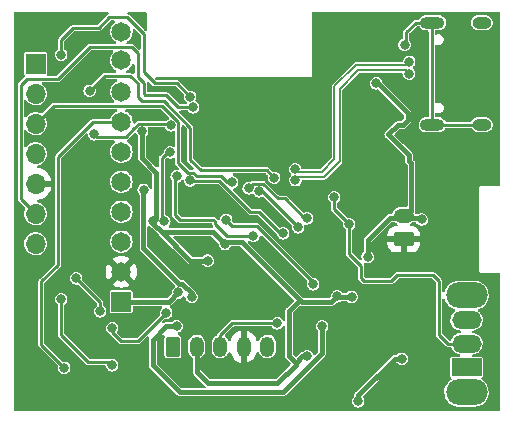
<source format=gbl>
%TF.GenerationSoftware,KiCad,Pcbnew,(6.0.2)*%
%TF.CreationDate,2022-03-15T02:54:35-04:00*%
%TF.ProjectId,ferrous_slime,66657272-6f75-4735-9f73-6c696d652e6b,v0.0.1*%
%TF.SameCoordinates,Original*%
%TF.FileFunction,Copper,L2,Bot*%
%TF.FilePolarity,Positive*%
%FSLAX46Y46*%
G04 Gerber Fmt 4.6, Leading zero omitted, Abs format (unit mm)*
G04 Created by KiCad (PCBNEW (6.0.2)) date 2022-03-15 02:54:35*
%MOMM*%
%LPD*%
G01*
G04 APERTURE LIST*
G04 Aperture macros list*
%AMRoundRect*
0 Rectangle with rounded corners*
0 $1 Rounding radius*
0 $2 $3 $4 $5 $6 $7 $8 $9 X,Y pos of 4 corners*
0 Add a 4 corners polygon primitive as box body*
4,1,4,$2,$3,$4,$5,$6,$7,$8,$9,$2,$3,0*
0 Add four circle primitives for the rounded corners*
1,1,$1+$1,$2,$3*
1,1,$1+$1,$4,$5*
1,1,$1+$1,$6,$7*
1,1,$1+$1,$8,$9*
0 Add four rect primitives between the rounded corners*
20,1,$1+$1,$2,$3,$4,$5,0*
20,1,$1+$1,$4,$5,$6,$7,0*
20,1,$1+$1,$6,$7,$8,$9,0*
20,1,$1+$1,$8,$9,$2,$3,0*%
G04 Aperture macros list end*
%TA.AperFunction,ComponentPad*%
%ADD10RoundRect,0.250000X-0.350000X-0.625000X0.350000X-0.625000X0.350000X0.625000X-0.350000X0.625000X0*%
%TD*%
%TA.AperFunction,ComponentPad*%
%ADD11O,1.200000X1.750000*%
%TD*%
%TA.AperFunction,ComponentPad*%
%ADD12RoundRect,0.250000X0.625000X-0.350000X0.625000X0.350000X-0.625000X0.350000X-0.625000X-0.350000X0*%
%TD*%
%TA.AperFunction,ComponentPad*%
%ADD13O,1.750000X1.200000*%
%TD*%
%TA.AperFunction,ComponentPad*%
%ADD14O,3.500000X2.200000*%
%TD*%
%TA.AperFunction,ComponentPad*%
%ADD15R,2.500000X1.500000*%
%TD*%
%TA.AperFunction,ComponentPad*%
%ADD16O,2.500000X1.500000*%
%TD*%
%TA.AperFunction,ComponentPad*%
%ADD17O,2.100000X1.000000*%
%TD*%
%TA.AperFunction,ComponentPad*%
%ADD18O,1.600000X1.000000*%
%TD*%
%TA.AperFunction,ComponentPad*%
%ADD19C,1.651000*%
%TD*%
%TA.AperFunction,ComponentPad*%
%ADD20R,1.651000X1.651000*%
%TD*%
%TA.AperFunction,ComponentPad*%
%ADD21R,1.700000X1.700000*%
%TD*%
%TA.AperFunction,ComponentPad*%
%ADD22O,1.700000X1.700000*%
%TD*%
%TA.AperFunction,ViaPad*%
%ADD23C,0.800000*%
%TD*%
%TA.AperFunction,ViaPad*%
%ADD24C,0.400000*%
%TD*%
%TA.AperFunction,ViaPad*%
%ADD25C,0.600000*%
%TD*%
%TA.AperFunction,Conductor*%
%ADD26C,0.400000*%
%TD*%
%TA.AperFunction,Conductor*%
%ADD27C,0.250000*%
%TD*%
%TA.AperFunction,Conductor*%
%ADD28C,0.200000*%
%TD*%
G04 APERTURE END LIST*
D10*
X69406008Y-58367000D03*
D11*
X71406008Y-58367000D03*
X73406008Y-58367000D03*
X75406008Y-58367000D03*
X77406008Y-58367000D03*
D12*
X88950800Y-49276000D03*
D13*
X88950800Y-47276000D03*
D14*
X94266004Y-62212986D03*
X94266004Y-54012986D03*
D15*
X94266004Y-60112986D03*
D16*
X94266004Y-58112986D03*
X94266004Y-56112986D03*
D17*
X91383000Y-39572990D03*
X91383000Y-30932990D03*
D18*
X95563000Y-30932990D03*
X95563000Y-39572990D03*
D19*
X65038460Y-31707462D03*
X65038460Y-34120462D03*
D20*
X65038460Y-54567462D03*
D19*
X65038460Y-52027462D03*
X65038460Y-49487462D03*
X65038460Y-46947462D03*
X65038460Y-44407462D03*
X65038460Y-41867462D03*
X65038460Y-39327462D03*
X65038460Y-36787462D03*
D21*
X57785000Y-34417000D03*
D22*
X57785000Y-36957000D03*
X57785000Y-39497000D03*
X57785000Y-42037000D03*
X57785000Y-44577000D03*
X57785000Y-47117000D03*
X57785000Y-49657000D03*
D23*
X86614000Y-36068000D03*
X69723000Y-56642000D03*
X90474800Y-47599600D03*
X82042000Y-56642000D03*
X85887500Y-50761500D03*
D24*
X56896000Y-51943000D03*
D23*
X88880000Y-43160000D03*
D24*
X94234000Y-40386000D03*
X61849000Y-46736000D03*
X87757000Y-61341000D03*
D23*
X89741798Y-59426012D03*
D24*
X59182000Y-53213000D03*
X85344000Y-31877000D03*
X81407000Y-41910000D03*
D23*
X78994000Y-37084000D03*
D24*
X69342000Y-43053000D03*
X73533000Y-62865000D03*
X66040000Y-56261000D03*
X74549000Y-51816000D03*
D23*
X83566000Y-62992000D03*
X88900000Y-40386000D03*
D24*
X66675000Y-30607000D03*
D23*
X90932000Y-55372000D03*
D24*
X70358000Y-40894000D03*
X60579000Y-37084000D03*
X63881000Y-35941000D03*
X57023000Y-40767000D03*
D23*
X69485181Y-36813819D03*
D24*
X59309000Y-41529000D03*
D23*
X75895200Y-51358800D03*
D24*
X94361000Y-38735000D03*
X57023000Y-32258000D03*
X69342000Y-40767000D03*
X62230000Y-44196000D03*
X86995000Y-33401000D03*
X96012000Y-60960000D03*
X60452000Y-40132000D03*
X65969500Y-35020471D03*
X63754000Y-50292000D03*
D25*
X88559889Y-36207501D03*
D24*
X93980000Y-32639000D03*
D23*
X87630000Y-43434000D03*
D24*
X71882000Y-52451000D03*
X77851000Y-46990000D03*
X61849000Y-49276000D03*
X63881000Y-47879000D03*
X96012000Y-55372000D03*
D23*
X70993000Y-55753000D03*
D24*
X67310000Y-55753000D03*
X87376000Y-53467000D03*
X60706000Y-33020000D03*
X73025000Y-44831000D03*
D23*
X90678000Y-61214000D03*
X73168565Y-39982906D03*
X71041498Y-45567600D03*
X81889600Y-40944800D03*
X87849000Y-32673000D03*
D24*
X92329000Y-35052000D03*
X69850000Y-62865000D03*
X81661000Y-36449000D03*
D23*
X67691000Y-49403000D03*
X90590506Y-38536701D03*
D24*
X84074000Y-57277000D03*
D23*
X84328000Y-51816000D03*
D24*
X73025000Y-46990000D03*
X61595000Y-61722000D03*
D23*
X66040000Y-45720000D03*
X91948000Y-41656000D03*
D24*
X57531000Y-57531000D03*
X94361000Y-35814000D03*
X72390000Y-59690000D03*
D23*
X74532500Y-53213000D03*
X75189612Y-42020518D03*
X73168565Y-41970820D03*
D24*
X63500000Y-31877000D03*
X93472000Y-48260000D03*
D23*
X85598000Y-41783000D03*
D24*
X92837000Y-40259000D03*
X87503000Y-51943000D03*
D23*
X81026000Y-51054000D03*
D24*
X78105000Y-41529000D03*
X82042000Y-48514000D03*
X73279000Y-54991000D03*
X81661000Y-44958000D03*
D23*
X90576400Y-45516800D03*
D24*
X67310000Y-53086000D03*
X85090000Y-44323000D03*
X77851000Y-60071000D03*
X57531000Y-54102000D03*
X96139000Y-37846000D03*
X68326000Y-53086000D03*
X77089000Y-56896000D03*
X96139000Y-33020000D03*
D23*
X78740000Y-51308000D03*
D24*
X83693000Y-44323000D03*
X81788000Y-32258000D03*
X60833000Y-42037000D03*
X77343000Y-62865000D03*
D23*
X60960000Y-56896000D03*
D24*
X85344000Y-47498000D03*
D23*
X75139914Y-39982906D03*
X94742000Y-41656000D03*
D24*
X92456000Y-55372000D03*
D23*
X88646000Y-44958000D03*
X79694502Y-45730509D03*
D24*
X62230000Y-34290000D03*
X85979000Y-63119000D03*
X92710000Y-37592000D03*
X66167000Y-38481000D03*
D23*
X89154000Y-30734000D03*
D24*
X92456000Y-51816000D03*
X68453000Y-50546000D03*
X66294000Y-32258000D03*
X79756000Y-49276000D03*
D23*
X72136000Y-49543000D03*
X65786000Y-59944000D03*
X72364000Y-51080000D03*
X69850000Y-53782000D03*
X84533000Y-54151000D03*
X80772000Y-59182000D03*
X67755097Y-47752000D03*
X66802000Y-40132000D03*
X83312000Y-54102000D03*
X73818500Y-49688500D03*
X69723000Y-43942000D03*
X76220000Y-48969000D03*
X70866000Y-44297600D03*
X78740000Y-48768000D03*
X85090000Y-62992000D03*
X88796622Y-59402865D03*
X83058000Y-45720000D03*
X84328000Y-48006000D03*
X89408000Y-35255200D03*
X79781400Y-44272200D03*
X79756000Y-43332400D03*
X89408000Y-34239200D03*
X80010000Y-48260000D03*
X76729904Y-45211989D03*
X78232000Y-56388000D03*
X60198000Y-60147200D03*
X68834000Y-55499000D03*
X64262000Y-56785500D03*
X59944000Y-54356000D03*
X64262000Y-59944000D03*
X61214000Y-52578000D03*
X63246000Y-55372000D03*
X80772000Y-47498000D03*
X75819000Y-44958000D03*
X66929000Y-45085000D03*
X70993000Y-54166000D03*
X69215000Y-39624000D03*
X62738000Y-40386000D03*
X74422000Y-44450000D03*
X62357000Y-36703000D03*
X77978000Y-44069000D03*
X71120530Y-38101855D03*
X69194502Y-41910000D03*
X81280000Y-53086000D03*
X68681600Y-47752000D03*
X73914000Y-47625000D03*
X89019069Y-32790431D03*
X70866000Y-37211000D03*
X59944000Y-33655000D03*
D26*
X87647095Y-40403095D02*
X88424679Y-39625511D01*
X89606511Y-46844489D02*
X89606511Y-42859068D01*
X89274511Y-39199932D02*
X89274511Y-38598068D01*
X85887500Y-49363000D02*
X87789500Y-47461000D01*
X89408000Y-42164000D02*
X87647095Y-40403095D01*
X88990000Y-47461000D02*
X89606511Y-46844489D01*
X67691000Y-59944000D02*
X67691000Y-57785000D01*
X90336200Y-47461000D02*
X90474800Y-47599600D01*
X86744443Y-36068000D02*
X86614000Y-36068000D01*
X89408000Y-42660557D02*
X89408000Y-42164000D01*
X78751443Y-62230000D02*
X69977000Y-62230000D01*
X82042000Y-58939443D02*
X78751443Y-62230000D01*
X88848932Y-39625511D02*
X89274511Y-39199932D01*
X88424679Y-39625511D02*
X88848932Y-39625511D01*
X89274511Y-38598068D02*
X86744443Y-36068000D01*
X67691000Y-57785000D02*
X68834000Y-56642000D01*
X68834000Y-56642000D02*
X69723000Y-56642000D01*
X82042000Y-56642000D02*
X82042000Y-58939443D01*
X89606511Y-42859068D02*
X89408000Y-42660557D01*
X88990000Y-47461000D02*
X90336200Y-47461000D01*
X87789500Y-47461000D02*
X88990000Y-47461000D01*
X69977000Y-62230000D02*
X67691000Y-59944000D01*
X85887500Y-50761500D02*
X85887500Y-49363000D01*
X90590506Y-38536701D02*
X90590506Y-38238118D01*
X89741798Y-60277798D02*
X90678000Y-61214000D01*
X89741798Y-59426012D02*
X89741798Y-60277798D01*
X90590506Y-38238118D02*
X88559889Y-36207501D01*
X79804600Y-59738600D02*
X79804600Y-59895400D01*
X67755097Y-47943097D02*
X68453000Y-48641000D01*
X75232600Y-49530000D02*
X73914000Y-49530000D01*
X79248000Y-59182000D02*
X79804600Y-59738600D01*
X82804000Y-54610000D02*
X80312600Y-54610000D01*
X80010000Y-54610000D02*
X79248000Y-55372000D01*
X80772000Y-59182000D02*
X80361200Y-59182000D01*
X78232000Y-61468000D02*
X72390000Y-61468000D01*
X79804600Y-59895400D02*
X78232000Y-61468000D01*
X79248000Y-55372000D02*
X79248000Y-59182000D01*
X68001480Y-47404677D02*
X67955089Y-47451068D01*
X67755097Y-47752000D02*
X67755097Y-47943097D01*
X72771000Y-48641000D02*
X68453000Y-48641000D01*
X71406008Y-60484008D02*
X71406008Y-58367000D01*
X69850000Y-53782000D02*
X69064528Y-54567472D01*
X80361200Y-59182000D02*
X79804600Y-59738600D01*
X66802000Y-42429443D02*
X68001480Y-43628923D01*
X72364000Y-51080000D02*
X70892000Y-51080000D01*
X72390000Y-61468000D02*
X71406008Y-60484008D01*
X75232600Y-49530000D02*
X80312600Y-54610000D01*
X70892000Y-51080000D02*
X68453000Y-48641000D01*
X67955089Y-47451068D02*
X67955089Y-47552008D01*
X83361000Y-54151000D02*
X83312000Y-54102000D01*
X68001480Y-43628923D02*
X68001480Y-47404677D01*
X69064528Y-54567472D02*
X65038460Y-54567472D01*
X83312000Y-54102000D02*
X82804000Y-54610000D01*
X66802000Y-40132000D02*
X66802000Y-42429443D01*
X84533000Y-54151000D02*
X83361000Y-54151000D01*
X73818500Y-49688500D02*
X72771000Y-48641000D01*
X67955089Y-47552008D02*
X67755097Y-47752000D01*
D27*
X72999600Y-47802800D02*
X72999600Y-48006000D01*
X69596000Y-44069000D02*
X69596000Y-47244000D01*
X73962600Y-48969000D02*
X76220000Y-48969000D01*
X72999600Y-48006000D02*
X73962600Y-48969000D01*
X72847200Y-47650400D02*
X72999600Y-47802800D01*
X69723000Y-43942000D02*
X69596000Y-44069000D01*
X70002400Y-47650400D02*
X72847200Y-47650400D01*
X69596000Y-47244000D02*
X70002400Y-47650400D01*
X75946000Y-46939200D02*
X76657200Y-46939200D01*
X76657200Y-46939200D02*
X78486000Y-48768000D01*
X70891400Y-44323000D02*
X73329800Y-44323000D01*
X78486000Y-48768000D02*
X78740000Y-48768000D01*
X70866000Y-44297600D02*
X70891400Y-44323000D01*
X73329800Y-44323000D02*
X75946000Y-46939200D01*
D26*
X88796622Y-59402865D02*
X88171135Y-59402865D01*
X85090000Y-62484000D02*
X85090000Y-62992000D01*
X88171135Y-59402865D02*
X85090000Y-62484000D01*
D27*
X85598000Y-52832000D02*
X87884000Y-52832000D01*
X83058000Y-46736000D02*
X84328000Y-48006000D01*
X92656996Y-58112996D02*
X94266004Y-58112996D01*
X91948000Y-52832000D02*
X91948000Y-57404000D01*
X84328000Y-50546000D02*
X85344000Y-51562000D01*
X85344000Y-52578000D02*
X85598000Y-52832000D01*
X85344000Y-51562000D02*
X85344000Y-52578000D01*
X91440000Y-52324000D02*
X91948000Y-52832000D01*
X84328000Y-48006000D02*
X84328000Y-50546000D01*
X91948000Y-57404000D02*
X92656996Y-58112996D01*
X87884000Y-52832000D02*
X88392000Y-52324000D01*
X83058000Y-45720000D02*
X83058000Y-46736000D01*
X88392000Y-52324000D02*
X91440000Y-52324000D01*
D28*
X82186000Y-44014600D02*
X80873600Y-44014600D01*
X83537000Y-42663600D02*
X82186000Y-44014600D01*
X83537000Y-36516800D02*
X83537000Y-42663600D01*
X89408000Y-35255200D02*
X89125001Y-34972201D01*
X80024593Y-44029007D02*
X80919502Y-44029007D01*
X89125001Y-34972201D02*
X85081599Y-34972201D01*
X79781400Y-44272200D02*
X80024593Y-44029007D01*
X85081599Y-34972201D02*
X83537000Y-36516800D01*
X89125001Y-34522199D02*
X84895201Y-34522199D01*
X79756000Y-43332400D02*
X80002607Y-43579007D01*
X83087000Y-42477200D02*
X81999600Y-43564600D01*
X81999600Y-43564600D02*
X80873600Y-43564600D01*
X84895201Y-34522199D02*
X83087000Y-36330400D01*
X83087000Y-36330400D02*
X83087000Y-42477200D01*
X80002607Y-43579007D02*
X80919502Y-43579007D01*
X89408000Y-34239200D02*
X89125001Y-34522199D01*
D27*
X76961989Y-45211989D02*
X80010000Y-48260000D01*
X73406008Y-57403992D02*
X74422000Y-56388000D01*
X74422000Y-56388000D02*
X78232000Y-56388000D01*
X73406008Y-58367000D02*
X73406008Y-57403992D01*
X76729904Y-45211989D02*
X76961989Y-45211989D01*
X58276489Y-52848511D02*
X59690000Y-51435000D01*
X60198000Y-60147200D02*
X58276489Y-58225689D01*
X62653528Y-39327472D02*
X65038460Y-39327472D01*
X59690000Y-42291000D02*
X62653528Y-39327472D01*
X58276489Y-58225689D02*
X58276489Y-52848511D01*
X59690000Y-51435000D02*
X59690000Y-42291000D01*
X68834000Y-55499000D02*
X66421000Y-57912000D01*
X65024000Y-57912000D02*
X64262000Y-57150000D01*
X64262000Y-57150000D02*
X64262000Y-56785500D01*
X66421000Y-57912000D02*
X65024000Y-57912000D01*
X62230000Y-59690000D02*
X64008000Y-59690000D01*
X64008000Y-59690000D02*
X64262000Y-59944000D01*
X59944000Y-54356000D02*
X59944000Y-57404000D01*
X59944000Y-57404000D02*
X62230000Y-59690000D01*
X63246000Y-55372000D02*
X63246000Y-54610000D01*
X63246000Y-54610000D02*
X61214000Y-52578000D01*
X80540616Y-47498000D02*
X80772000Y-47498000D01*
X76216522Y-44560478D02*
X76999770Y-44560478D01*
X76999770Y-44560478D02*
X78263676Y-45824384D01*
X78867000Y-45824384D02*
X80540616Y-47498000D01*
X75819000Y-44958000D02*
X76216522Y-44560478D01*
X78263676Y-45824384D02*
X78867000Y-45824384D01*
D26*
X70200489Y-53055489D02*
X70993000Y-53848000D01*
X69946489Y-53055489D02*
X70200489Y-53055489D01*
X66913689Y-45100311D02*
X66913689Y-50022689D01*
X66913689Y-50022689D02*
X69946489Y-53055489D01*
X66929000Y-45085000D02*
X66913689Y-45100311D01*
X70993000Y-53848000D02*
X70993000Y-54102000D01*
D27*
X65405000Y-40640000D02*
X66150489Y-39894511D01*
X66150489Y-39862134D02*
X66532134Y-39480489D01*
X66532134Y-39480489D02*
X69071489Y-39480489D01*
X66150489Y-39894511D02*
X66150489Y-39862134D01*
X62992000Y-40640000D02*
X65405000Y-40640000D01*
X62738000Y-40386000D02*
X62992000Y-40640000D01*
X69071489Y-39480489D02*
X69215000Y-39624000D01*
X73485760Y-43946480D02*
X71436257Y-43946480D01*
X69850000Y-39910377D02*
X69866511Y-39893866D01*
X68485377Y-37973000D02*
X59309000Y-37973000D01*
X69866511Y-39354134D02*
X68485377Y-37973000D01*
X73989280Y-44450000D02*
X73485760Y-43946480D01*
X71135866Y-43646089D02*
X70697089Y-43646089D01*
X70697089Y-43646089D02*
X69850000Y-42799000D01*
X69866511Y-39893866D02*
X69866511Y-39354134D01*
X71436257Y-43946480D02*
X71135866Y-43646089D01*
X69850000Y-42799000D02*
X69850000Y-39910377D01*
X59309000Y-37973000D02*
X57785000Y-39497000D01*
X74422000Y-44450000D02*
X73989280Y-44450000D01*
X70866000Y-42545000D02*
X70866000Y-39821143D01*
X71755000Y-43434000D02*
X70866000Y-42545000D01*
X66421000Y-36068000D02*
X65786000Y-35433000D01*
X70866000Y-39821143D02*
X68636857Y-37592000D01*
X66802000Y-37592000D02*
X66421000Y-37211000D01*
X63627000Y-35433000D02*
X62357000Y-36703000D01*
X77343000Y-43434000D02*
X71755000Y-43434000D01*
X66421000Y-37211000D02*
X66421000Y-36068000D01*
X68636857Y-37592000D02*
X66802000Y-37592000D01*
X77978000Y-44069000D02*
X77343000Y-43434000D01*
X65786000Y-35433000D02*
X63627000Y-35433000D01*
X66929000Y-36957000D02*
X66929000Y-36043520D01*
X66929000Y-36043520D02*
X66421000Y-35535520D01*
X56515000Y-45847000D02*
X57785000Y-47117000D01*
X67056000Y-37084000D02*
X66929000Y-36957000D01*
X65913000Y-33020000D02*
X62357000Y-33020000D01*
X56515000Y-36195000D02*
X56515000Y-45847000D01*
X69851855Y-38101855D02*
X68834000Y-37084000D01*
X71120530Y-38101855D02*
X69851855Y-38101855D01*
X62357000Y-33020000D02*
X59690000Y-35687000D01*
X66421000Y-33528000D02*
X65913000Y-33020000D01*
X68834000Y-37084000D02*
X67056000Y-37084000D01*
X66421000Y-35535520D02*
X66421000Y-33528000D01*
X59690000Y-35687000D02*
X57023000Y-35687000D01*
X57023000Y-35687000D02*
X56515000Y-36195000D01*
X81280000Y-53086000D02*
X81280000Y-52926623D01*
X68453000Y-47523400D02*
X68681600Y-47752000D01*
X69194502Y-41910000D02*
X68961000Y-41910000D01*
X68453000Y-42418000D02*
X68453000Y-47523400D01*
X74422000Y-48133000D02*
X73914000Y-47625000D01*
X76486377Y-48133000D02*
X74422000Y-48133000D01*
X81280000Y-52926623D02*
X76486377Y-48133000D01*
X68961000Y-41910000D02*
X68453000Y-42418000D01*
X89154000Y-31750000D02*
X89971000Y-30933000D01*
X89019069Y-32790431D02*
X89154000Y-32655500D01*
X91306479Y-31009521D02*
X91306479Y-39496479D01*
X91383000Y-39573000D02*
X95563000Y-39573000D01*
X89154000Y-32655500D02*
X89154000Y-31750000D01*
X89971000Y-30933000D02*
X91129000Y-30933000D01*
X66929000Y-31877000D02*
X65532000Y-30480000D01*
X64008000Y-30480000D02*
X63119000Y-31369000D01*
X66929000Y-35136453D02*
X66929000Y-31877000D01*
X63119000Y-31369000D02*
X60960000Y-31369000D01*
X67860547Y-36068000D02*
X66929000Y-35136453D01*
X65532000Y-30480000D02*
X64008000Y-30480000D01*
X59944000Y-32385000D02*
X59944000Y-33655000D01*
X69723000Y-36068000D02*
X67860547Y-36068000D01*
X70866000Y-37211000D02*
X69723000Y-36068000D01*
X60960000Y-31369000D02*
X59944000Y-32385000D01*
%TA.AperFunction,Conductor*%
G36*
X63855874Y-30004603D02*
G01*
X63923990Y-30024618D01*
X63970473Y-30078283D01*
X63980563Y-30148559D01*
X63951058Y-30213134D01*
X63911318Y-30241784D01*
X63909479Y-30242150D01*
X63825957Y-30297957D01*
X63819065Y-30308272D01*
X63819063Y-30308274D01*
X63818759Y-30308729D01*
X63803089Y-30327822D01*
X63051316Y-31079595D01*
X62989004Y-31113621D01*
X62962221Y-31116500D01*
X60997286Y-31116500D01*
X60972703Y-31114079D01*
X60960000Y-31111552D01*
X60876786Y-31128105D01*
X60861479Y-31131150D01*
X60851162Y-31138044D01*
X60851161Y-31138044D01*
X60788273Y-31180064D01*
X60777957Y-31186957D01*
X60771065Y-31197272D01*
X60771063Y-31197274D01*
X60770759Y-31197729D01*
X60755089Y-31216822D01*
X59791822Y-32180089D01*
X59772729Y-32195759D01*
X59772274Y-32196063D01*
X59772272Y-32196065D01*
X59761957Y-32202957D01*
X59706150Y-32286479D01*
X59706150Y-32286480D01*
X59686552Y-32385000D01*
X59688973Y-32397170D01*
X59689079Y-32397703D01*
X59691500Y-32422286D01*
X59691500Y-33121713D01*
X59671498Y-33189834D01*
X59642204Y-33221676D01*
X59610276Y-33246175D01*
X59567782Y-33278782D01*
X59483229Y-33388974D01*
X59462301Y-33439500D01*
X59434369Y-33506934D01*
X59430077Y-33517295D01*
X59428999Y-33525483D01*
X59425187Y-33554442D01*
X59411948Y-33655000D01*
X59413026Y-33663188D01*
X59427782Y-33775269D01*
X59430077Y-33792705D01*
X59483229Y-33921026D01*
X59567782Y-34031218D01*
X59677974Y-34115771D01*
X59742135Y-34142347D01*
X59798665Y-34165763D01*
X59798668Y-34165764D01*
X59806295Y-34168923D01*
X59944000Y-34187052D01*
X59952188Y-34185974D01*
X59958478Y-34185146D01*
X60081705Y-34168923D01*
X60089332Y-34165764D01*
X60089335Y-34165763D01*
X60145865Y-34142347D01*
X60210026Y-34115771D01*
X60320218Y-34031218D01*
X60404771Y-33921026D01*
X60457923Y-33792705D01*
X60460219Y-33775269D01*
X60474974Y-33663188D01*
X60476052Y-33655000D01*
X60462813Y-33554442D01*
X60459001Y-33525483D01*
X60457923Y-33517295D01*
X60453632Y-33506934D01*
X60425699Y-33439500D01*
X60404771Y-33388974D01*
X60320218Y-33278782D01*
X60277724Y-33246175D01*
X60245796Y-33221676D01*
X60203929Y-33164338D01*
X60196500Y-33121713D01*
X60196500Y-32541779D01*
X60216502Y-32473658D01*
X60233405Y-32452684D01*
X61027684Y-31658405D01*
X61089996Y-31624379D01*
X61116779Y-31621500D01*
X63081714Y-31621500D01*
X63106296Y-31623921D01*
X63119000Y-31626448D01*
X63202214Y-31609895D01*
X63217521Y-31606850D01*
X63248997Y-31585819D01*
X63290727Y-31557936D01*
X63301043Y-31551043D01*
X63307935Y-31540728D01*
X63307937Y-31540726D01*
X63308241Y-31540271D01*
X63323911Y-31521178D01*
X64075684Y-30769405D01*
X64137996Y-30735379D01*
X64164779Y-30732500D01*
X64372310Y-30732500D01*
X64440431Y-30752502D01*
X64486924Y-30806158D01*
X64497028Y-30876432D01*
X64467534Y-30941012D01*
X64451262Y-30956696D01*
X64368455Y-31023275D01*
X64248322Y-31166443D01*
X64245359Y-31171832D01*
X64245356Y-31171837D01*
X64194294Y-31264720D01*
X64158286Y-31330219D01*
X64156425Y-31336086D01*
X64156424Y-31336088D01*
X64136558Y-31398713D01*
X64101775Y-31508363D01*
X64080942Y-31694092D01*
X64081458Y-31700236D01*
X64094420Y-31854589D01*
X64096581Y-31880329D01*
X64148096Y-32059982D01*
X64233524Y-32226208D01*
X64237347Y-32231032D01*
X64237350Y-32231036D01*
X64268977Y-32270939D01*
X64349612Y-32372674D01*
X64354306Y-32376669D01*
X64468267Y-32473658D01*
X64491938Y-32493804D01*
X64554975Y-32529034D01*
X64559409Y-32531512D01*
X64609115Y-32582205D01*
X64623523Y-32651724D01*
X64598060Y-32717997D01*
X64540808Y-32759983D01*
X64497939Y-32767500D01*
X62394286Y-32767500D01*
X62369704Y-32765079D01*
X62369171Y-32764973D01*
X62357000Y-32762552D01*
X62258480Y-32782149D01*
X62258478Y-32782150D01*
X62258479Y-32782150D01*
X62254836Y-32784584D01*
X62185273Y-32831064D01*
X62174957Y-32837957D01*
X62168065Y-32848272D01*
X62168063Y-32848274D01*
X62167759Y-32848729D01*
X62152089Y-32867822D01*
X59622316Y-35397595D01*
X59560004Y-35431621D01*
X59533221Y-35434500D01*
X58885212Y-35434500D01*
X58817091Y-35414498D01*
X58770598Y-35360842D01*
X58762572Y-35291978D01*
X58760686Y-35291792D01*
X58761294Y-35285623D01*
X58762500Y-35279558D01*
X58762500Y-33554442D01*
X58755102Y-33517252D01*
X58726922Y-33475078D01*
X58684748Y-33446898D01*
X58672578Y-33444477D01*
X58653623Y-33440706D01*
X58653618Y-33440706D01*
X58647558Y-33439500D01*
X56922442Y-33439500D01*
X56916382Y-33440706D01*
X56916377Y-33440706D01*
X56897422Y-33444477D01*
X56885252Y-33446898D01*
X56843078Y-33475078D01*
X56814898Y-33517252D01*
X56807500Y-33554442D01*
X56807500Y-35279558D01*
X56808706Y-35285618D01*
X56808706Y-35285623D01*
X56812477Y-35304578D01*
X56814898Y-35316748D01*
X56821791Y-35327065D01*
X56821792Y-35327066D01*
X56843078Y-35358922D01*
X56839886Y-35361055D01*
X56863389Y-35404096D01*
X56858324Y-35474911D01*
X56839597Y-35504050D01*
X56840956Y-35504958D01*
X56833759Y-35515729D01*
X56818089Y-35534822D01*
X56362822Y-35990089D01*
X56343729Y-36005759D01*
X56343274Y-36006063D01*
X56343272Y-36006065D01*
X56332957Y-36012957D01*
X56326064Y-36023273D01*
X56318736Y-36034240D01*
X56277150Y-36096479D01*
X56277150Y-36096480D01*
X56272694Y-36118878D01*
X56272694Y-36118879D01*
X56267028Y-36147365D01*
X56257552Y-36195000D01*
X56259973Y-36207170D01*
X56260079Y-36207703D01*
X56262500Y-36232286D01*
X56262500Y-45809714D01*
X56260079Y-45834296D01*
X56257552Y-45847000D01*
X56272651Y-45922904D01*
X56277150Y-45945521D01*
X56284045Y-45955840D01*
X56318104Y-46006813D01*
X56332957Y-46029043D01*
X56343272Y-46035935D01*
X56343274Y-46035937D01*
X56343729Y-46036241D01*
X56362822Y-46051911D01*
X56871625Y-46560714D01*
X56905651Y-46623026D01*
X56900586Y-46693841D01*
X56892946Y-46710507D01*
X56882198Y-46730058D01*
X56880337Y-46735925D01*
X56880336Y-46735927D01*
X56848197Y-46837243D01*
X56824234Y-46912783D01*
X56802866Y-47103286D01*
X56805851Y-47138829D01*
X56813954Y-47235323D01*
X56818907Y-47294311D01*
X56820606Y-47300236D01*
X56869309Y-47470083D01*
X56871746Y-47478583D01*
X56874561Y-47484060D01*
X56874562Y-47484063D01*
X56952815Y-47636328D01*
X56959370Y-47649082D01*
X56963193Y-47653906D01*
X56963196Y-47653910D01*
X57069872Y-47788500D01*
X57078443Y-47799314D01*
X57083137Y-47803308D01*
X57083137Y-47803309D01*
X57212018Y-47912995D01*
X57224428Y-47923557D01*
X57391765Y-48017079D01*
X57574081Y-48076317D01*
X57764430Y-48099015D01*
X57770565Y-48098543D01*
X57770567Y-48098543D01*
X57949420Y-48084781D01*
X57949424Y-48084780D01*
X57955562Y-48084308D01*
X58140199Y-48032756D01*
X58311305Y-47946324D01*
X58332476Y-47929784D01*
X58457509Y-47832097D01*
X58462365Y-47828303D01*
X58470849Y-47818474D01*
X58583595Y-47687857D01*
X58583596Y-47687855D01*
X58587624Y-47683189D01*
X58682312Y-47516509D01*
X58742821Y-47334612D01*
X58766847Y-47144425D01*
X58767230Y-47117000D01*
X58766650Y-47111077D01*
X58753572Y-46977703D01*
X58748524Y-46926217D01*
X58693117Y-46742701D01*
X58663341Y-46686700D01*
X58606014Y-46578884D01*
X58606012Y-46578881D01*
X58603120Y-46573442D01*
X58481962Y-46424887D01*
X58418081Y-46372040D01*
X58339006Y-46306623D01*
X58339002Y-46306621D01*
X58334256Y-46302694D01*
X58165629Y-46211518D01*
X58093742Y-46189265D01*
X58002290Y-46160956D01*
X57943130Y-46121705D01*
X57914583Y-46056700D01*
X57925712Y-45986581D01*
X57972983Y-45933610D01*
X58023540Y-45915612D01*
X58063184Y-45910534D01*
X58073262Y-45908392D01*
X58277255Y-45847191D01*
X58286842Y-45843433D01*
X58478095Y-45749739D01*
X58486945Y-45744464D01*
X58660328Y-45620792D01*
X58668200Y-45614139D01*
X58819052Y-45463812D01*
X58825730Y-45455965D01*
X58950003Y-45283020D01*
X58955313Y-45274183D01*
X59049670Y-45083267D01*
X59053469Y-45073672D01*
X59115377Y-44869910D01*
X59117555Y-44859837D01*
X59118986Y-44848962D01*
X59116775Y-44834778D01*
X59103617Y-44831000D01*
X57657000Y-44831000D01*
X57588879Y-44810998D01*
X57542386Y-44757342D01*
X57531000Y-44705000D01*
X57531000Y-44449000D01*
X57551002Y-44380879D01*
X57604658Y-44334386D01*
X57657000Y-44323000D01*
X59103344Y-44323000D01*
X59116875Y-44319027D01*
X59118180Y-44309947D01*
X59076214Y-44142875D01*
X59072894Y-44133124D01*
X58987972Y-43937814D01*
X58983105Y-43928739D01*
X58867426Y-43749926D01*
X58861136Y-43741757D01*
X58717806Y-43584240D01*
X58710273Y-43577215D01*
X58543139Y-43445222D01*
X58534552Y-43439517D01*
X58348117Y-43336599D01*
X58338705Y-43332369D01*
X58137959Y-43261280D01*
X58127989Y-43258646D01*
X58010383Y-43237698D01*
X57946826Y-43206060D01*
X57910463Y-43145083D01*
X57912839Y-43074126D01*
X57953200Y-43015718D01*
X57998595Y-42992293D01*
X58038887Y-42981043D01*
X58140199Y-42952756D01*
X58311305Y-42866324D01*
X58336600Y-42846562D01*
X58457509Y-42752097D01*
X58462365Y-42748303D01*
X58474503Y-42734241D01*
X58583595Y-42607857D01*
X58583596Y-42607855D01*
X58587624Y-42603189D01*
X58682312Y-42436509D01*
X58742821Y-42254612D01*
X58766847Y-42064425D01*
X58767230Y-42037000D01*
X58748524Y-41846217D01*
X58693117Y-41662701D01*
X58628050Y-41540328D01*
X58606014Y-41498884D01*
X58606012Y-41498881D01*
X58603120Y-41493442D01*
X58526289Y-41399237D01*
X58485856Y-41349661D01*
X58485854Y-41349659D01*
X58481962Y-41344887D01*
X58418081Y-41292040D01*
X58339006Y-41226623D01*
X58339002Y-41226621D01*
X58334256Y-41222694D01*
X58165629Y-41131518D01*
X58074067Y-41103175D01*
X57988392Y-41076654D01*
X57988389Y-41076653D01*
X57982505Y-41074832D01*
X57976380Y-41074188D01*
X57976379Y-41074188D01*
X57797985Y-41055438D01*
X57797984Y-41055438D01*
X57791857Y-41054794D01*
X57711779Y-41062082D01*
X57607087Y-41071609D01*
X57607084Y-41071610D01*
X57600948Y-41072168D01*
X57595042Y-41073906D01*
X57595038Y-41073907D01*
X57502944Y-41101012D01*
X57417050Y-41126292D01*
X57411590Y-41129146D01*
X57411591Y-41129146D01*
X57252627Y-41212250D01*
X57252623Y-41212253D01*
X57247167Y-41215105D01*
X57242367Y-41218965D01*
X57242366Y-41218965D01*
X57237728Y-41222694D01*
X57097770Y-41335223D01*
X57093812Y-41339940D01*
X57093810Y-41339942D01*
X56990022Y-41463632D01*
X56930912Y-41502959D01*
X56859924Y-41504085D01*
X56799597Y-41466654D01*
X56769083Y-41402549D01*
X56767500Y-41382641D01*
X56767500Y-40148825D01*
X56787502Y-40080704D01*
X56841158Y-40034211D01*
X56911432Y-40024107D01*
X56976012Y-40053601D01*
X56992245Y-40070560D01*
X57044113Y-40136000D01*
X57078443Y-40179314D01*
X57083137Y-40183308D01*
X57083137Y-40183309D01*
X57211970Y-40292954D01*
X57224428Y-40303557D01*
X57391765Y-40397079D01*
X57574081Y-40456317D01*
X57764430Y-40479015D01*
X57770565Y-40478543D01*
X57770567Y-40478543D01*
X57949420Y-40464781D01*
X57949424Y-40464780D01*
X57955562Y-40464308D01*
X58140199Y-40412756D01*
X58311305Y-40326324D01*
X58323208Y-40317025D01*
X58457509Y-40212097D01*
X58462365Y-40208303D01*
X58470811Y-40198518D01*
X58583595Y-40067857D01*
X58583596Y-40067855D01*
X58587624Y-40063189D01*
X58682312Y-39896509D01*
X58742821Y-39714612D01*
X58766847Y-39524425D01*
X58767230Y-39497000D01*
X58748524Y-39306217D01*
X58693117Y-39122701D01*
X58690225Y-39117262D01*
X58690223Y-39117257D01*
X58675540Y-39089644D01*
X58661218Y-39020107D01*
X58686765Y-38953866D01*
X58697695Y-38941394D01*
X59376684Y-38262405D01*
X59438996Y-38228379D01*
X59465779Y-38225500D01*
X64576251Y-38225500D01*
X64644372Y-38245502D01*
X64690865Y-38299158D01*
X64700969Y-38369432D01*
X64671475Y-38434012D01*
X64634626Y-38463162D01*
X64523090Y-38521471D01*
X64514107Y-38526167D01*
X64368455Y-38643275D01*
X64248322Y-38786443D01*
X64245359Y-38791832D01*
X64245356Y-38791837D01*
X64201379Y-38871832D01*
X64158286Y-38950219D01*
X64156424Y-38956088D01*
X64156423Y-38956091D01*
X64146596Y-38987070D01*
X64106933Y-39045954D01*
X64041731Y-39074047D01*
X64026494Y-39074972D01*
X62690809Y-39074972D01*
X62666228Y-39072551D01*
X62665700Y-39072446D01*
X62665699Y-39072446D01*
X62653528Y-39070025D01*
X62641357Y-39072446D01*
X62628658Y-39074972D01*
X62567177Y-39087201D01*
X62567176Y-39087201D01*
X62555007Y-39089622D01*
X62544690Y-39096516D01*
X62544689Y-39096516D01*
X62522092Y-39111615D01*
X62471485Y-39145429D01*
X62464593Y-39155744D01*
X62464591Y-39155746D01*
X62464287Y-39156201D01*
X62448617Y-39175294D01*
X59537822Y-42086089D01*
X59518729Y-42101759D01*
X59518274Y-42102063D01*
X59518272Y-42102065D01*
X59507957Y-42108957D01*
X59452150Y-42192479D01*
X59452150Y-42192480D01*
X59447694Y-42214878D01*
X59447694Y-42214879D01*
X59444933Y-42228759D01*
X59432552Y-42291000D01*
X59434973Y-42303170D01*
X59435079Y-42303703D01*
X59437500Y-42328286D01*
X59437500Y-51278221D01*
X59417498Y-51346342D01*
X59400595Y-51367316D01*
X58124311Y-52643600D01*
X58105218Y-52659270D01*
X58104763Y-52659574D01*
X58104761Y-52659576D01*
X58094446Y-52666468D01*
X58038639Y-52749990D01*
X58036639Y-52760043D01*
X58019041Y-52848511D01*
X58021462Y-52860681D01*
X58021568Y-52861214D01*
X58023989Y-52885797D01*
X58023989Y-58188403D01*
X58021568Y-58212985D01*
X58019041Y-58225689D01*
X58035594Y-58308903D01*
X58038639Y-58324210D01*
X58045533Y-58334527D01*
X58045533Y-58334528D01*
X58069531Y-58370444D01*
X58094446Y-58407732D01*
X58104761Y-58414624D01*
X58104763Y-58414626D01*
X58105218Y-58414930D01*
X58124311Y-58430600D01*
X59642365Y-59948654D01*
X59676391Y-60010966D01*
X59678192Y-60054195D01*
X59676503Y-60067028D01*
X59665948Y-60147200D01*
X59684077Y-60284905D01*
X59687236Y-60292532D01*
X59687237Y-60292535D01*
X59710358Y-60348354D01*
X59737229Y-60413226D01*
X59821782Y-60523418D01*
X59931974Y-60607971D01*
X59972002Y-60624551D01*
X60052665Y-60657963D01*
X60052668Y-60657964D01*
X60060295Y-60661123D01*
X60068483Y-60662201D01*
X60129148Y-60670188D01*
X60198000Y-60679252D01*
X60206188Y-60678174D01*
X60327517Y-60662201D01*
X60335705Y-60661123D01*
X60343332Y-60657964D01*
X60343335Y-60657963D01*
X60423998Y-60624551D01*
X60464026Y-60607971D01*
X60574218Y-60523418D01*
X60658771Y-60413226D01*
X60685642Y-60348354D01*
X60708763Y-60292535D01*
X60708764Y-60292532D01*
X60711923Y-60284905D01*
X60730052Y-60147200D01*
X60711923Y-60009495D01*
X60707279Y-59998282D01*
X60675250Y-59920958D01*
X60658771Y-59881174D01*
X60589390Y-59790755D01*
X60579241Y-59777528D01*
X60574218Y-59770982D01*
X60464026Y-59686429D01*
X60390525Y-59655984D01*
X60343335Y-59636437D01*
X60343332Y-59636436D01*
X60335705Y-59633277D01*
X60291004Y-59627392D01*
X60206188Y-59616226D01*
X60198000Y-59615148D01*
X60189812Y-59616226D01*
X60104995Y-59627392D01*
X60034846Y-59616452D01*
X59999454Y-59591565D01*
X58565894Y-58158005D01*
X58531868Y-58095693D01*
X58528989Y-58068910D01*
X58528989Y-54356000D01*
X59411948Y-54356000D01*
X59430077Y-54493705D01*
X59433236Y-54501332D01*
X59433237Y-54501335D01*
X59439066Y-54515407D01*
X59483229Y-54622026D01*
X59567782Y-54732218D01*
X59574328Y-54737241D01*
X59642204Y-54789324D01*
X59684071Y-54846662D01*
X59691500Y-54889287D01*
X59691500Y-57366714D01*
X59689079Y-57391296D01*
X59686552Y-57404000D01*
X59688973Y-57416170D01*
X59700433Y-57473778D01*
X59700432Y-57473778D01*
X59700434Y-57473783D01*
X59703728Y-57490347D01*
X59703729Y-57490350D01*
X59706150Y-57502521D01*
X59761957Y-57586043D01*
X59772272Y-57592935D01*
X59772274Y-57592937D01*
X59772729Y-57593241D01*
X59791822Y-57608911D01*
X62025089Y-59842178D01*
X62040759Y-59861271D01*
X62041063Y-59861726D01*
X62041065Y-59861728D01*
X62047957Y-59872043D01*
X62058272Y-59878935D01*
X62058276Y-59878939D01*
X62120305Y-59920385D01*
X62120307Y-59920385D01*
X62121164Y-59920958D01*
X62121165Y-59920959D01*
X62131479Y-59927850D01*
X62171505Y-59935812D01*
X62217297Y-59944921D01*
X62230000Y-59947448D01*
X62242704Y-59944921D01*
X62267286Y-59942500D01*
X63619251Y-59942500D01*
X63687372Y-59962502D01*
X63733865Y-60016158D01*
X63744173Y-60052052D01*
X63746738Y-60071531D01*
X63748077Y-60081705D01*
X63751236Y-60089332D01*
X63751237Y-60089335D01*
X63765966Y-60124894D01*
X63801229Y-60210026D01*
X63885782Y-60320218D01*
X63995974Y-60404771D01*
X64032202Y-60419777D01*
X64116665Y-60454763D01*
X64116668Y-60454764D01*
X64124295Y-60457923D01*
X64262000Y-60476052D01*
X64270188Y-60474974D01*
X64391517Y-60459001D01*
X64399705Y-60457923D01*
X64407332Y-60454764D01*
X64407335Y-60454763D01*
X64491798Y-60419777D01*
X64528026Y-60404771D01*
X64638218Y-60320218D01*
X64722771Y-60210026D01*
X64758034Y-60124894D01*
X64772763Y-60089335D01*
X64772764Y-60089332D01*
X64775923Y-60081705D01*
X64794052Y-59944000D01*
X64775923Y-59806295D01*
X64769487Y-59790755D01*
X64737715Y-59714052D01*
X64722771Y-59677974D01*
X64638218Y-59567782D01*
X64528026Y-59483229D01*
X64463865Y-59456653D01*
X64407335Y-59433237D01*
X64407332Y-59433236D01*
X64399705Y-59430077D01*
X64262000Y-59411948D01*
X64124295Y-59430077D01*
X64116661Y-59433239D01*
X64108689Y-59435375D01*
X64108239Y-59433697D01*
X64045043Y-59439920D01*
X64020172Y-59434973D01*
X64020171Y-59434973D01*
X64008000Y-59432552D01*
X63995297Y-59435079D01*
X63970714Y-59437500D01*
X62386779Y-59437500D01*
X62318658Y-59417498D01*
X62297684Y-59400595D01*
X60233405Y-57336316D01*
X60199379Y-57274004D01*
X60196500Y-57247221D01*
X60196500Y-54889287D01*
X60216502Y-54821166D01*
X60245796Y-54789324D01*
X60313672Y-54737241D01*
X60320218Y-54732218D01*
X60404771Y-54622026D01*
X60448934Y-54515407D01*
X60454763Y-54501335D01*
X60454764Y-54501332D01*
X60457923Y-54493705D01*
X60476052Y-54356000D01*
X60466115Y-54280517D01*
X60459001Y-54226483D01*
X60457923Y-54218295D01*
X60453130Y-54206722D01*
X60420628Y-54128257D01*
X60404771Y-54089974D01*
X60320218Y-53979782D01*
X60210026Y-53895229D01*
X60138855Y-53865749D01*
X60089335Y-53845237D01*
X60089332Y-53845236D01*
X60081705Y-53842077D01*
X59944000Y-53823948D01*
X59806295Y-53842077D01*
X59798668Y-53845236D01*
X59798665Y-53845237D01*
X59749145Y-53865749D01*
X59677974Y-53895229D01*
X59567782Y-53979782D01*
X59483229Y-54089974D01*
X59467372Y-54128257D01*
X59434871Y-54206722D01*
X59430077Y-54218295D01*
X59428999Y-54226483D01*
X59421885Y-54280517D01*
X59411948Y-54356000D01*
X58528989Y-54356000D01*
X58528989Y-53005290D01*
X58548991Y-52937169D01*
X58565894Y-52916195D01*
X58904089Y-52578000D01*
X60681948Y-52578000D01*
X60700077Y-52715705D01*
X60703236Y-52723332D01*
X60703237Y-52723335D01*
X60724278Y-52774132D01*
X60753229Y-52844026D01*
X60837782Y-52954218D01*
X60844328Y-52959241D01*
X60870442Y-52979279D01*
X60947974Y-53038771D01*
X60962146Y-53044641D01*
X61068665Y-53088763D01*
X61068668Y-53088764D01*
X61076295Y-53091923D01*
X61084483Y-53093001D01*
X61145147Y-53100987D01*
X61214000Y-53110052D01*
X61222188Y-53108974D01*
X61307005Y-53097808D01*
X61377154Y-53108748D01*
X61412546Y-53133635D01*
X62956595Y-54677684D01*
X62990621Y-54739996D01*
X62993500Y-54766779D01*
X62993500Y-54838713D01*
X62973498Y-54906834D01*
X62944204Y-54938676D01*
X62939974Y-54941922D01*
X62869782Y-54995782D01*
X62785229Y-55105974D01*
X62775556Y-55129328D01*
X62735338Y-55226423D01*
X62732077Y-55234295D01*
X62713948Y-55372000D01*
X62732077Y-55509705D01*
X62735236Y-55517332D01*
X62735237Y-55517335D01*
X62758653Y-55573866D01*
X62785229Y-55638026D01*
X62869782Y-55748218D01*
X62979974Y-55832771D01*
X63035929Y-55855948D01*
X63100665Y-55882763D01*
X63100668Y-55882764D01*
X63108295Y-55885923D01*
X63246000Y-55904052D01*
X63254188Y-55902974D01*
X63375517Y-55887001D01*
X63383705Y-55885923D01*
X63391332Y-55882764D01*
X63391335Y-55882763D01*
X63456071Y-55855948D01*
X63512026Y-55832771D01*
X63622218Y-55748218D01*
X63706771Y-55638026D01*
X63733347Y-55573865D01*
X63756763Y-55517335D01*
X63756764Y-55517332D01*
X63759923Y-55509705D01*
X63778052Y-55372000D01*
X63759923Y-55234295D01*
X63756663Y-55226423D01*
X63716444Y-55129328D01*
X63706771Y-55105974D01*
X63622218Y-54995782D01*
X63552026Y-54941922D01*
X63547796Y-54938676D01*
X63505929Y-54881338D01*
X63498500Y-54838713D01*
X63498500Y-54647286D01*
X63500921Y-54622703D01*
X63501027Y-54622170D01*
X63503448Y-54610000D01*
X63483850Y-54511480D01*
X63483850Y-54511479D01*
X63428043Y-54427957D01*
X63417728Y-54421065D01*
X63417726Y-54421063D01*
X63417271Y-54420759D01*
X63398178Y-54405089D01*
X62124922Y-53131833D01*
X64298643Y-53131833D01*
X64307940Y-53143849D01*
X64364658Y-53183563D01*
X64374144Y-53189041D01*
X64575652Y-53283006D01*
X64585944Y-53286752D01*
X64800701Y-53344296D01*
X64811496Y-53346199D01*
X65002855Y-53362941D01*
X65036355Y-53376045D01*
X65049549Y-53367566D01*
X65074065Y-53362941D01*
X65265424Y-53346199D01*
X65276219Y-53344296D01*
X65490976Y-53286752D01*
X65501268Y-53283006D01*
X65702776Y-53189041D01*
X65712262Y-53183563D01*
X65769818Y-53143263D01*
X65778193Y-53132785D01*
X65771125Y-53119337D01*
X65051272Y-52399484D01*
X65037328Y-52391870D01*
X65035495Y-52392001D01*
X65028880Y-52396252D01*
X64305073Y-53120059D01*
X64298643Y-53131833D01*
X62124922Y-53131833D01*
X61769635Y-52776546D01*
X61735609Y-52714234D01*
X61733808Y-52671005D01*
X61744974Y-52586188D01*
X61746052Y-52578000D01*
X61727923Y-52440295D01*
X61720023Y-52421221D01*
X61677931Y-52319604D01*
X61674771Y-52311974D01*
X61590218Y-52201782D01*
X61480026Y-52117229D01*
X61404181Y-52085813D01*
X61359335Y-52067237D01*
X61359332Y-52067236D01*
X61351705Y-52064077D01*
X61343259Y-52062965D01*
X61282852Y-52055012D01*
X61214000Y-52045948D01*
X61145148Y-52055012D01*
X61084742Y-52062965D01*
X61076295Y-52064077D01*
X61068668Y-52067236D01*
X61068665Y-52067237D01*
X61023819Y-52085813D01*
X60947974Y-52117229D01*
X60837782Y-52201782D01*
X60753229Y-52311974D01*
X60750069Y-52319604D01*
X60707978Y-52421221D01*
X60700077Y-52440295D01*
X60681948Y-52578000D01*
X58904089Y-52578000D01*
X59449152Y-52032937D01*
X63700345Y-52032937D01*
X63719723Y-52254426D01*
X63721626Y-52265221D01*
X63779170Y-52479978D01*
X63782916Y-52490270D01*
X63876881Y-52691778D01*
X63882359Y-52701264D01*
X63922659Y-52758820D01*
X63933137Y-52767195D01*
X63946585Y-52760127D01*
X64666438Y-52040274D01*
X64672816Y-52028594D01*
X65402868Y-52028594D01*
X65402999Y-52030427D01*
X65407250Y-52037042D01*
X66131057Y-52760849D01*
X66142831Y-52767279D01*
X66154847Y-52757982D01*
X66194561Y-52701264D01*
X66200039Y-52691778D01*
X66294004Y-52490270D01*
X66297750Y-52479978D01*
X66355294Y-52265221D01*
X66357197Y-52254426D01*
X66376575Y-52032937D01*
X66376575Y-52021987D01*
X66357197Y-51800498D01*
X66355294Y-51789703D01*
X66297750Y-51574946D01*
X66294004Y-51564654D01*
X66200039Y-51363146D01*
X66194561Y-51353660D01*
X66154261Y-51296104D01*
X66143783Y-51287729D01*
X66130335Y-51294797D01*
X65410482Y-52014650D01*
X65402868Y-52028594D01*
X64672816Y-52028594D01*
X64674052Y-52026330D01*
X64673921Y-52024497D01*
X64669670Y-52017882D01*
X63945863Y-51294075D01*
X63934089Y-51287645D01*
X63922073Y-51296942D01*
X63882359Y-51353660D01*
X63876881Y-51363146D01*
X63782916Y-51564654D01*
X63779170Y-51574946D01*
X63721626Y-51789703D01*
X63719723Y-51800498D01*
X63700345Y-52021987D01*
X63700345Y-52032937D01*
X59449152Y-52032937D01*
X59842178Y-51639911D01*
X59861271Y-51624241D01*
X59861726Y-51623937D01*
X59861728Y-51623935D01*
X59872043Y-51617043D01*
X59927850Y-51533521D01*
X59942500Y-51459870D01*
X59947447Y-51435000D01*
X59944921Y-51422300D01*
X59942500Y-51397719D01*
X59942500Y-50922139D01*
X64298727Y-50922139D01*
X64305795Y-50935587D01*
X65025648Y-51655440D01*
X65039592Y-51663054D01*
X65041425Y-51662923D01*
X65048040Y-51658672D01*
X65771847Y-50934865D01*
X65778277Y-50923091D01*
X65768980Y-50911075D01*
X65712262Y-50871361D01*
X65702776Y-50865883D01*
X65501268Y-50771918D01*
X65490976Y-50768172D01*
X65276219Y-50710628D01*
X65265423Y-50708724D01*
X65071913Y-50691795D01*
X65033242Y-50676669D01*
X65002503Y-50691613D01*
X64992550Y-50692885D01*
X64811497Y-50708724D01*
X64800701Y-50710628D01*
X64585944Y-50768172D01*
X64575652Y-50771918D01*
X64374144Y-50865883D01*
X64364658Y-50871361D01*
X64307102Y-50911661D01*
X64298727Y-50922139D01*
X59942500Y-50922139D01*
X59942500Y-49474092D01*
X64080942Y-49474092D01*
X64081458Y-49480236D01*
X64096009Y-49653512D01*
X64096581Y-49660329D01*
X64148096Y-49839982D01*
X64233524Y-50006208D01*
X64237347Y-50011032D01*
X64237350Y-50011036D01*
X64342630Y-50143864D01*
X64349612Y-50152674D01*
X64354306Y-50156669D01*
X64485443Y-50268276D01*
X64491938Y-50273804D01*
X64655081Y-50364981D01*
X64832827Y-50422734D01*
X64882132Y-50428613D01*
X64996488Y-50442250D01*
X65030952Y-50456996D01*
X65058067Y-50442744D01*
X65073227Y-50440645D01*
X65119118Y-50437114D01*
X65204747Y-50430525D01*
X65384756Y-50380266D01*
X65390245Y-50377493D01*
X65390251Y-50377491D01*
X65505226Y-50319412D01*
X65551574Y-50296000D01*
X65579984Y-50273804D01*
X65638690Y-50227937D01*
X65698847Y-50180937D01*
X65702873Y-50176273D01*
X65702876Y-50176270D01*
X65804815Y-50058172D01*
X65820967Y-50039460D01*
X65873550Y-49946896D01*
X65910238Y-49882314D01*
X65910239Y-49882313D01*
X65913281Y-49876957D01*
X65918381Y-49861628D01*
X65970327Y-49705471D01*
X65972274Y-49699619D01*
X65983977Y-49606983D01*
X65995256Y-49517703D01*
X65995257Y-49517694D01*
X65995698Y-49514200D01*
X65996071Y-49487462D01*
X65977833Y-49301461D01*
X65974992Y-49292049D01*
X65942247Y-49183595D01*
X65923815Y-49122545D01*
X65836075Y-48957528D01*
X65793809Y-48905705D01*
X65721848Y-48817472D01*
X65721845Y-48817469D01*
X65717953Y-48812697D01*
X65713204Y-48808768D01*
X65578699Y-48697496D01*
X65578696Y-48697494D01*
X65573949Y-48693567D01*
X65409549Y-48604676D01*
X65294974Y-48569209D01*
X65236901Y-48551232D01*
X65236898Y-48551231D01*
X65231014Y-48549410D01*
X65224889Y-48548766D01*
X65224888Y-48548766D01*
X65051273Y-48530518D01*
X65051272Y-48530518D01*
X65045145Y-48529874D01*
X64926547Y-48540668D01*
X64865163Y-48546254D01*
X64865162Y-48546254D01*
X64859022Y-48546813D01*
X64853108Y-48548554D01*
X64853106Y-48548554D01*
X64782927Y-48569209D01*
X64679733Y-48599581D01*
X64674268Y-48602438D01*
X64534793Y-48675353D01*
X64514107Y-48686167D01*
X64368455Y-48803275D01*
X64248322Y-48946443D01*
X64245359Y-48951832D01*
X64245356Y-48951837D01*
X64200250Y-49033886D01*
X64158286Y-49110219D01*
X64156425Y-49116086D01*
X64156424Y-49116088D01*
X64142580Y-49159731D01*
X64101775Y-49288363D01*
X64080942Y-49474092D01*
X59942500Y-49474092D01*
X59942500Y-46934092D01*
X64080942Y-46934092D01*
X64081458Y-46940236D01*
X64096050Y-47114004D01*
X64096581Y-47120329D01*
X64148096Y-47299982D01*
X64179452Y-47360995D01*
X64224635Y-47448911D01*
X64233524Y-47466208D01*
X64237347Y-47471032D01*
X64237350Y-47471036D01*
X64339250Y-47599600D01*
X64349612Y-47612674D01*
X64354306Y-47616669D01*
X64471744Y-47716617D01*
X64491938Y-47733804D01*
X64655081Y-47824981D01*
X64832827Y-47882734D01*
X65018405Y-47904863D01*
X65024540Y-47904391D01*
X65024542Y-47904391D01*
X65080579Y-47900079D01*
X65204747Y-47890525D01*
X65384756Y-47840266D01*
X65390245Y-47837493D01*
X65390251Y-47837491D01*
X65480013Y-47792148D01*
X65551574Y-47756000D01*
X65557104Y-47751680D01*
X65630763Y-47694130D01*
X65698847Y-47640937D01*
X65702873Y-47636273D01*
X65702876Y-47636270D01*
X65801621Y-47521872D01*
X65820967Y-47499460D01*
X65887507Y-47382328D01*
X65910238Y-47342314D01*
X65910239Y-47342313D01*
X65913281Y-47336957D01*
X65927551Y-47294062D01*
X65954948Y-47211702D01*
X65972274Y-47159619D01*
X65978483Y-47110471D01*
X65995256Y-46977703D01*
X65995257Y-46977694D01*
X65995698Y-46974200D01*
X65996071Y-46947462D01*
X65977833Y-46761461D01*
X65973951Y-46748601D01*
X65944119Y-46649795D01*
X65923815Y-46582545D01*
X65836075Y-46417528D01*
X65745623Y-46306623D01*
X65721848Y-46277472D01*
X65721845Y-46277469D01*
X65717953Y-46272697D01*
X65713204Y-46268768D01*
X65578699Y-46157496D01*
X65578696Y-46157494D01*
X65573949Y-46153567D01*
X65409549Y-46064676D01*
X65294438Y-46029043D01*
X65236901Y-46011232D01*
X65236898Y-46011231D01*
X65231014Y-46009410D01*
X65224889Y-46008766D01*
X65224888Y-46008766D01*
X65051273Y-45990518D01*
X65051272Y-45990518D01*
X65045145Y-45989874D01*
X64926547Y-46000668D01*
X64865163Y-46006254D01*
X64865162Y-46006254D01*
X64859022Y-46006813D01*
X64853108Y-46008554D01*
X64853106Y-46008554D01*
X64730926Y-46044514D01*
X64679733Y-46059581D01*
X64674268Y-46062438D01*
X64525332Y-46140299D01*
X64514107Y-46146167D01*
X64368455Y-46263275D01*
X64248322Y-46406443D01*
X64245359Y-46411832D01*
X64245356Y-46411837D01*
X64171969Y-46545330D01*
X64158286Y-46570219D01*
X64156425Y-46576086D01*
X64156424Y-46576088D01*
X64140881Y-46625086D01*
X64101775Y-46748363D01*
X64080942Y-46934092D01*
X59942500Y-46934092D01*
X59942500Y-44394092D01*
X64080942Y-44394092D01*
X64081458Y-44400236D01*
X64095714Y-44569999D01*
X64096581Y-44580329D01*
X64148096Y-44759982D01*
X64182335Y-44826604D01*
X64227215Y-44913931D01*
X64233524Y-44926208D01*
X64237347Y-44931032D01*
X64237350Y-44931036D01*
X64288215Y-44995211D01*
X64349612Y-45072674D01*
X64354306Y-45076669D01*
X64387279Y-45104731D01*
X64491938Y-45193804D01*
X64655081Y-45284981D01*
X64832827Y-45342734D01*
X65018405Y-45364863D01*
X65024540Y-45364391D01*
X65024542Y-45364391D01*
X65080579Y-45360079D01*
X65204747Y-45350525D01*
X65384756Y-45300266D01*
X65390245Y-45297493D01*
X65390251Y-45297491D01*
X65500243Y-45241929D01*
X65551574Y-45216000D01*
X65560231Y-45209237D01*
X65616615Y-45165184D01*
X65698847Y-45100937D01*
X65702873Y-45096273D01*
X65702876Y-45096270D01*
X65814549Y-44966895D01*
X65820967Y-44959460D01*
X65904495Y-44812423D01*
X65910238Y-44802314D01*
X65910239Y-44802313D01*
X65913281Y-44796957D01*
X65916527Y-44787201D01*
X65970327Y-44625471D01*
X65972274Y-44619619D01*
X65978520Y-44570177D01*
X65995256Y-44437703D01*
X65995257Y-44437694D01*
X65995698Y-44434200D01*
X65996071Y-44407462D01*
X65977833Y-44221461D01*
X65973879Y-44208363D01*
X65925596Y-44048445D01*
X65923815Y-44042545D01*
X65836075Y-43877528D01*
X65804883Y-43839283D01*
X65721848Y-43737472D01*
X65721845Y-43737469D01*
X65717953Y-43732697D01*
X65713204Y-43728768D01*
X65578699Y-43617496D01*
X65578696Y-43617494D01*
X65573949Y-43613567D01*
X65409549Y-43524676D01*
X65301716Y-43491296D01*
X65236901Y-43471232D01*
X65236898Y-43471231D01*
X65231014Y-43469410D01*
X65224889Y-43468766D01*
X65224888Y-43468766D01*
X65051273Y-43450518D01*
X65051272Y-43450518D01*
X65045145Y-43449874D01*
X64926547Y-43460668D01*
X64865163Y-43466254D01*
X64865162Y-43466254D01*
X64859022Y-43466813D01*
X64853108Y-43468554D01*
X64853106Y-43468554D01*
X64792961Y-43486256D01*
X64679733Y-43519581D01*
X64674268Y-43522438D01*
X64613897Y-43553999D01*
X64514107Y-43606167D01*
X64368455Y-43723275D01*
X64248322Y-43866443D01*
X64245359Y-43871832D01*
X64245356Y-43871837D01*
X64180820Y-43989229D01*
X64158286Y-44030219D01*
X64101775Y-44208363D01*
X64080942Y-44394092D01*
X59942500Y-44394092D01*
X59942500Y-42447779D01*
X59962502Y-42379658D01*
X59979405Y-42358684D01*
X61995748Y-40342341D01*
X62058060Y-40308315D01*
X62128875Y-40313380D01*
X62185711Y-40355927D01*
X62209764Y-40414988D01*
X62224077Y-40523705D01*
X62227236Y-40531332D01*
X62227237Y-40531335D01*
X62246342Y-40577458D01*
X62277229Y-40652026D01*
X62361782Y-40762218D01*
X62471974Y-40846771D01*
X62536134Y-40873347D01*
X62592665Y-40896763D01*
X62592668Y-40896764D01*
X62600295Y-40899923D01*
X62738000Y-40918052D01*
X62875705Y-40899923D01*
X62883339Y-40896761D01*
X62891311Y-40894625D01*
X62891761Y-40896303D01*
X62954957Y-40890080D01*
X62979828Y-40895027D01*
X62979829Y-40895027D01*
X62992000Y-40897448D01*
X63004704Y-40894921D01*
X63029286Y-40892500D01*
X64372310Y-40892500D01*
X64440431Y-40912502D01*
X64486924Y-40966158D01*
X64497028Y-41036432D01*
X64467534Y-41101012D01*
X64451262Y-41116696D01*
X64368455Y-41183275D01*
X64248322Y-41326443D01*
X64245359Y-41331832D01*
X64245356Y-41331837D01*
X64180820Y-41449229D01*
X64158286Y-41490219D01*
X64156425Y-41496086D01*
X64156424Y-41496088D01*
X64153887Y-41504085D01*
X64101775Y-41668363D01*
X64080942Y-41854092D01*
X64083517Y-41884751D01*
X64096009Y-42033512D01*
X64096581Y-42040329D01*
X64148096Y-42219982D01*
X64184594Y-42291000D01*
X64225591Y-42370771D01*
X64233524Y-42386208D01*
X64237347Y-42391032D01*
X64237350Y-42391036D01*
X64324027Y-42500394D01*
X64349612Y-42532674D01*
X64354306Y-42536669D01*
X64479856Y-42643521D01*
X64491938Y-42653804D01*
X64655081Y-42744981D01*
X64832827Y-42802734D01*
X65018405Y-42824863D01*
X65024540Y-42824391D01*
X65024542Y-42824391D01*
X65088923Y-42819437D01*
X65204747Y-42810525D01*
X65384756Y-42760266D01*
X65390245Y-42757493D01*
X65390251Y-42757491D01*
X65485267Y-42709494D01*
X65551574Y-42676000D01*
X65557062Y-42671713D01*
X65635618Y-42610337D01*
X65698847Y-42560937D01*
X65702873Y-42556273D01*
X65702876Y-42556270D01*
X65796523Y-42447779D01*
X65820967Y-42419460D01*
X65896659Y-42286218D01*
X65910238Y-42262314D01*
X65910239Y-42262313D01*
X65913281Y-42256957D01*
X65922662Y-42228759D01*
X65969609Y-42087629D01*
X65972274Y-42079619D01*
X65983866Y-41987863D01*
X65995256Y-41897703D01*
X65995257Y-41897694D01*
X65995698Y-41894200D01*
X65996071Y-41867462D01*
X65977833Y-41681461D01*
X65973951Y-41668601D01*
X65925596Y-41508445D01*
X65923815Y-41502545D01*
X65836075Y-41337528D01*
X65823187Y-41321726D01*
X65721848Y-41197472D01*
X65721845Y-41197469D01*
X65717953Y-41192697D01*
X65713204Y-41188768D01*
X65578699Y-41077496D01*
X65578696Y-41077494D01*
X65573949Y-41073567D01*
X65568529Y-41070637D01*
X65568524Y-41070633D01*
X65557037Y-41064422D01*
X65506629Y-41014427D01*
X65491252Y-40945115D01*
X65515789Y-40878494D01*
X65546966Y-40848821D01*
X65550035Y-40846771D01*
X65587043Y-40822043D01*
X65593935Y-40811728D01*
X65593937Y-40811726D01*
X65594239Y-40811274D01*
X65609908Y-40792181D01*
X66109135Y-40292954D01*
X66171447Y-40258929D01*
X66242262Y-40263993D01*
X66299098Y-40306540D01*
X66314639Y-40333832D01*
X66338067Y-40390394D01*
X66338070Y-40390399D01*
X66341229Y-40398026D01*
X66425782Y-40508218D01*
X66432332Y-40513244D01*
X66437593Y-40518505D01*
X66471620Y-40580816D01*
X66474500Y-40607602D01*
X66474500Y-42409649D01*
X66474020Y-42420632D01*
X66472162Y-42441872D01*
X66470713Y-42458427D01*
X66478017Y-42485684D01*
X66480534Y-42495078D01*
X66482913Y-42505810D01*
X66489503Y-42543182D01*
X66495014Y-42552728D01*
X66496240Y-42556096D01*
X66497754Y-42559342D01*
X66500606Y-42569986D01*
X66522377Y-42601078D01*
X66528275Y-42610337D01*
X66547250Y-42643203D01*
X66555695Y-42650289D01*
X66576329Y-42667603D01*
X66584433Y-42675030D01*
X67637075Y-43727673D01*
X67671101Y-43789985D01*
X67673980Y-43816768D01*
X67673980Y-44871671D01*
X67653978Y-44939792D01*
X67600322Y-44986285D01*
X67530048Y-44996389D01*
X67465468Y-44966895D01*
X67431571Y-44919889D01*
X67411945Y-44872508D01*
X67389771Y-44818974D01*
X67323779Y-44732971D01*
X67310241Y-44715328D01*
X67305218Y-44708782D01*
X67195026Y-44624229D01*
X67130866Y-44597653D01*
X67074335Y-44574237D01*
X67074332Y-44574236D01*
X67066705Y-44571077D01*
X66929000Y-44552948D01*
X66791295Y-44571077D01*
X66783668Y-44574236D01*
X66783665Y-44574237D01*
X66727134Y-44597653D01*
X66662974Y-44624229D01*
X66552782Y-44708782D01*
X66547759Y-44715328D01*
X66534221Y-44732971D01*
X66468229Y-44818974D01*
X66451635Y-44859035D01*
X66419138Y-44937492D01*
X66415077Y-44947295D01*
X66413999Y-44955483D01*
X66411220Y-44976592D01*
X66396948Y-45085000D01*
X66415077Y-45222705D01*
X66418236Y-45230332D01*
X66418237Y-45230335D01*
X66432288Y-45264256D01*
X66468229Y-45351026D01*
X66504672Y-45398520D01*
X66547224Y-45453974D01*
X66550158Y-45457799D01*
X66550159Y-45457800D01*
X66552782Y-45461218D01*
X66552249Y-45461627D01*
X66583310Y-45518509D01*
X66586189Y-45545292D01*
X66586189Y-50002895D01*
X66585709Y-50013878D01*
X66583471Y-50039460D01*
X66582402Y-50051673D01*
X66587244Y-50069741D01*
X66592223Y-50088324D01*
X66594602Y-50099056D01*
X66601192Y-50136428D01*
X66606703Y-50145974D01*
X66607929Y-50149342D01*
X66609443Y-50152588D01*
X66612295Y-50163232D01*
X66634066Y-50194324D01*
X66639964Y-50203583D01*
X66658939Y-50236449D01*
X66667384Y-50243535D01*
X66688018Y-50260849D01*
X66696122Y-50268276D01*
X69575798Y-53147953D01*
X69609824Y-53210265D01*
X69604759Y-53281081D01*
X69563406Y-53337011D01*
X69480331Y-53400756D01*
X69480328Y-53400759D01*
X69473782Y-53405782D01*
X69468759Y-53412328D01*
X69463453Y-53419243D01*
X69389229Y-53515974D01*
X69366872Y-53569948D01*
X69340242Y-53634240D01*
X69336077Y-53644295D01*
X69317948Y-53782000D01*
X69319026Y-53790188D01*
X69319026Y-53797628D01*
X69299024Y-53865749D01*
X69282122Y-53886723D01*
X68965779Y-54203067D01*
X68903466Y-54237092D01*
X68876683Y-54239972D01*
X66117460Y-54239972D01*
X66049339Y-54219970D01*
X66002846Y-54166314D01*
X65991460Y-54113972D01*
X65991460Y-53729404D01*
X65989741Y-53720759D01*
X65986483Y-53704384D01*
X65984062Y-53692214D01*
X65973482Y-53676379D01*
X65962775Y-53660356D01*
X65955882Y-53650040D01*
X65935865Y-53636665D01*
X65924026Y-53628754D01*
X65924025Y-53628753D01*
X65913708Y-53621860D01*
X65901538Y-53619439D01*
X65882583Y-53615668D01*
X65882578Y-53615668D01*
X65876518Y-53614462D01*
X65085047Y-53614462D01*
X65038181Y-53600701D01*
X65016700Y-53611992D01*
X64991873Y-53614462D01*
X64200402Y-53614462D01*
X64194342Y-53615668D01*
X64194337Y-53615668D01*
X64175382Y-53619439D01*
X64163212Y-53621860D01*
X64152895Y-53628753D01*
X64152894Y-53628754D01*
X64141055Y-53636665D01*
X64121038Y-53650040D01*
X64114145Y-53660356D01*
X64103439Y-53676379D01*
X64092858Y-53692214D01*
X64090437Y-53704384D01*
X64087180Y-53720759D01*
X64085460Y-53729404D01*
X64085460Y-55405520D01*
X64086666Y-55411580D01*
X64086666Y-55411585D01*
X64090437Y-55430540D01*
X64092858Y-55442710D01*
X64099751Y-55453027D01*
X64099752Y-55453028D01*
X64111593Y-55470749D01*
X64121038Y-55484884D01*
X64163212Y-55513064D01*
X64175382Y-55515485D01*
X64194337Y-55519256D01*
X64194342Y-55519256D01*
X64200402Y-55520462D01*
X65876518Y-55520462D01*
X65882578Y-55519256D01*
X65882583Y-55519256D01*
X65901538Y-55515485D01*
X65913708Y-55513064D01*
X65955882Y-55484884D01*
X65965327Y-55470749D01*
X65977168Y-55453028D01*
X65977169Y-55453027D01*
X65984062Y-55442710D01*
X65986483Y-55430540D01*
X65990254Y-55411585D01*
X65990254Y-55411580D01*
X65991460Y-55405520D01*
X65991460Y-55020972D01*
X66011462Y-54952851D01*
X66065118Y-54906358D01*
X66117460Y-54894972D01*
X68383485Y-54894972D01*
X68451606Y-54914974D01*
X68498099Y-54968630D01*
X68508203Y-55038904D01*
X68478709Y-55103484D01*
X68469974Y-55111715D01*
X68470173Y-55111914D01*
X68464328Y-55117759D01*
X68457782Y-55122782D01*
X68452759Y-55129328D01*
X68449292Y-55133846D01*
X68373229Y-55232974D01*
X68320077Y-55361295D01*
X68301948Y-55499000D01*
X68303026Y-55507188D01*
X68314192Y-55592005D01*
X68303252Y-55662154D01*
X68278365Y-55697546D01*
X66353316Y-57622595D01*
X66291004Y-57656621D01*
X66264221Y-57659500D01*
X65180779Y-57659500D01*
X65112658Y-57639498D01*
X65091684Y-57622595D01*
X64713135Y-57244046D01*
X64679109Y-57181734D01*
X64684174Y-57110919D01*
X64702268Y-57078246D01*
X64702445Y-57078016D01*
X64704692Y-57075086D01*
X64717744Y-57058078D01*
X64717746Y-57058075D01*
X64722771Y-57051526D01*
X64775923Y-56923205D01*
X64794052Y-56785500D01*
X64775923Y-56647795D01*
X64761009Y-56611788D01*
X64725931Y-56527104D01*
X64722771Y-56519474D01*
X64638218Y-56409282D01*
X64528026Y-56324729D01*
X64463866Y-56298153D01*
X64407335Y-56274737D01*
X64407332Y-56274736D01*
X64399705Y-56271577D01*
X64262000Y-56253448D01*
X64124295Y-56271577D01*
X64116668Y-56274736D01*
X64116665Y-56274737D01*
X64060134Y-56298153D01*
X63995974Y-56324729D01*
X63885782Y-56409282D01*
X63801229Y-56519474D01*
X63798069Y-56527104D01*
X63762992Y-56611788D01*
X63748077Y-56647795D01*
X63729948Y-56785500D01*
X63748077Y-56923205D01*
X63801229Y-57051526D01*
X63885782Y-57161718D01*
X63995974Y-57246271D01*
X64003604Y-57249431D01*
X64010755Y-57253560D01*
X64009108Y-57256414D01*
X64054089Y-57293328D01*
X64079957Y-57332043D01*
X64090272Y-57338935D01*
X64090274Y-57338937D01*
X64090729Y-57339241D01*
X64109822Y-57354911D01*
X64819089Y-58064178D01*
X64834759Y-58083271D01*
X64835063Y-58083726D01*
X64835065Y-58083728D01*
X64841957Y-58094043D01*
X64925479Y-58149850D01*
X64940786Y-58152895D01*
X64966475Y-58158005D01*
X65024000Y-58169448D01*
X65036704Y-58166921D01*
X65061286Y-58164500D01*
X66383714Y-58164500D01*
X66408296Y-58166921D01*
X66421000Y-58169448D01*
X66478526Y-58158005D01*
X66504214Y-58152895D01*
X66519521Y-58149850D01*
X66603043Y-58094043D01*
X66609935Y-58083728D01*
X66609937Y-58083726D01*
X66610241Y-58083271D01*
X66625911Y-58064178D01*
X67188822Y-57501267D01*
X67251134Y-57467241D01*
X67321949Y-57472306D01*
X67378785Y-57514853D01*
X67403596Y-57581373D01*
X67392796Y-57639901D01*
X67389606Y-57644457D01*
X67386754Y-57655102D01*
X67385240Y-57658347D01*
X67384014Y-57661715D01*
X67378503Y-57671261D01*
X67376589Y-57682117D01*
X67371913Y-57708633D01*
X67369536Y-57719356D01*
X67359713Y-57756016D01*
X67360674Y-57766999D01*
X67363020Y-57793811D01*
X67363500Y-57804794D01*
X67363500Y-59924206D01*
X67363020Y-59935189D01*
X67359713Y-59972984D01*
X67362566Y-59983631D01*
X67369534Y-60009635D01*
X67371913Y-60020367D01*
X67378503Y-60057739D01*
X67384014Y-60067285D01*
X67385240Y-60070653D01*
X67386754Y-60073899D01*
X67389606Y-60084543D01*
X67411377Y-60115635D01*
X67417275Y-60124894D01*
X67436250Y-60157760D01*
X67444695Y-60164846D01*
X67465329Y-60182160D01*
X67473433Y-60189587D01*
X69731418Y-62447573D01*
X69738840Y-62455671D01*
X69763240Y-62484750D01*
X69772786Y-62490261D01*
X69772788Y-62490263D01*
X69796102Y-62503723D01*
X69805371Y-62509628D01*
X69836457Y-62531394D01*
X69847108Y-62534248D01*
X69850358Y-62535763D01*
X69853713Y-62536984D01*
X69863261Y-62542497D01*
X69874115Y-62544411D01*
X69874118Y-62544412D01*
X69894787Y-62548056D01*
X69900643Y-62549089D01*
X69911358Y-62551464D01*
X69948016Y-62561286D01*
X69958991Y-62560326D01*
X69958993Y-62560326D01*
X69985815Y-62557979D01*
X69996797Y-62557500D01*
X78731649Y-62557500D01*
X78742632Y-62557980D01*
X78769442Y-62560326D01*
X78769443Y-62560326D01*
X78780427Y-62561287D01*
X78817087Y-62551464D01*
X78827810Y-62549087D01*
X78830133Y-62548677D01*
X78865182Y-62542497D01*
X78874728Y-62536986D01*
X78878096Y-62535760D01*
X78881342Y-62534246D01*
X78891986Y-62531394D01*
X78923078Y-62509623D01*
X78932337Y-62503725D01*
X78955654Y-62490263D01*
X78965203Y-62484750D01*
X78989603Y-62455671D01*
X78997030Y-62447567D01*
X82259573Y-59185025D01*
X82267677Y-59177598D01*
X82279469Y-59167703D01*
X82296750Y-59153203D01*
X82302870Y-59142604D01*
X82315723Y-59120341D01*
X82321628Y-59111071D01*
X82337072Y-59089015D01*
X82337072Y-59089014D01*
X82343394Y-59079986D01*
X82346248Y-59069337D01*
X82347762Y-59066090D01*
X82348984Y-59062731D01*
X82354497Y-59053182D01*
X82361087Y-59015806D01*
X82363467Y-59005073D01*
X82370433Y-58979077D01*
X82370433Y-58979074D01*
X82373286Y-58968428D01*
X82369979Y-58930629D01*
X82369500Y-58919647D01*
X82369500Y-57117602D01*
X82389502Y-57049481D01*
X82406407Y-57028505D01*
X82411668Y-57023244D01*
X82418218Y-57018218D01*
X82502771Y-56908026D01*
X82555923Y-56779705D01*
X82574052Y-56642000D01*
X82555923Y-56504295D01*
X82502771Y-56375974D01*
X82418218Y-56265782D01*
X82411576Y-56260685D01*
X82367736Y-56227046D01*
X82308026Y-56181229D01*
X82232994Y-56150150D01*
X82187335Y-56131237D01*
X82187332Y-56131236D01*
X82179705Y-56128077D01*
X82042000Y-56109948D01*
X81904295Y-56128077D01*
X81896668Y-56131236D01*
X81896665Y-56131237D01*
X81851006Y-56150150D01*
X81775974Y-56181229D01*
X81716264Y-56227046D01*
X81672425Y-56260685D01*
X81665782Y-56265782D01*
X81581229Y-56375974D01*
X81528077Y-56504295D01*
X81509948Y-56642000D01*
X81528077Y-56779705D01*
X81581229Y-56908026D01*
X81665782Y-57018218D01*
X81672332Y-57023244D01*
X81677593Y-57028505D01*
X81711620Y-57090816D01*
X81714500Y-57117602D01*
X81714500Y-58751597D01*
X81694498Y-58819718D01*
X81677596Y-58840692D01*
X81507900Y-59010389D01*
X81474349Y-59043940D01*
X81412037Y-59077965D01*
X81341221Y-59072901D01*
X81284385Y-59030354D01*
X81268844Y-59003063D01*
X81265154Y-58994155D01*
X81232771Y-58915974D01*
X81158911Y-58819718D01*
X81153241Y-58812328D01*
X81148218Y-58805782D01*
X81038026Y-58721229D01*
X80949313Y-58684483D01*
X80917335Y-58671237D01*
X80917332Y-58671236D01*
X80909705Y-58668077D01*
X80772000Y-58649948D01*
X80634295Y-58668077D01*
X80626668Y-58671236D01*
X80626665Y-58671237D01*
X80594687Y-58684483D01*
X80505974Y-58721229D01*
X80395782Y-58805782D01*
X80390754Y-58812334D01*
X80384916Y-58818173D01*
X80382643Y-58815901D01*
X80337521Y-58848841D01*
X80327530Y-58851970D01*
X80295558Y-58860536D01*
X80284843Y-58862911D01*
X80279520Y-58863850D01*
X80258318Y-58867588D01*
X80258315Y-58867589D01*
X80247461Y-58869503D01*
X80237913Y-58875016D01*
X80234558Y-58876237D01*
X80231308Y-58877752D01*
X80220657Y-58880606D01*
X80196797Y-58897313D01*
X80189572Y-58902372D01*
X80180302Y-58908277D01*
X80156988Y-58921737D01*
X80156986Y-58921739D01*
X80147440Y-58927250D01*
X80131968Y-58945689D01*
X80123045Y-58956323D01*
X80115618Y-58964427D01*
X79893695Y-59186350D01*
X79831383Y-59220376D01*
X79760568Y-59215311D01*
X79715505Y-59186350D01*
X79612405Y-59083250D01*
X79578379Y-59020938D01*
X79575500Y-58994155D01*
X79575500Y-55559845D01*
X79595502Y-55491724D01*
X79612405Y-55470749D01*
X80120004Y-54963151D01*
X80182316Y-54929126D01*
X80230969Y-54928160D01*
X80236223Y-54929086D01*
X80246956Y-54931464D01*
X80283616Y-54941287D01*
X80294600Y-54940326D01*
X80294601Y-54940326D01*
X80321411Y-54937980D01*
X80332394Y-54937500D01*
X82784206Y-54937500D01*
X82795189Y-54937980D01*
X82821999Y-54940326D01*
X82822000Y-54940326D01*
X82832984Y-54941287D01*
X82869644Y-54931464D01*
X82880367Y-54929087D01*
X82885624Y-54928160D01*
X82917739Y-54922497D01*
X82927285Y-54916986D01*
X82930653Y-54915760D01*
X82933899Y-54914246D01*
X82944543Y-54911394D01*
X82975635Y-54889623D01*
X82984894Y-54883725D01*
X83008211Y-54870263D01*
X83017760Y-54864750D01*
X83042155Y-54835677D01*
X83049581Y-54827573D01*
X83207277Y-54669878D01*
X83269589Y-54635853D01*
X83296372Y-54632974D01*
X83303812Y-54632974D01*
X83312000Y-54634052D01*
X83320188Y-54632974D01*
X83441517Y-54617001D01*
X83449705Y-54615923D01*
X83457332Y-54612764D01*
X83457335Y-54612763D01*
X83513866Y-54589347D01*
X83578026Y-54562771D01*
X83653919Y-54504536D01*
X83720138Y-54478937D01*
X83730621Y-54478500D01*
X84057398Y-54478500D01*
X84125519Y-54498502D01*
X84146495Y-54515407D01*
X84151756Y-54520668D01*
X84156782Y-54527218D01*
X84266974Y-54611771D01*
X84331134Y-54638347D01*
X84387665Y-54661763D01*
X84387668Y-54661764D01*
X84395295Y-54664923D01*
X84533000Y-54683052D01*
X84541188Y-54681974D01*
X84662517Y-54666001D01*
X84670705Y-54664923D01*
X84678332Y-54661764D01*
X84678335Y-54661763D01*
X84734865Y-54638347D01*
X84799026Y-54611771D01*
X84893863Y-54539000D01*
X84902672Y-54532241D01*
X84909218Y-54527218D01*
X84993771Y-54417026D01*
X85022440Y-54347812D01*
X85043763Y-54296335D01*
X85043764Y-54296332D01*
X85046923Y-54288705D01*
X85065052Y-54151000D01*
X85046923Y-54013295D01*
X84993771Y-53884974D01*
X84909218Y-53774782D01*
X84799026Y-53690229D01*
X84702001Y-53650040D01*
X84678335Y-53640237D01*
X84678332Y-53640236D01*
X84670705Y-53637077D01*
X84533000Y-53618948D01*
X84395295Y-53637077D01*
X84387668Y-53640236D01*
X84387665Y-53640237D01*
X84363999Y-53650040D01*
X84266974Y-53690229D01*
X84156782Y-53774782D01*
X84151756Y-53781332D01*
X84146495Y-53786593D01*
X84084184Y-53820620D01*
X84057398Y-53823500D01*
X83825336Y-53823500D01*
X83757215Y-53803498D01*
X83725373Y-53774203D01*
X83693244Y-53732331D01*
X83693240Y-53732327D01*
X83688218Y-53725782D01*
X83660332Y-53704384D01*
X83641884Y-53690229D01*
X83578026Y-53641229D01*
X83493736Y-53606315D01*
X83457335Y-53591237D01*
X83457332Y-53591236D01*
X83449705Y-53588077D01*
X83312000Y-53569948D01*
X83174295Y-53588077D01*
X83166668Y-53591236D01*
X83166665Y-53591237D01*
X83130264Y-53606315D01*
X83045974Y-53641229D01*
X82982116Y-53690229D01*
X82963669Y-53704384D01*
X82935782Y-53725782D01*
X82851229Y-53835974D01*
X82798077Y-53964295D01*
X82779948Y-54102000D01*
X82781026Y-54110188D01*
X82781026Y-54117628D01*
X82761024Y-54185749D01*
X82744123Y-54206722D01*
X82705252Y-54245594D01*
X82642940Y-54279620D01*
X82616155Y-54282500D01*
X80500445Y-54282500D01*
X80432324Y-54262498D01*
X80411350Y-54245595D01*
X78092544Y-51926789D01*
X75772737Y-49606983D01*
X75738711Y-49544671D01*
X75743776Y-49473856D01*
X75786323Y-49417020D01*
X75852843Y-49392209D01*
X75922217Y-49407300D01*
X75938536Y-49417925D01*
X75953974Y-49429771D01*
X75995359Y-49446913D01*
X76074665Y-49479763D01*
X76074668Y-49479764D01*
X76082295Y-49482923D01*
X76090483Y-49484001D01*
X76143396Y-49490967D01*
X76220000Y-49501052D01*
X76228188Y-49499974D01*
X76349517Y-49484001D01*
X76357705Y-49482923D01*
X76365332Y-49479764D01*
X76365335Y-49479763D01*
X76444641Y-49446913D01*
X76486026Y-49429771D01*
X76596218Y-49345218D01*
X76680771Y-49235026D01*
X76724918Y-49128445D01*
X76730763Y-49114335D01*
X76730764Y-49114332D01*
X76733923Y-49106705D01*
X76742629Y-49040577D01*
X76743510Y-49033886D01*
X76772233Y-48968959D01*
X76831498Y-48929868D01*
X76902490Y-48929023D01*
X76957525Y-48961237D01*
X78724332Y-50728043D01*
X80758828Y-52762539D01*
X80792854Y-52824851D01*
X80786142Y-52899851D01*
X80769238Y-52940662D01*
X80769237Y-52940665D01*
X80766077Y-52948295D01*
X80747948Y-53086000D01*
X80766077Y-53223705D01*
X80819229Y-53352026D01*
X80903782Y-53462218D01*
X81013974Y-53546771D01*
X81069929Y-53569948D01*
X81134665Y-53596763D01*
X81134668Y-53596764D01*
X81142295Y-53599923D01*
X81280000Y-53618052D01*
X81288188Y-53616974D01*
X81409517Y-53601001D01*
X81417705Y-53599923D01*
X81425332Y-53596764D01*
X81425335Y-53596763D01*
X81490071Y-53569948D01*
X81546026Y-53546771D01*
X81656218Y-53462218D01*
X81740771Y-53352026D01*
X81793923Y-53223705D01*
X81812052Y-53086000D01*
X81793923Y-52948295D01*
X81790762Y-52940662D01*
X81762894Y-52873385D01*
X81740771Y-52819974D01*
X81656218Y-52709782D01*
X81546026Y-52625229D01*
X81481866Y-52598653D01*
X81425335Y-52575237D01*
X81425332Y-52575236D01*
X81417705Y-52572077D01*
X81409517Y-52570999D01*
X81304453Y-52557167D01*
X81239526Y-52528444D01*
X81231805Y-52521340D01*
X78971315Y-50260849D01*
X76691288Y-47980822D01*
X76675618Y-47961729D01*
X76675314Y-47961274D01*
X76675312Y-47961272D01*
X76668420Y-47950957D01*
X76584898Y-47895150D01*
X76564165Y-47891026D01*
X76486377Y-47875552D01*
X76473674Y-47878079D01*
X76449091Y-47880500D01*
X74578779Y-47880500D01*
X74510658Y-47860498D01*
X74489684Y-47843595D01*
X74469635Y-47823546D01*
X74435609Y-47761234D01*
X74433808Y-47718005D01*
X74444974Y-47633188D01*
X74446052Y-47625000D01*
X74431769Y-47516509D01*
X74429001Y-47495483D01*
X74427923Y-47487295D01*
X74424663Y-47479423D01*
X74395960Y-47410129D01*
X74374771Y-47358974D01*
X74290218Y-47248782D01*
X74280387Y-47241238D01*
X74241894Y-47211702D01*
X74180026Y-47164229D01*
X74104683Y-47133021D01*
X74059335Y-47114237D01*
X74059332Y-47114236D01*
X74051705Y-47111077D01*
X73914000Y-47092948D01*
X73776295Y-47111077D01*
X73768668Y-47114236D01*
X73768665Y-47114237D01*
X73723317Y-47133021D01*
X73647974Y-47164229D01*
X73586106Y-47211702D01*
X73547614Y-47241238D01*
X73537782Y-47248782D01*
X73453229Y-47358974D01*
X73432040Y-47410129D01*
X73403338Y-47479423D01*
X73400077Y-47487295D01*
X73398999Y-47495483D01*
X73392090Y-47547962D01*
X73363367Y-47612889D01*
X73304102Y-47651980D01*
X73233111Y-47652825D01*
X73183775Y-47623947D01*
X73181643Y-47620757D01*
X73171328Y-47613865D01*
X73171326Y-47613863D01*
X73170871Y-47613559D01*
X73151778Y-47597889D01*
X73052111Y-47498222D01*
X73036441Y-47479129D01*
X73036137Y-47478674D01*
X73036135Y-47478672D01*
X73029243Y-47468357D01*
X72945721Y-47412550D01*
X72930414Y-47409505D01*
X72847200Y-47392952D01*
X72834497Y-47395479D01*
X72809914Y-47397900D01*
X70159179Y-47397900D01*
X70091058Y-47377898D01*
X70070084Y-47360995D01*
X69885405Y-47176316D01*
X69851379Y-47114004D01*
X69848500Y-47087221D01*
X69848500Y-44545169D01*
X69868502Y-44477048D01*
X69926283Y-44428760D01*
X69981394Y-44405933D01*
X69981399Y-44405930D01*
X69989026Y-44402771D01*
X70099218Y-44318218D01*
X70104241Y-44311672D01*
X70104244Y-44311669D01*
X70116709Y-44295424D01*
X70174047Y-44253556D01*
X70244918Y-44249334D01*
X70306821Y-44284098D01*
X70340102Y-44346810D01*
X70341594Y-44355680D01*
X70350845Y-44425948D01*
X70352077Y-44435305D01*
X70355236Y-44442932D01*
X70355237Y-44442935D01*
X70360617Y-44455923D01*
X70405229Y-44563626D01*
X70489782Y-44673818D01*
X70599974Y-44758371D01*
X70659345Y-44782963D01*
X70720665Y-44808363D01*
X70720668Y-44808364D01*
X70728295Y-44811523D01*
X70736483Y-44812601D01*
X70792191Y-44819935D01*
X70866000Y-44829652D01*
X70874188Y-44828574D01*
X70874880Y-44828483D01*
X70939809Y-44819935D01*
X70995517Y-44812601D01*
X71003705Y-44811523D01*
X71011332Y-44808364D01*
X71011335Y-44808363D01*
X71072655Y-44782963D01*
X71132026Y-44758371D01*
X71242218Y-44673818D01*
X71247241Y-44667272D01*
X71247245Y-44667268D01*
X71279835Y-44624796D01*
X71337173Y-44582929D01*
X71379797Y-44575500D01*
X73173021Y-44575500D01*
X73241142Y-44595502D01*
X73262116Y-44612405D01*
X75741089Y-47091378D01*
X75756759Y-47110471D01*
X75757063Y-47110926D01*
X75757065Y-47110928D01*
X75763957Y-47121243D01*
X75790277Y-47138829D01*
X75837163Y-47170158D01*
X75837165Y-47170159D01*
X75847480Y-47177051D01*
X75946000Y-47196648D01*
X75958171Y-47194227D01*
X75958704Y-47194121D01*
X75983286Y-47191700D01*
X76500421Y-47191700D01*
X76568542Y-47211702D01*
X76589516Y-47228605D01*
X78189686Y-48828775D01*
X78223712Y-48891087D01*
X78224524Y-48895742D01*
X78224999Y-48897514D01*
X78226077Y-48905705D01*
X78229236Y-48913332D01*
X78229237Y-48913335D01*
X78252568Y-48969661D01*
X78279229Y-49034026D01*
X78363782Y-49144218D01*
X78473974Y-49228771D01*
X78504891Y-49241577D01*
X78594665Y-49278763D01*
X78594668Y-49278764D01*
X78602295Y-49281923D01*
X78740000Y-49300052D01*
X78748188Y-49298974D01*
X78800790Y-49292049D01*
X78877705Y-49281923D01*
X78885332Y-49278764D01*
X78885335Y-49278763D01*
X78975109Y-49241577D01*
X79006026Y-49228771D01*
X79116218Y-49144218D01*
X79200771Y-49034026D01*
X79227432Y-48969661D01*
X79250763Y-48913335D01*
X79250764Y-48913332D01*
X79253923Y-48905705D01*
X79255848Y-48891087D01*
X79267917Y-48799412D01*
X79272052Y-48768000D01*
X79253923Y-48630295D01*
X79245693Y-48610424D01*
X79221174Y-48551232D01*
X79200771Y-48501974D01*
X79116218Y-48391782D01*
X79006026Y-48307229D01*
X78921038Y-48272026D01*
X78885335Y-48257237D01*
X78885332Y-48257236D01*
X78877705Y-48254077D01*
X78860501Y-48251812D01*
X78748188Y-48237026D01*
X78740000Y-48235948D01*
X78731812Y-48237026D01*
X78619500Y-48251812D01*
X78602295Y-48254077D01*
X78594667Y-48257237D01*
X78594662Y-48257238D01*
X78486943Y-48301856D01*
X78416353Y-48309445D01*
X78349631Y-48274542D01*
X76862108Y-46787019D01*
X76846437Y-46767924D01*
X76846139Y-46767477D01*
X76846137Y-46767475D01*
X76839243Y-46757157D01*
X76825795Y-46748171D01*
X76769433Y-46710512D01*
X76755721Y-46701350D01*
X76740414Y-46698305D01*
X76657200Y-46681752D01*
X76644497Y-46684279D01*
X76619914Y-46686700D01*
X76102779Y-46686700D01*
X76034658Y-46666698D01*
X76013684Y-46649795D01*
X74529073Y-45165184D01*
X74495047Y-45102872D01*
X74500112Y-45032057D01*
X74542659Y-44975221D01*
X74569950Y-44959680D01*
X74574006Y-44958000D01*
X75286948Y-44958000D01*
X75290672Y-44986285D01*
X75303440Y-45083267D01*
X75305077Y-45095705D01*
X75308236Y-45103332D01*
X75308237Y-45103335D01*
X75331653Y-45159866D01*
X75358229Y-45224026D01*
X75442782Y-45334218D01*
X75552974Y-45418771D01*
X75617134Y-45445347D01*
X75673665Y-45468763D01*
X75673668Y-45468764D01*
X75681295Y-45471923D01*
X75819000Y-45490052D01*
X75827188Y-45488974D01*
X75843307Y-45486852D01*
X75956705Y-45471923D01*
X75964332Y-45468764D01*
X75964335Y-45468763D01*
X76034883Y-45439541D01*
X76085026Y-45418771D01*
X76089905Y-45415027D01*
X76157949Y-45398520D01*
X76225041Y-45421740D01*
X76259264Y-45464724D01*
X76261844Y-45463234D01*
X76265972Y-45470385D01*
X76269133Y-45478015D01*
X76353686Y-45588207D01*
X76463878Y-45672760D01*
X76528039Y-45699336D01*
X76584569Y-45722752D01*
X76584572Y-45722753D01*
X76592199Y-45725912D01*
X76729904Y-45744041D01*
X76738092Y-45742963D01*
X76859421Y-45726990D01*
X76867609Y-45725912D01*
X76967464Y-45684551D01*
X77038053Y-45676962D01*
X77104776Y-45711865D01*
X79454365Y-48061454D01*
X79488391Y-48123766D01*
X79490192Y-48166995D01*
X79484166Y-48212771D01*
X79477948Y-48260000D01*
X79481263Y-48285178D01*
X79492542Y-48370850D01*
X79496077Y-48397705D01*
X79499236Y-48405332D01*
X79499237Y-48405335D01*
X79512332Y-48436948D01*
X79549229Y-48526026D01*
X79633782Y-48636218D01*
X79743974Y-48720771D01*
X79808134Y-48747347D01*
X79864665Y-48770763D01*
X79864668Y-48770764D01*
X79872295Y-48773923D01*
X79880483Y-48775001D01*
X79903916Y-48778086D01*
X80010000Y-48792052D01*
X80018188Y-48790974D01*
X80139517Y-48775001D01*
X80147705Y-48773923D01*
X80155332Y-48770764D01*
X80155335Y-48770763D01*
X80211865Y-48747347D01*
X80276026Y-48720771D01*
X80386218Y-48636218D01*
X80470771Y-48526026D01*
X80507668Y-48436948D01*
X80520763Y-48405335D01*
X80520764Y-48405332D01*
X80523923Y-48397705D01*
X80527459Y-48370850D01*
X80538737Y-48285178D01*
X80542052Y-48260000D01*
X80528622Y-48157989D01*
X80539561Y-48087842D01*
X80586689Y-48034743D01*
X80655043Y-48015553D01*
X80669985Y-48016622D01*
X80772000Y-48030052D01*
X80780188Y-48028974D01*
X80817454Y-48024068D01*
X80882132Y-48015553D01*
X80901517Y-48013001D01*
X80909705Y-48011923D01*
X80917332Y-48008764D01*
X80917335Y-48008763D01*
X80995084Y-47976558D01*
X81038026Y-47958771D01*
X81139601Y-47880830D01*
X81141672Y-47879241D01*
X81148218Y-47874218D01*
X81232771Y-47764026D01*
X81268475Y-47677828D01*
X81282763Y-47643335D01*
X81282764Y-47643332D01*
X81285923Y-47635705D01*
X81304052Y-47498000D01*
X81285923Y-47360295D01*
X81282663Y-47352423D01*
X81255824Y-47287629D01*
X81232771Y-47231974D01*
X81154867Y-47130447D01*
X81153241Y-47128328D01*
X81148218Y-47121782D01*
X81138082Y-47114004D01*
X81079689Y-47069198D01*
X81038026Y-47037229D01*
X80944750Y-46998593D01*
X80917335Y-46987237D01*
X80917332Y-46987236D01*
X80909705Y-46984077D01*
X80772000Y-46965948D01*
X80634295Y-46984077D01*
X80626667Y-46987237D01*
X80626662Y-46987238D01*
X80534935Y-47025232D01*
X80464345Y-47032821D01*
X80397623Y-46997918D01*
X79119705Y-45720000D01*
X82525948Y-45720000D01*
X82544077Y-45857705D01*
X82547236Y-45865332D01*
X82547237Y-45865335D01*
X82556038Y-45886582D01*
X82597229Y-45986026D01*
X82681782Y-46096218D01*
X82688328Y-46101241D01*
X82756204Y-46153324D01*
X82798071Y-46210662D01*
X82805500Y-46253287D01*
X82805500Y-46698714D01*
X82803079Y-46723296D01*
X82800552Y-46736000D01*
X82817105Y-46819214D01*
X82820150Y-46834521D01*
X82827044Y-46844838D01*
X82827044Y-46844839D01*
X82853287Y-46884115D01*
X82875957Y-46918043D01*
X82886272Y-46924935D01*
X82886273Y-46924936D01*
X82886729Y-46925241D01*
X82905822Y-46940911D01*
X83772365Y-47807454D01*
X83806391Y-47869766D01*
X83808192Y-47912995D01*
X83802166Y-47958771D01*
X83795948Y-48006000D01*
X83799470Y-48032756D01*
X83810104Y-48113523D01*
X83814077Y-48143705D01*
X83817236Y-48151332D01*
X83817237Y-48151335D01*
X83832442Y-48188043D01*
X83867229Y-48272026D01*
X83951782Y-48382218D01*
X83958328Y-48387241D01*
X84026204Y-48439324D01*
X84068071Y-48496662D01*
X84075500Y-48539287D01*
X84075500Y-50508714D01*
X84073079Y-50533296D01*
X84070552Y-50546000D01*
X84072973Y-50558170D01*
X84072973Y-50558174D01*
X84084539Y-50616314D01*
X84084540Y-50616317D01*
X84086224Y-50624781D01*
X84090150Y-50644521D01*
X84097043Y-50654837D01*
X84137640Y-50715595D01*
X84145957Y-50728043D01*
X84156272Y-50734935D01*
X84156274Y-50734937D01*
X84156729Y-50735241D01*
X84175822Y-50750911D01*
X85054595Y-51629684D01*
X85088621Y-51691996D01*
X85091500Y-51718779D01*
X85091500Y-52540714D01*
X85089079Y-52565296D01*
X85086552Y-52578000D01*
X85095947Y-52625229D01*
X85106150Y-52676521D01*
X85161957Y-52760043D01*
X85172272Y-52766935D01*
X85172274Y-52766937D01*
X85172729Y-52767241D01*
X85191822Y-52782911D01*
X85393089Y-52984178D01*
X85408759Y-53003271D01*
X85409063Y-53003726D01*
X85409065Y-53003728D01*
X85415957Y-53014043D01*
X85461751Y-53044641D01*
X85499479Y-53069850D01*
X85511650Y-53072271D01*
X85585297Y-53086921D01*
X85598000Y-53089448D01*
X85610704Y-53086921D01*
X85635286Y-53084500D01*
X87846714Y-53084500D01*
X87871296Y-53086921D01*
X87884000Y-53089448D01*
X87911137Y-53084050D01*
X87967214Y-53072895D01*
X87982521Y-53069850D01*
X88020250Y-53044641D01*
X88055727Y-53020936D01*
X88055728Y-53020935D01*
X88066043Y-53014043D01*
X88072935Y-53003728D01*
X88072937Y-53003726D01*
X88073241Y-53003271D01*
X88088911Y-52984178D01*
X88459684Y-52613405D01*
X88521996Y-52579379D01*
X88548779Y-52576500D01*
X91283221Y-52576500D01*
X91351342Y-52596502D01*
X91372316Y-52613405D01*
X91658595Y-52899684D01*
X91692621Y-52961996D01*
X91695500Y-52988779D01*
X91695500Y-57366714D01*
X91693079Y-57391296D01*
X91690552Y-57404000D01*
X91692973Y-57416170D01*
X91704433Y-57473778D01*
X91704432Y-57473778D01*
X91704434Y-57473783D01*
X91707728Y-57490347D01*
X91707729Y-57490350D01*
X91710150Y-57502521D01*
X91765957Y-57586043D01*
X91776272Y-57592935D01*
X91776274Y-57592937D01*
X91776729Y-57593241D01*
X91795822Y-57608911D01*
X92452085Y-58265174D01*
X92467755Y-58284267D01*
X92468059Y-58284722D01*
X92468061Y-58284724D01*
X92474953Y-58295039D01*
X92485269Y-58301932D01*
X92517209Y-58323273D01*
X92558475Y-58350846D01*
X92573782Y-58353891D01*
X92656996Y-58370444D01*
X92669700Y-58367917D01*
X92694282Y-58365496D01*
X92831803Y-58365496D01*
X92899924Y-58385498D01*
X92943725Y-58438758D01*
X92945314Y-58437920D01*
X93034234Y-58606571D01*
X93038639Y-58611784D01*
X93038642Y-58611788D01*
X93104526Y-58689750D01*
X93157295Y-58752194D01*
X93162719Y-58756341D01*
X93162720Y-58756342D01*
X93303334Y-58863850D01*
X93303338Y-58863853D01*
X93308755Y-58867994D01*
X93314935Y-58870876D01*
X93314937Y-58870877D01*
X93475371Y-58945689D01*
X93475374Y-58945690D01*
X93481548Y-58948569D01*
X93488193Y-58950054D01*
X93488198Y-58950056D01*
X93651333Y-58986520D01*
X93713450Y-59020901D01*
X93747118Y-59083406D01*
X93741649Y-59154192D01*
X93698779Y-59210784D01*
X93632118Y-59235214D01*
X93623847Y-59235486D01*
X93003446Y-59235486D01*
X92997386Y-59236692D01*
X92997381Y-59236692D01*
X92978426Y-59240463D01*
X92966256Y-59242884D01*
X92955939Y-59249777D01*
X92955938Y-59249778D01*
X92944337Y-59257530D01*
X92924082Y-59271064D01*
X92917189Y-59281380D01*
X92907595Y-59295739D01*
X92895902Y-59313238D01*
X92888504Y-59350428D01*
X92888504Y-60875544D01*
X92895902Y-60912734D01*
X92924082Y-60954908D01*
X92948607Y-60971295D01*
X92994133Y-61025772D01*
X93002980Y-61096215D01*
X92972339Y-61160259D01*
X92952129Y-61178381D01*
X92815254Y-61276736D01*
X92815247Y-61276742D01*
X92810688Y-61280018D01*
X92658201Y-61437373D01*
X92535989Y-61619243D01*
X92447915Y-61819881D01*
X92396763Y-62032944D01*
X92384150Y-62251699D01*
X92410474Y-62469229D01*
X92474904Y-62678660D01*
X92477474Y-62683640D01*
X92477476Y-62683644D01*
X92565556Y-62854295D01*
X92575402Y-62873372D01*
X92708792Y-63047210D01*
X92790455Y-63121517D01*
X92866712Y-63190906D01*
X92866715Y-63190908D01*
X92870859Y-63194679D01*
X92875611Y-63197660D01*
X93051722Y-63308135D01*
X93051726Y-63308137D01*
X93056478Y-63311118D01*
X93259783Y-63392846D01*
X93474348Y-63437280D01*
X93478961Y-63437546D01*
X93528126Y-63440381D01*
X93528130Y-63440381D01*
X93529949Y-63440486D01*
X94971603Y-63440486D01*
X94974390Y-63440237D01*
X94974396Y-63440237D01*
X95042739Y-63434137D01*
X95134254Y-63425970D01*
X95139668Y-63424489D01*
X95139673Y-63424488D01*
X95264010Y-63390472D01*
X95345606Y-63368150D01*
X95350664Y-63365738D01*
X95350668Y-63365736D01*
X95460786Y-63313212D01*
X95543378Y-63273818D01*
X95721320Y-63145954D01*
X95873807Y-62988599D01*
X95996019Y-62806729D01*
X96084093Y-62606091D01*
X96135245Y-62393028D01*
X96147858Y-62174273D01*
X96121534Y-61956743D01*
X96057104Y-61747312D01*
X96030373Y-61695520D01*
X95959178Y-61557583D01*
X95959178Y-61557582D01*
X95956606Y-61552600D01*
X95823216Y-61378762D01*
X95735377Y-61298835D01*
X95665296Y-61235066D01*
X95665293Y-61235064D01*
X95661149Y-61231293D01*
X95656403Y-61228316D01*
X95656398Y-61228312D01*
X95585185Y-61183641D01*
X95538107Y-61130498D01*
X95527235Y-61060339D01*
X95556019Y-60995439D01*
X95582137Y-60972140D01*
X95597610Y-60961801D01*
X95607926Y-60954908D01*
X95636106Y-60912734D01*
X95643504Y-60875544D01*
X95643504Y-59350428D01*
X95636106Y-59313238D01*
X95624414Y-59295739D01*
X95614819Y-59281380D01*
X95607926Y-59271064D01*
X95587671Y-59257530D01*
X95576070Y-59249778D01*
X95576069Y-59249777D01*
X95565752Y-59242884D01*
X95553582Y-59240463D01*
X95534627Y-59236692D01*
X95534622Y-59236692D01*
X95528562Y-59235486D01*
X94884890Y-59235486D01*
X94816769Y-59215484D01*
X94770276Y-59161828D01*
X94760172Y-59091554D01*
X94789666Y-59026974D01*
X94849392Y-58988590D01*
X94871282Y-58984223D01*
X94918651Y-58979077D01*
X94955545Y-58975069D01*
X95136243Y-58914258D01*
X95145532Y-58908677D01*
X95208547Y-58870813D01*
X95299668Y-58816062D01*
X95438194Y-58685065D01*
X95442029Y-58679422D01*
X95541525Y-58533018D01*
X95541526Y-58533016D01*
X95545359Y-58527376D01*
X95587579Y-58421821D01*
X95613627Y-58356696D01*
X95613628Y-58356694D01*
X95616163Y-58350355D01*
X95647302Y-58162258D01*
X95646812Y-58152895D01*
X95637681Y-57978676D01*
X95637324Y-57971863D01*
X95624003Y-57923499D01*
X95588507Y-57794634D01*
X95586694Y-57788052D01*
X95497774Y-57619401D01*
X95493369Y-57614188D01*
X95493366Y-57614184D01*
X95379119Y-57478992D01*
X95374713Y-57473778D01*
X95366163Y-57467241D01*
X95228674Y-57362122D01*
X95228670Y-57362119D01*
X95223253Y-57357978D01*
X95217073Y-57355096D01*
X95217071Y-57355095D01*
X95056637Y-57280283D01*
X95056634Y-57280282D01*
X95050460Y-57277403D01*
X95043815Y-57275918D01*
X95043810Y-57275916D01*
X94934078Y-57251389D01*
X94864395Y-57235813D01*
X94859241Y-57235525D01*
X94857909Y-57235340D01*
X94793183Y-57206166D01*
X94754505Y-57146630D01*
X94754155Y-57075634D01*
X94792244Y-57015720D01*
X94861617Y-56985273D01*
X94874952Y-56983824D01*
X94955545Y-56975069D01*
X95136243Y-56914258D01*
X95299668Y-56816062D01*
X95438194Y-56685065D01*
X95468708Y-56640165D01*
X95541525Y-56533018D01*
X95541526Y-56533016D01*
X95545359Y-56527376D01*
X95589976Y-56415828D01*
X95613627Y-56356696D01*
X95613628Y-56356694D01*
X95616163Y-56350355D01*
X95641984Y-56194381D01*
X95646187Y-56168996D01*
X95646187Y-56168992D01*
X95647302Y-56162258D01*
X95646668Y-56150150D01*
X95637681Y-55978676D01*
X95637324Y-55971863D01*
X95633994Y-55959771D01*
X95588507Y-55794634D01*
X95586694Y-55788052D01*
X95497774Y-55619401D01*
X95493369Y-55614188D01*
X95493366Y-55614184D01*
X95389923Y-55491777D01*
X95374713Y-55473778D01*
X95274723Y-55397330D01*
X95232756Y-55340067D01*
X95228411Y-55269203D01*
X95263067Y-55207240D01*
X95318004Y-55175701D01*
X95345606Y-55168150D01*
X95350664Y-55165738D01*
X95350668Y-55165736D01*
X95451260Y-55117756D01*
X95543378Y-55073818D01*
X95721320Y-54945954D01*
X95873807Y-54788599D01*
X95946110Y-54681001D01*
X95992887Y-54611390D01*
X95992887Y-54611389D01*
X95996019Y-54606729D01*
X96084093Y-54406091D01*
X96135245Y-54193028D01*
X96147858Y-53974273D01*
X96121534Y-53756743D01*
X96057104Y-53547312D01*
X96054231Y-53541744D01*
X95959178Y-53357583D01*
X95959178Y-53357582D01*
X95956606Y-53352600D01*
X95823216Y-53178762D01*
X95730270Y-53094188D01*
X95665296Y-53035066D01*
X95665293Y-53035064D01*
X95661149Y-53031293D01*
X95617204Y-53003726D01*
X95480286Y-52917837D01*
X95480282Y-52917835D01*
X95475530Y-52914854D01*
X95272225Y-52833126D01*
X95057660Y-52788692D01*
X95053047Y-52788426D01*
X95003882Y-52785591D01*
X95003878Y-52785591D01*
X95002059Y-52785486D01*
X93560405Y-52785486D01*
X93557618Y-52785735D01*
X93557612Y-52785735D01*
X93489269Y-52791835D01*
X93397754Y-52800002D01*
X93392340Y-52801483D01*
X93392335Y-52801484D01*
X93325279Y-52819829D01*
X93186402Y-52857822D01*
X93181344Y-52860234D01*
X93181340Y-52860236D01*
X93153773Y-52873385D01*
X92988630Y-52952154D01*
X92810688Y-53080018D01*
X92658201Y-53237373D01*
X92655067Y-53242037D01*
X92573823Y-53362941D01*
X92535989Y-53419243D01*
X92447915Y-53619881D01*
X92446605Y-53625336D01*
X92445917Y-53627381D01*
X92405230Y-53685562D01*
X92339546Y-53712510D01*
X92269721Y-53699669D01*
X92217922Y-53651115D01*
X92200500Y-53587187D01*
X92200500Y-52869281D01*
X92202921Y-52844700D01*
X92203026Y-52844172D01*
X92203026Y-52844171D01*
X92205447Y-52832000D01*
X92185850Y-52733479D01*
X92162602Y-52698686D01*
X92162601Y-52698684D01*
X92136937Y-52660274D01*
X92136935Y-52660272D01*
X92130043Y-52649957D01*
X92119728Y-52643065D01*
X92119726Y-52643063D01*
X92119271Y-52642759D01*
X92100178Y-52627089D01*
X91644911Y-52171822D01*
X91629241Y-52152729D01*
X91628937Y-52152274D01*
X91628935Y-52152272D01*
X91622043Y-52141957D01*
X91538521Y-52086150D01*
X91523214Y-52083105D01*
X91440000Y-52066552D01*
X91427297Y-52069079D01*
X91402714Y-52071500D01*
X88429281Y-52071500D01*
X88404700Y-52069079D01*
X88404172Y-52068974D01*
X88404171Y-52068974D01*
X88392000Y-52066553D01*
X88379829Y-52068974D01*
X88367130Y-52071500D01*
X88305649Y-52083729D01*
X88305648Y-52083729D01*
X88293479Y-52086150D01*
X88283162Y-52093044D01*
X88283161Y-52093044D01*
X88261044Y-52107822D01*
X88209957Y-52141957D01*
X88203065Y-52152272D01*
X88203063Y-52152274D01*
X88202759Y-52152729D01*
X88187089Y-52171822D01*
X87816316Y-52542595D01*
X87754004Y-52576621D01*
X87727221Y-52579500D01*
X85754779Y-52579500D01*
X85686658Y-52559498D01*
X85665684Y-52542595D01*
X85633405Y-52510316D01*
X85599379Y-52448004D01*
X85596500Y-52421221D01*
X85596500Y-51599286D01*
X85598921Y-51574703D01*
X85599027Y-51574170D01*
X85601448Y-51562000D01*
X85581850Y-51463480D01*
X85581850Y-51463479D01*
X85571466Y-51447939D01*
X85566041Y-51430053D01*
X85567404Y-51429639D01*
X85553390Y-51384885D01*
X85572172Y-51316418D01*
X85624988Y-51268974D01*
X85695071Y-51257616D01*
X85727586Y-51266224D01*
X85742166Y-51272263D01*
X85749795Y-51275423D01*
X85887500Y-51293552D01*
X85895688Y-51292474D01*
X85931731Y-51287729D01*
X86025205Y-51275423D01*
X86032832Y-51272264D01*
X86032835Y-51272263D01*
X86089365Y-51248847D01*
X86153526Y-51222271D01*
X86263718Y-51137718D01*
X86348271Y-51027526D01*
X86391529Y-50923091D01*
X86398263Y-50906835D01*
X86398264Y-50906832D01*
X86401423Y-50899205D01*
X86419552Y-50761500D01*
X86401423Y-50623795D01*
X86380969Y-50574413D01*
X86351431Y-50503104D01*
X86348271Y-50495474D01*
X86263718Y-50385282D01*
X86257168Y-50380256D01*
X86251907Y-50374995D01*
X86217880Y-50312684D01*
X86215000Y-50285898D01*
X86215000Y-49673095D01*
X87567801Y-49673095D01*
X87568138Y-49679614D01*
X87578057Y-49775206D01*
X87580949Y-49788600D01*
X87632388Y-49942784D01*
X87638561Y-49955962D01*
X87723863Y-50093807D01*
X87732899Y-50105208D01*
X87847629Y-50219739D01*
X87859040Y-50228751D01*
X87997043Y-50313816D01*
X88010224Y-50319963D01*
X88164510Y-50371138D01*
X88177886Y-50374005D01*
X88272238Y-50383672D01*
X88278654Y-50384000D01*
X88678685Y-50384000D01*
X88693924Y-50379525D01*
X88695129Y-50378135D01*
X88696800Y-50370452D01*
X88696800Y-50365884D01*
X89204800Y-50365884D01*
X89209275Y-50381123D01*
X89210665Y-50382328D01*
X89218348Y-50383999D01*
X89622895Y-50383999D01*
X89629414Y-50383662D01*
X89725006Y-50373743D01*
X89738400Y-50370851D01*
X89892584Y-50319412D01*
X89905762Y-50313239D01*
X90043607Y-50227937D01*
X90055008Y-50218901D01*
X90169539Y-50104171D01*
X90178551Y-50092760D01*
X90263616Y-49954757D01*
X90269763Y-49941576D01*
X90320938Y-49787290D01*
X90323805Y-49773914D01*
X90333472Y-49679562D01*
X90333800Y-49673146D01*
X90333800Y-49548115D01*
X90329325Y-49532876D01*
X90327935Y-49531671D01*
X90320252Y-49530000D01*
X89222915Y-49530000D01*
X89207676Y-49534475D01*
X89206471Y-49535865D01*
X89204800Y-49543548D01*
X89204800Y-50365884D01*
X88696800Y-50365884D01*
X88696800Y-49548115D01*
X88692325Y-49532876D01*
X88690935Y-49531671D01*
X88683252Y-49530000D01*
X87585916Y-49530000D01*
X87570677Y-49534475D01*
X87569472Y-49535865D01*
X87567801Y-49543548D01*
X87567801Y-49673095D01*
X86215000Y-49673095D01*
X86215000Y-49550844D01*
X86235002Y-49482723D01*
X86251905Y-49461749D01*
X87888250Y-47825405D01*
X87950562Y-47791379D01*
X87977345Y-47788500D01*
X88109086Y-47788500D01*
X88177207Y-47808502D01*
X88190657Y-47818468D01*
X88269403Y-47885367D01*
X88356388Y-47929784D01*
X88407961Y-47978578D01*
X88424967Y-48047507D01*
X88402007Y-48114689D01*
X88346371Y-48158793D01*
X88299087Y-48168001D01*
X88278705Y-48168001D01*
X88272186Y-48168338D01*
X88176594Y-48178257D01*
X88163200Y-48181149D01*
X88009016Y-48232588D01*
X87995838Y-48238761D01*
X87857993Y-48324063D01*
X87846592Y-48333099D01*
X87732061Y-48447829D01*
X87723049Y-48459240D01*
X87637984Y-48597243D01*
X87631837Y-48610424D01*
X87580662Y-48764710D01*
X87577795Y-48778086D01*
X87568128Y-48872438D01*
X87567800Y-48878855D01*
X87567800Y-49003885D01*
X87572275Y-49019124D01*
X87573665Y-49020329D01*
X87581348Y-49022000D01*
X90315684Y-49022000D01*
X90330923Y-49017525D01*
X90332128Y-49016135D01*
X90333799Y-49008452D01*
X90333799Y-48878905D01*
X90333462Y-48872386D01*
X90323543Y-48776794D01*
X90320651Y-48763400D01*
X90269212Y-48609216D01*
X90263039Y-48596038D01*
X90177737Y-48458193D01*
X90168701Y-48446792D01*
X90053971Y-48332261D01*
X90042560Y-48323249D01*
X89904557Y-48238184D01*
X89891376Y-48232037D01*
X89737090Y-48180862D01*
X89723714Y-48177995D01*
X89629362Y-48168328D01*
X89622945Y-48168000D01*
X89611461Y-48168000D01*
X89543340Y-48147998D01*
X89496847Y-48094342D01*
X89486743Y-48024068D01*
X89516237Y-47959488D01*
X89552327Y-47931447D01*
X89553762Y-47930926D01*
X89695632Y-47837912D01*
X89704735Y-47828303D01*
X89705169Y-47827845D01*
X89766538Y-47792148D01*
X89796640Y-47788500D01*
X89897999Y-47788500D01*
X89966120Y-47808502D01*
X90007119Y-47851502D01*
X90010869Y-47857998D01*
X90014029Y-47865626D01*
X90098582Y-47975818D01*
X90105128Y-47980841D01*
X90115511Y-47988808D01*
X90208774Y-48060371D01*
X90262561Y-48082650D01*
X90329465Y-48110363D01*
X90329468Y-48110364D01*
X90337095Y-48113523D01*
X90345283Y-48114601D01*
X90347068Y-48114836D01*
X90474800Y-48131652D01*
X90482988Y-48130574D01*
X90604317Y-48114601D01*
X90612505Y-48113523D01*
X90620132Y-48110364D01*
X90620135Y-48110363D01*
X90687039Y-48082650D01*
X90740826Y-48060371D01*
X90834089Y-47988808D01*
X90844472Y-47980841D01*
X90851018Y-47975818D01*
X90935571Y-47865626D01*
X90966325Y-47791379D01*
X90985563Y-47744935D01*
X90985564Y-47744932D01*
X90988723Y-47737305D01*
X91006852Y-47599600D01*
X90993668Y-47499460D01*
X90989801Y-47470083D01*
X90988723Y-47461895D01*
X90983948Y-47450365D01*
X90950973Y-47370759D01*
X90935571Y-47333574D01*
X90851018Y-47223382D01*
X90740826Y-47138829D01*
X90669850Y-47109430D01*
X90620135Y-47088837D01*
X90620132Y-47088836D01*
X90612505Y-47085677D01*
X90474800Y-47067548D01*
X90337095Y-47085677D01*
X90329468Y-47088836D01*
X90329465Y-47088837D01*
X90244794Y-47123909D01*
X90196576Y-47133500D01*
X90039131Y-47133500D01*
X89971010Y-47113498D01*
X89923193Y-47056840D01*
X89919954Y-47049226D01*
X89911685Y-46978715D01*
X89915506Y-46964294D01*
X89919008Y-46958228D01*
X89925600Y-46920846D01*
X89927975Y-46910131D01*
X89937797Y-46873473D01*
X89934490Y-46835674D01*
X89934011Y-46824692D01*
X89934011Y-42878862D01*
X89934491Y-42867879D01*
X89936837Y-42841067D01*
X89937798Y-42830084D01*
X89927975Y-42793424D01*
X89925598Y-42782701D01*
X89924086Y-42774126D01*
X89919008Y-42745329D01*
X89913497Y-42735783D01*
X89912271Y-42732415D01*
X89910757Y-42729169D01*
X89907905Y-42718525D01*
X89901582Y-42709494D01*
X89886137Y-42687435D01*
X89880232Y-42678167D01*
X89872344Y-42664505D01*
X89861261Y-42645308D01*
X89852818Y-42638223D01*
X89852815Y-42638220D01*
X89832195Y-42620919D01*
X89824089Y-42613491D01*
X89772405Y-42561807D01*
X89738379Y-42499495D01*
X89735500Y-42472712D01*
X89735500Y-42183794D01*
X89735980Y-42172811D01*
X89738326Y-42145999D01*
X89739287Y-42135016D01*
X89729462Y-42098347D01*
X89727086Y-42087629D01*
X89720497Y-42050261D01*
X89714983Y-42040712D01*
X89713756Y-42037340D01*
X89712248Y-42034106D01*
X89709395Y-42023457D01*
X89687622Y-41992361D01*
X89681730Y-41983114D01*
X89662750Y-41950240D01*
X89633677Y-41925845D01*
X89625573Y-41918418D01*
X88919405Y-41212250D01*
X88199345Y-40492191D01*
X88165320Y-40429879D01*
X88170384Y-40359064D01*
X88199345Y-40314001D01*
X88523430Y-39989916D01*
X88585742Y-39955890D01*
X88612525Y-39953011D01*
X88829138Y-39953011D01*
X88840121Y-39953491D01*
X88866931Y-39955837D01*
X88866932Y-39955837D01*
X88877916Y-39956798D01*
X88914576Y-39946975D01*
X88925299Y-39944598D01*
X88927622Y-39944188D01*
X88962671Y-39938008D01*
X88972217Y-39932497D01*
X88975585Y-39931271D01*
X88978831Y-39929757D01*
X88989475Y-39926905D01*
X89020567Y-39905134D01*
X89029826Y-39899236D01*
X89053143Y-39885774D01*
X89062692Y-39880261D01*
X89087087Y-39851188D01*
X89094513Y-39843084D01*
X89492090Y-39445508D01*
X89500194Y-39438082D01*
X89520817Y-39420777D01*
X89529261Y-39413692D01*
X89548241Y-39380818D01*
X89554133Y-39371571D01*
X89575906Y-39340475D01*
X89578759Y-39329826D01*
X89580267Y-39326592D01*
X89581494Y-39323220D01*
X89587008Y-39313671D01*
X89593598Y-39276299D01*
X89595973Y-39265585D01*
X89605798Y-39228916D01*
X89602490Y-39191105D01*
X89602011Y-39180123D01*
X89602011Y-38617864D01*
X89602490Y-38606882D01*
X89602591Y-38605723D01*
X89605797Y-38569083D01*
X89602944Y-38558437D01*
X89602944Y-38558434D01*
X89595978Y-38532438D01*
X89593598Y-38521705D01*
X89592298Y-38514335D01*
X89587008Y-38484329D01*
X89581495Y-38474780D01*
X89580273Y-38471421D01*
X89578759Y-38468174D01*
X89575905Y-38457525D01*
X89563341Y-38439581D01*
X89554139Y-38426440D01*
X89548234Y-38417170D01*
X89534774Y-38393856D01*
X89534772Y-38393854D01*
X89529261Y-38384308D01*
X89500188Y-38359913D01*
X89492084Y-38352486D01*
X88334882Y-37195284D01*
X87166965Y-36027368D01*
X87132940Y-35965056D01*
X87131138Y-35954717D01*
X87129468Y-35942027D01*
X87127923Y-35930295D01*
X87124627Y-35922336D01*
X87098090Y-35858271D01*
X87074771Y-35801974D01*
X87006333Y-35712783D01*
X86995241Y-35698328D01*
X86990218Y-35691782D01*
X86880026Y-35607229D01*
X86815866Y-35580653D01*
X86759335Y-35557237D01*
X86759332Y-35557236D01*
X86751705Y-35554077D01*
X86614000Y-35535948D01*
X86476295Y-35554077D01*
X86468668Y-35557236D01*
X86468665Y-35557237D01*
X86412134Y-35580653D01*
X86347974Y-35607229D01*
X86237782Y-35691782D01*
X86232759Y-35698328D01*
X86221667Y-35712783D01*
X86153229Y-35801974D01*
X86129910Y-35858271D01*
X86103374Y-35922336D01*
X86100077Y-35930295D01*
X86081948Y-36068000D01*
X86100077Y-36205705D01*
X86103236Y-36213332D01*
X86103237Y-36213335D01*
X86117288Y-36247256D01*
X86153229Y-36334026D01*
X86186156Y-36376937D01*
X86232224Y-36436974D01*
X86237782Y-36444218D01*
X86347974Y-36528771D01*
X86412135Y-36555347D01*
X86468665Y-36578763D01*
X86468668Y-36578764D01*
X86476295Y-36581923D01*
X86484483Y-36583001D01*
X86525212Y-36588363D01*
X86614000Y-36600052D01*
X86622188Y-36598974D01*
X86728547Y-36584972D01*
X86798696Y-36595912D01*
X86834088Y-36620799D01*
X88910106Y-38696818D01*
X88944132Y-38759130D01*
X88947011Y-38785913D01*
X88947011Y-39012086D01*
X88927009Y-39080207D01*
X88910107Y-39101181D01*
X88750183Y-39261106D01*
X88687871Y-39295131D01*
X88661087Y-39298011D01*
X88444473Y-39298011D01*
X88433490Y-39297531D01*
X88406680Y-39295185D01*
X88406679Y-39295185D01*
X88395695Y-39294224D01*
X88359035Y-39304047D01*
X88348311Y-39306424D01*
X88310940Y-39313014D01*
X88301394Y-39318525D01*
X88298026Y-39319751D01*
X88294780Y-39321265D01*
X88284136Y-39324117D01*
X88275107Y-39330439D01*
X88275105Y-39330440D01*
X88253046Y-39345885D01*
X88243781Y-39351788D01*
X88210919Y-39370761D01*
X88203833Y-39379206D01*
X88203832Y-39379207D01*
X88186529Y-39399829D01*
X88179101Y-39407935D01*
X87456353Y-40130683D01*
X87456351Y-40130684D01*
X87374684Y-40212351D01*
X87370025Y-40222342D01*
X87370024Y-40222344D01*
X87367045Y-40228732D01*
X87356064Y-40247753D01*
X87345701Y-40262552D01*
X87342848Y-40273200D01*
X87342846Y-40273204D01*
X87341021Y-40280015D01*
X87333512Y-40300647D01*
X87325875Y-40317025D01*
X87324914Y-40328010D01*
X87324300Y-40335023D01*
X87320487Y-40356648D01*
X87318661Y-40363461D01*
X87318661Y-40363464D01*
X87315808Y-40374111D01*
X87316769Y-40385094D01*
X87317383Y-40392113D01*
X87317383Y-40414077D01*
X87315808Y-40432079D01*
X87318661Y-40442726D01*
X87318661Y-40442729D01*
X87320487Y-40449542D01*
X87324300Y-40471167D01*
X87325875Y-40489165D01*
X87331707Y-40501671D01*
X87333511Y-40505540D01*
X87341021Y-40526175D01*
X87342846Y-40532986D01*
X87342848Y-40532990D01*
X87345701Y-40543638D01*
X87352025Y-40552669D01*
X87356063Y-40558436D01*
X87367045Y-40577458D01*
X87370024Y-40583846D01*
X87374684Y-40593839D01*
X87456352Y-40675507D01*
X87456355Y-40675509D01*
X89043595Y-42262750D01*
X89077621Y-42325062D01*
X89080500Y-42351845D01*
X89080500Y-42640763D01*
X89080020Y-42651746D01*
X89078230Y-42672208D01*
X89076713Y-42689541D01*
X89084480Y-42718525D01*
X89086534Y-42726192D01*
X89088913Y-42736924D01*
X89095503Y-42774296D01*
X89101014Y-42783842D01*
X89102240Y-42787210D01*
X89103754Y-42790456D01*
X89106606Y-42801100D01*
X89128377Y-42832192D01*
X89134275Y-42841451D01*
X89153250Y-42874317D01*
X89161695Y-42881403D01*
X89182322Y-42898711D01*
X89190427Y-42906138D01*
X89242107Y-42957819D01*
X89276132Y-43020132D01*
X89279011Y-43046914D01*
X89279011Y-46422500D01*
X89259009Y-46490621D01*
X89205353Y-46537114D01*
X89153011Y-46548500D01*
X88633317Y-46548500D01*
X88566365Y-46556306D01*
X88514569Y-46562344D01*
X88514566Y-46562345D01*
X88507299Y-46563192D01*
X88500424Y-46565688D01*
X88500422Y-46565688D01*
X88354714Y-46618578D01*
X88347838Y-46621074D01*
X88205968Y-46714088D01*
X88089302Y-46837243D01*
X88004097Y-46983935D01*
X88001976Y-46990939D01*
X88001974Y-46990943D01*
X87985898Y-47044023D01*
X87947009Y-47103422D01*
X87882180Y-47132365D01*
X87865308Y-47133500D01*
X87809297Y-47133500D01*
X87798315Y-47133021D01*
X87771493Y-47130674D01*
X87771491Y-47130674D01*
X87760516Y-47129714D01*
X87723858Y-47139536D01*
X87713143Y-47141911D01*
X87707287Y-47142944D01*
X87686618Y-47146588D01*
X87686615Y-47146589D01*
X87675761Y-47148503D01*
X87666213Y-47154016D01*
X87662858Y-47155237D01*
X87659608Y-47156752D01*
X87648957Y-47159606D01*
X87633887Y-47170158D01*
X87617872Y-47181372D01*
X87608602Y-47187277D01*
X87585288Y-47200737D01*
X87585286Y-47200739D01*
X87575740Y-47206250D01*
X87564936Y-47219126D01*
X87551345Y-47235323D01*
X87543918Y-47243427D01*
X85669933Y-49117413D01*
X85661829Y-49124840D01*
X85632750Y-49149240D01*
X85627237Y-49158789D01*
X85613775Y-49182106D01*
X85607877Y-49191365D01*
X85586106Y-49222457D01*
X85583254Y-49233101D01*
X85581740Y-49236347D01*
X85580514Y-49239715D01*
X85575003Y-49249261D01*
X85573089Y-49260117D01*
X85568413Y-49286633D01*
X85566036Y-49297356D01*
X85556213Y-49334016D01*
X85557174Y-49344999D01*
X85559520Y-49371811D01*
X85560000Y-49382794D01*
X85560000Y-50285898D01*
X85539998Y-50354019D01*
X85523093Y-50374995D01*
X85517832Y-50380256D01*
X85511282Y-50385282D01*
X85426729Y-50495474D01*
X85423569Y-50503104D01*
X85394032Y-50574413D01*
X85373577Y-50623795D01*
X85355448Y-50761500D01*
X85373577Y-50899205D01*
X85376099Y-50905293D01*
X85374426Y-50975499D01*
X85334631Y-51034294D01*
X85269366Y-51062240D01*
X85199352Y-51050465D01*
X85165315Y-51026226D01*
X84617405Y-50478316D01*
X84583379Y-50416004D01*
X84580500Y-50389221D01*
X84580500Y-48539287D01*
X84600502Y-48471166D01*
X84629796Y-48439324D01*
X84697672Y-48387241D01*
X84704218Y-48382218D01*
X84788771Y-48272026D01*
X84823558Y-48188043D01*
X84838763Y-48151335D01*
X84838764Y-48151332D01*
X84841923Y-48143705D01*
X84845897Y-48113523D01*
X84856530Y-48032756D01*
X84860052Y-48006000D01*
X84845746Y-47897335D01*
X84843001Y-47876483D01*
X84841923Y-47868295D01*
X84838694Y-47860498D01*
X84810382Y-47792148D01*
X84788771Y-47739974D01*
X84704218Y-47629782D01*
X84594026Y-47545229D01*
X84510559Y-47510656D01*
X84473335Y-47495237D01*
X84473332Y-47495236D01*
X84465705Y-47492077D01*
X84448501Y-47489812D01*
X84336188Y-47475026D01*
X84328000Y-47473948D01*
X84319812Y-47475026D01*
X84234995Y-47486192D01*
X84164846Y-47475252D01*
X84129454Y-47450365D01*
X83347405Y-46668316D01*
X83313379Y-46606004D01*
X83310500Y-46579221D01*
X83310500Y-46253287D01*
X83330502Y-46185166D01*
X83359796Y-46153324D01*
X83427672Y-46101241D01*
X83434218Y-46096218D01*
X83518771Y-45986026D01*
X83559962Y-45886582D01*
X83568763Y-45865335D01*
X83568764Y-45865332D01*
X83571923Y-45857705D01*
X83590052Y-45720000D01*
X83571923Y-45582295D01*
X83565562Y-45566936D01*
X83542122Y-45510349D01*
X83518771Y-45453974D01*
X83444803Y-45357577D01*
X83439241Y-45350328D01*
X83434218Y-45343782D01*
X83324026Y-45259229D01*
X83235849Y-45222705D01*
X83203335Y-45209237D01*
X83203332Y-45209236D01*
X83195705Y-45206077D01*
X83058000Y-45187948D01*
X82920295Y-45206077D01*
X82912668Y-45209236D01*
X82912665Y-45209237D01*
X82880151Y-45222705D01*
X82791974Y-45259229D01*
X82681782Y-45343782D01*
X82676759Y-45350328D01*
X82671197Y-45357577D01*
X82597229Y-45453974D01*
X82573878Y-45510349D01*
X82550439Y-45566936D01*
X82544077Y-45582295D01*
X82525948Y-45720000D01*
X79119705Y-45720000D01*
X79071911Y-45672206D01*
X79056241Y-45653113D01*
X79055937Y-45652658D01*
X79055935Y-45652656D01*
X79049043Y-45642341D01*
X78965521Y-45586534D01*
X78944210Y-45582295D01*
X78867000Y-45566936D01*
X78854297Y-45569463D01*
X78829714Y-45571884D01*
X78420455Y-45571884D01*
X78352334Y-45551882D01*
X78331360Y-45534979D01*
X77204681Y-44408300D01*
X77189011Y-44389207D01*
X77188707Y-44388752D01*
X77188705Y-44388750D01*
X77181813Y-44378435D01*
X77098291Y-44322628D01*
X77082984Y-44319583D01*
X77046346Y-44312295D01*
X77011941Y-44305451D01*
X76999770Y-44303030D01*
X76987067Y-44305557D01*
X76962484Y-44307978D01*
X76253808Y-44307978D01*
X76229225Y-44305557D01*
X76216522Y-44303030D01*
X76204351Y-44305451D01*
X76169946Y-44312295D01*
X76133308Y-44319583D01*
X76118001Y-44322628D01*
X76107684Y-44329522D01*
X76107683Y-44329522D01*
X76052998Y-44366061D01*
X76034479Y-44378435D01*
X76027587Y-44388750D01*
X76018808Y-44397529D01*
X76016646Y-44395367D01*
X75976934Y-44428559D01*
X75910195Y-44437954D01*
X75819000Y-44425948D01*
X75783087Y-44430676D01*
X75698500Y-44441812D01*
X75681295Y-44444077D01*
X75673668Y-44447236D01*
X75673665Y-44447237D01*
X75617134Y-44470653D01*
X75552974Y-44497229D01*
X75442782Y-44581782D01*
X75358229Y-44691974D01*
X75332809Y-44753344D01*
X75308338Y-44812423D01*
X75305077Y-44820295D01*
X75286948Y-44958000D01*
X74574006Y-44958000D01*
X74639102Y-44931036D01*
X74688026Y-44910771D01*
X74772594Y-44845880D01*
X74791672Y-44831241D01*
X74798218Y-44826218D01*
X74803777Y-44818974D01*
X74867344Y-44736131D01*
X74882771Y-44716026D01*
X74920280Y-44625471D01*
X74932763Y-44595335D01*
X74932764Y-44595332D01*
X74935923Y-44587705D01*
X74954052Y-44450000D01*
X74935923Y-44312295D01*
X74932086Y-44303030D01*
X74905800Y-44239572D01*
X74882771Y-44183974D01*
X74798218Y-44073782D01*
X74786711Y-44064952D01*
X74710109Y-44006174D01*
X74688026Y-43989229D01*
X74559705Y-43936077D01*
X74551517Y-43934999D01*
X74548561Y-43934207D01*
X74487938Y-43897256D01*
X74456916Y-43833395D01*
X74465344Y-43762901D01*
X74510546Y-43708154D01*
X74581171Y-43686500D01*
X77186220Y-43686500D01*
X77254341Y-43706502D01*
X77275315Y-43723404D01*
X77353173Y-43801261D01*
X77422365Y-43870453D01*
X77456390Y-43932765D01*
X77458192Y-43975995D01*
X77454219Y-44006174D01*
X77445948Y-44069000D01*
X77464077Y-44206705D01*
X77467236Y-44214332D01*
X77467237Y-44214335D01*
X77486998Y-44262042D01*
X77517229Y-44335026D01*
X77533870Y-44356713D01*
X77596016Y-44437703D01*
X77601782Y-44445218D01*
X77711974Y-44529771D01*
X77767929Y-44552948D01*
X77832665Y-44579763D01*
X77832668Y-44579764D01*
X77840295Y-44582923D01*
X77848483Y-44584001D01*
X77909147Y-44591987D01*
X77978000Y-44601052D01*
X77986188Y-44599974D01*
X78107517Y-44584001D01*
X78115705Y-44582923D01*
X78123332Y-44579764D01*
X78123335Y-44579763D01*
X78188071Y-44552948D01*
X78244026Y-44529771D01*
X78354218Y-44445218D01*
X78359985Y-44437703D01*
X78422130Y-44356713D01*
X78438771Y-44335026D01*
X78469002Y-44262042D01*
X78488763Y-44214335D01*
X78488764Y-44214332D01*
X78491923Y-44206705D01*
X78510052Y-44069000D01*
X78491923Y-43931295D01*
X78476913Y-43895056D01*
X78455103Y-43842403D01*
X78438771Y-43802974D01*
X78364042Y-43705585D01*
X78359241Y-43699328D01*
X78354218Y-43692782D01*
X78346450Y-43686821D01*
X78254209Y-43616043D01*
X78244026Y-43608229D01*
X78157353Y-43572328D01*
X78123335Y-43558237D01*
X78123332Y-43558236D01*
X78115705Y-43555077D01*
X78071004Y-43549192D01*
X77986188Y-43538026D01*
X77978000Y-43536948D01*
X77969812Y-43538026D01*
X77884995Y-43549192D01*
X77814846Y-43538252D01*
X77779453Y-43513365D01*
X77677115Y-43411026D01*
X77598489Y-43332400D01*
X79223948Y-43332400D01*
X79242077Y-43470105D01*
X79245236Y-43477732D01*
X79245237Y-43477735D01*
X79263754Y-43522438D01*
X79295229Y-43598426D01*
X79306847Y-43613567D01*
X79372654Y-43699328D01*
X79379782Y-43708618D01*
X79386328Y-43713641D01*
X79386329Y-43713642D01*
X79387047Y-43714193D01*
X79387499Y-43714812D01*
X79392173Y-43719486D01*
X79391444Y-43720215D01*
X79428914Y-43771532D01*
X79433135Y-43842403D01*
X79403975Y-43895056D01*
X79405182Y-43895982D01*
X79320629Y-44006174D01*
X79267477Y-44134495D01*
X79249348Y-44272200D01*
X79267477Y-44409905D01*
X79270636Y-44417532D01*
X79270637Y-44417535D01*
X79286538Y-44455923D01*
X79320629Y-44538226D01*
X79364450Y-44595335D01*
X79390479Y-44629256D01*
X79405182Y-44648418D01*
X79515374Y-44732971D01*
X79574211Y-44757342D01*
X79636065Y-44782963D01*
X79636068Y-44782964D01*
X79643695Y-44786123D01*
X79781400Y-44804252D01*
X79789588Y-44803174D01*
X79796121Y-44802314D01*
X79919105Y-44786123D01*
X79926732Y-44782964D01*
X79926735Y-44782963D01*
X79988589Y-44757342D01*
X80047426Y-44732971D01*
X80157618Y-44648418D01*
X80172322Y-44629256D01*
X80198350Y-44595335D01*
X80242171Y-44538226D01*
X80276262Y-44455923D01*
X80292163Y-44417535D01*
X80292164Y-44417532D01*
X80295323Y-44409905D01*
X80301095Y-44366061D01*
X80329817Y-44301134D01*
X80389082Y-44262042D01*
X80426017Y-44256507D01*
X80943411Y-44256507D01*
X80949863Y-44255135D01*
X80949868Y-44255135D01*
X80998238Y-44244853D01*
X81024435Y-44242100D01*
X82176764Y-44242100D01*
X82183357Y-44242273D01*
X82209158Y-44243625D01*
X82222384Y-44244318D01*
X82234746Y-44239573D01*
X82234751Y-44239572D01*
X82241561Y-44236958D01*
X82260512Y-44231344D01*
X82280600Y-44227074D01*
X82291314Y-44219290D01*
X82296006Y-44217201D01*
X82300311Y-44214406D01*
X82312673Y-44209660D01*
X82327191Y-44195142D01*
X82342225Y-44182301D01*
X82348130Y-44178011D01*
X82348131Y-44178010D01*
X82358842Y-44170228D01*
X82365463Y-44158761D01*
X82374325Y-44148918D01*
X82374662Y-44149221D01*
X82379776Y-44142557D01*
X83691311Y-42831022D01*
X83696095Y-42826481D01*
X83715323Y-42809168D01*
X83725163Y-42800308D01*
X83733518Y-42781544D01*
X83742950Y-42764171D01*
X83746922Y-42758055D01*
X83746922Y-42758054D01*
X83754134Y-42746949D01*
X83756205Y-42733871D01*
X83758047Y-42729074D01*
X83759114Y-42724054D01*
X83764500Y-42711957D01*
X83764500Y-42691425D01*
X83766051Y-42671713D01*
X83767193Y-42664505D01*
X83767193Y-42664504D01*
X83769264Y-42651428D01*
X83765837Y-42638639D01*
X83765144Y-42625412D01*
X83765596Y-42625388D01*
X83764500Y-42617060D01*
X83764500Y-36663223D01*
X83784502Y-36595102D01*
X83801405Y-36574128D01*
X85138927Y-35236606D01*
X85201239Y-35202580D01*
X85228022Y-35199701D01*
X88758142Y-35199701D01*
X88826263Y-35219703D01*
X88872756Y-35273359D01*
X88883064Y-35309254D01*
X88894077Y-35392905D01*
X88897236Y-35400532D01*
X88897237Y-35400535D01*
X88911306Y-35434500D01*
X88947229Y-35521226D01*
X88974861Y-35557237D01*
X89017079Y-35612256D01*
X89031782Y-35631418D01*
X89141974Y-35715971D01*
X89191314Y-35736408D01*
X89262665Y-35765963D01*
X89262668Y-35765964D01*
X89270295Y-35769123D01*
X89408000Y-35787252D01*
X89416188Y-35786174D01*
X89537517Y-35770201D01*
X89545705Y-35769123D01*
X89553332Y-35765964D01*
X89553335Y-35765963D01*
X89624686Y-35736408D01*
X89674026Y-35715971D01*
X89784218Y-35631418D01*
X89798922Y-35612256D01*
X89841139Y-35557237D01*
X89868771Y-35521226D01*
X89904694Y-35434500D01*
X89918763Y-35400535D01*
X89918764Y-35400532D01*
X89921923Y-35392905D01*
X89940052Y-35255200D01*
X89927584Y-35160498D01*
X89923001Y-35125683D01*
X89921923Y-35117495D01*
X89917511Y-35106842D01*
X89871931Y-34996804D01*
X89868771Y-34989174D01*
X89807873Y-34909810D01*
X89789241Y-34885528D01*
X89784218Y-34878982D01*
X89777672Y-34873959D01*
X89777668Y-34873955D01*
X89742751Y-34847162D01*
X89700884Y-34789824D01*
X89696662Y-34718953D01*
X89731426Y-34657050D01*
X89742751Y-34647238D01*
X89777668Y-34620445D01*
X89777672Y-34620441D01*
X89784218Y-34615418D01*
X89868771Y-34505226D01*
X89917377Y-34387881D01*
X89918763Y-34384535D01*
X89918764Y-34384532D01*
X89921923Y-34376905D01*
X89923284Y-34366571D01*
X89932413Y-34297227D01*
X89940052Y-34239200D01*
X89924420Y-34120462D01*
X89923001Y-34109683D01*
X89921923Y-34101495D01*
X89868771Y-33973174D01*
X89784218Y-33862982D01*
X89674026Y-33778429D01*
X89589021Y-33743219D01*
X89553335Y-33728437D01*
X89553332Y-33728436D01*
X89545705Y-33725277D01*
X89408000Y-33707148D01*
X89270295Y-33725277D01*
X89262668Y-33728436D01*
X89262665Y-33728437D01*
X89226979Y-33743219D01*
X89141974Y-33778429D01*
X89031782Y-33862982D01*
X88947229Y-33973174D01*
X88894077Y-34101495D01*
X88892999Y-34109683D01*
X88883064Y-34185146D01*
X88854341Y-34250073D01*
X88795076Y-34289164D01*
X88758142Y-34294699D01*
X84904437Y-34294699D01*
X84897844Y-34294526D01*
X84872043Y-34293174D01*
X84858817Y-34292481D01*
X84846455Y-34297226D01*
X84846450Y-34297227D01*
X84839640Y-34299841D01*
X84820690Y-34305455D01*
X84800601Y-34309725D01*
X84789887Y-34317509D01*
X84785195Y-34319598D01*
X84780890Y-34322393D01*
X84768528Y-34327139D01*
X84754010Y-34341657D01*
X84738976Y-34354498D01*
X84722359Y-34366571D01*
X84715738Y-34378038D01*
X84706876Y-34387881D01*
X84706539Y-34387578D01*
X84701425Y-34394242D01*
X83816108Y-35279558D01*
X82932679Y-36162987D01*
X82927895Y-36167528D01*
X82898837Y-36193692D01*
X82893451Y-36205790D01*
X82893450Y-36205791D01*
X82890486Y-36212449D01*
X82881051Y-36229827D01*
X82877078Y-36235944D01*
X82877077Y-36235946D01*
X82869866Y-36247050D01*
X82867795Y-36260129D01*
X82865953Y-36264926D01*
X82864886Y-36269946D01*
X82859500Y-36282043D01*
X82859500Y-36302582D01*
X82857949Y-36322291D01*
X82854737Y-36342572D01*
X82858164Y-36355361D01*
X82858857Y-36368589D01*
X82858404Y-36368613D01*
X82859500Y-36376937D01*
X82859500Y-42330776D01*
X82839498Y-42398897D01*
X82822595Y-42419872D01*
X81942270Y-43300196D01*
X81879958Y-43334221D01*
X81853175Y-43337100D01*
X80849691Y-43337100D01*
X80843239Y-43338472D01*
X80843234Y-43338472D01*
X80794864Y-43348754D01*
X80768667Y-43351507D01*
X80401067Y-43351507D01*
X80332946Y-43331505D01*
X80286453Y-43277849D01*
X80276145Y-43241954D01*
X80271001Y-43202883D01*
X80269923Y-43194695D01*
X80266039Y-43185316D01*
X80219931Y-43074004D01*
X80216771Y-43066374D01*
X80132218Y-42956182D01*
X80022026Y-42871629D01*
X79954254Y-42843557D01*
X79901335Y-42821637D01*
X79901332Y-42821636D01*
X79893705Y-42818477D01*
X79756000Y-42800348D01*
X79618295Y-42818477D01*
X79610668Y-42821636D01*
X79610665Y-42821637D01*
X79557746Y-42843557D01*
X79489974Y-42871629D01*
X79379782Y-42956182D01*
X79295229Y-43066374D01*
X79292069Y-43074004D01*
X79245962Y-43185316D01*
X79242077Y-43194695D01*
X79240999Y-43202883D01*
X79233658Y-43258646D01*
X79223948Y-43332400D01*
X77598489Y-43332400D01*
X77547908Y-43281819D01*
X77532239Y-43262726D01*
X77531937Y-43262274D01*
X77531935Y-43262272D01*
X77525043Y-43251957D01*
X77441521Y-43196150D01*
X77426214Y-43193105D01*
X77343000Y-43176552D01*
X77330297Y-43179079D01*
X77305714Y-43181500D01*
X71911779Y-43181500D01*
X71843658Y-43161498D01*
X71822684Y-43144595D01*
X71155405Y-42477316D01*
X71121379Y-42415004D01*
X71118500Y-42388221D01*
X71118500Y-39858424D01*
X71120921Y-39833843D01*
X71121026Y-39833315D01*
X71121026Y-39833314D01*
X71123447Y-39821143D01*
X71103850Y-39722622D01*
X71096473Y-39711581D01*
X71088097Y-39699044D01*
X71054936Y-39649416D01*
X71048043Y-39639100D01*
X71037728Y-39632208D01*
X71037726Y-39632206D01*
X71037271Y-39631902D01*
X71018178Y-39616232D01*
X69971396Y-38569450D01*
X69937370Y-38507138D01*
X69942435Y-38436323D01*
X69984982Y-38379487D01*
X70051502Y-38354676D01*
X70060491Y-38354355D01*
X70587243Y-38354355D01*
X70655364Y-38374357D01*
X70687206Y-38403651D01*
X70701237Y-38421937D01*
X70744312Y-38478073D01*
X70854504Y-38562626D01*
X70906067Y-38583984D01*
X70975195Y-38612618D01*
X70975198Y-38612619D01*
X70982825Y-38615778D01*
X71120530Y-38633907D01*
X71128718Y-38632829D01*
X71250047Y-38616856D01*
X71258235Y-38615778D01*
X71265862Y-38612619D01*
X71265865Y-38612618D01*
X71334993Y-38583984D01*
X71386556Y-38562626D01*
X71496748Y-38478073D01*
X71581301Y-38367881D01*
X71619190Y-38276408D01*
X71631293Y-38247190D01*
X71631294Y-38247187D01*
X71634453Y-38239560D01*
X71652582Y-38101855D01*
X71634453Y-37964150D01*
X71623847Y-37938543D01*
X71597283Y-37874413D01*
X71581301Y-37835829D01*
X71496748Y-37725637D01*
X71386556Y-37641084D01*
X71378927Y-37637924D01*
X71378326Y-37637577D01*
X71329332Y-37586194D01*
X71315895Y-37516481D01*
X71328304Y-37477661D01*
X71326771Y-37477026D01*
X71376763Y-37356335D01*
X71376764Y-37356332D01*
X71379923Y-37348705D01*
X71383459Y-37321850D01*
X71393582Y-37244957D01*
X71398052Y-37211000D01*
X71387923Y-37134062D01*
X71381001Y-37081483D01*
X71379923Y-37073295D01*
X71374321Y-37059769D01*
X71339447Y-36975577D01*
X71326771Y-36944974D01*
X71249083Y-36843729D01*
X71247241Y-36841328D01*
X71242218Y-36834782D01*
X71231493Y-36826552D01*
X71160855Y-36772350D01*
X71132026Y-36750229D01*
X71067866Y-36723653D01*
X71011335Y-36700237D01*
X71011332Y-36700236D01*
X71003705Y-36697077D01*
X70986501Y-36694812D01*
X70874188Y-36680026D01*
X70866000Y-36678948D01*
X70857812Y-36680026D01*
X70772995Y-36691192D01*
X70702846Y-36680252D01*
X70667454Y-36655365D01*
X69927908Y-35915819D01*
X69912237Y-35896724D01*
X69911939Y-35896277D01*
X69911937Y-35896275D01*
X69905043Y-35885957D01*
X69890046Y-35875936D01*
X69846459Y-35846813D01*
X69821521Y-35830150D01*
X69806214Y-35827105D01*
X69723000Y-35810552D01*
X69710297Y-35813079D01*
X69685714Y-35815500D01*
X68017326Y-35815500D01*
X67949205Y-35795498D01*
X67928231Y-35778595D01*
X67924731Y-35775095D01*
X67890705Y-35712783D01*
X67895770Y-35641968D01*
X67938317Y-35585132D01*
X68004837Y-35560321D01*
X68013826Y-35560000D01*
X81153000Y-35560000D01*
X81153000Y-32790431D01*
X88487017Y-32790431D01*
X88505146Y-32928136D01*
X88558298Y-33056457D01*
X88642851Y-33166649D01*
X88753043Y-33251202D01*
X88804461Y-33272500D01*
X88873734Y-33301194D01*
X88873737Y-33301195D01*
X88881364Y-33304354D01*
X88889552Y-33305432D01*
X88950216Y-33313418D01*
X89019069Y-33322483D01*
X89027257Y-33321405D01*
X89148586Y-33305432D01*
X89156774Y-33304354D01*
X89164401Y-33301195D01*
X89164404Y-33301194D01*
X89233677Y-33272500D01*
X89285095Y-33251202D01*
X89395287Y-33166649D01*
X89479840Y-33056457D01*
X89532992Y-32928136D01*
X89551121Y-32790431D01*
X89532992Y-32652726D01*
X89528854Y-32642734D01*
X89503781Y-32582205D01*
X89479840Y-32524405D01*
X89432537Y-32462758D01*
X89406937Y-32396537D01*
X89406500Y-32386054D01*
X89406500Y-31906779D01*
X89426502Y-31838658D01*
X89443405Y-31817684D01*
X90038684Y-31222405D01*
X90100996Y-31188379D01*
X90127779Y-31185500D01*
X90180785Y-31185500D01*
X90248906Y-31205502D01*
X90287170Y-31243986D01*
X90345660Y-31336152D01*
X90351439Y-31341579D01*
X90351440Y-31341580D01*
X90407318Y-31394053D01*
X90461233Y-31444683D01*
X90600166Y-31521062D01*
X90753728Y-31560490D01*
X90927979Y-31560490D01*
X90996100Y-31580492D01*
X91042593Y-31634148D01*
X91053979Y-31686490D01*
X91053979Y-38819490D01*
X91033977Y-38887611D01*
X90980321Y-38934104D01*
X90927979Y-38945490D01*
X90793524Y-38945490D01*
X90675707Y-38960374D01*
X90655322Y-38968445D01*
X90535671Y-39015817D01*
X90535668Y-39015819D01*
X90528297Y-39018737D01*
X90400033Y-39111927D01*
X90394980Y-39118035D01*
X90304027Y-39227978D01*
X90304024Y-39227982D01*
X90298974Y-39234087D01*
X90231469Y-39377541D01*
X90229984Y-39385324D01*
X90229984Y-39385325D01*
X90212158Y-39478775D01*
X90201761Y-39533276D01*
X90211716Y-39691506D01*
X90214165Y-39699042D01*
X90214165Y-39699044D01*
X90257793Y-39833315D01*
X90260709Y-39842290D01*
X90345660Y-39976152D01*
X90351439Y-39981579D01*
X90351440Y-39981580D01*
X90438344Y-40063189D01*
X90461233Y-40084683D01*
X90600166Y-40161062D01*
X90753728Y-40200490D01*
X91972476Y-40200490D01*
X92090293Y-40185606D01*
X92176406Y-40151512D01*
X92230329Y-40130163D01*
X92230332Y-40130161D01*
X92237703Y-40127243D01*
X92365967Y-40034053D01*
X92400436Y-39992387D01*
X92461973Y-39918002D01*
X92461976Y-39917998D01*
X92467026Y-39911893D01*
X92470401Y-39904720D01*
X92470404Y-39904716D01*
X92473635Y-39897850D01*
X92520739Y-39844729D01*
X92587642Y-39825500D01*
X94610785Y-39825500D01*
X94678906Y-39845502D01*
X94717170Y-39883986D01*
X94775660Y-39976152D01*
X94781439Y-39981579D01*
X94781440Y-39981580D01*
X94868344Y-40063189D01*
X94891233Y-40084683D01*
X95030166Y-40161062D01*
X95183728Y-40200490D01*
X95902476Y-40200490D01*
X96020293Y-40185606D01*
X96106406Y-40151512D01*
X96160329Y-40130163D01*
X96160332Y-40130161D01*
X96167703Y-40127243D01*
X96295967Y-40034053D01*
X96330436Y-39992387D01*
X96391973Y-39918002D01*
X96391976Y-39917998D01*
X96397026Y-39911893D01*
X96464531Y-39768439D01*
X96466016Y-39760655D01*
X96492754Y-39620490D01*
X96492754Y-39620488D01*
X96494239Y-39612704D01*
X96484284Y-39454474D01*
X96471033Y-39413692D01*
X96437742Y-39311232D01*
X96437741Y-39311229D01*
X96435291Y-39303690D01*
X96350340Y-39169828D01*
X96326665Y-39147595D01*
X96240543Y-39066721D01*
X96234767Y-39061297D01*
X96095834Y-38984918D01*
X95942272Y-38945490D01*
X95223524Y-38945490D01*
X95105707Y-38960374D01*
X95085322Y-38968445D01*
X94965671Y-39015817D01*
X94965668Y-39015819D01*
X94958297Y-39018737D01*
X94830033Y-39111927D01*
X94728974Y-39234087D01*
X94722356Y-39248151D01*
X94675252Y-39301271D01*
X94608349Y-39320500D01*
X92585228Y-39320500D01*
X92517107Y-39300498D01*
X92478843Y-39262014D01*
X92456823Y-39227316D01*
X92420340Y-39169828D01*
X92396665Y-39147595D01*
X92310543Y-39066721D01*
X92304767Y-39061297D01*
X92165834Y-38984918D01*
X92012272Y-38945490D01*
X91684979Y-38945490D01*
X91616858Y-38925488D01*
X91570365Y-38871832D01*
X91558979Y-38819490D01*
X91558979Y-38687132D01*
X91578981Y-38619011D01*
X91632637Y-38572518D01*
X91702911Y-38562414D01*
X91722973Y-38566997D01*
X91776686Y-38583984D01*
X91811414Y-38594967D01*
X91818059Y-38595490D01*
X91916995Y-38595490D01*
X91921642Y-38594791D01*
X91921647Y-38594791D01*
X92008246Y-38581771D01*
X92008248Y-38581770D01*
X92017556Y-38580371D01*
X92117377Y-38532438D01*
X92131728Y-38525547D01*
X92131729Y-38525546D01*
X92140216Y-38521471D01*
X92155722Y-38507138D01*
X92204188Y-38462336D01*
X92240134Y-38429108D01*
X92308476Y-38311448D01*
X92319844Y-38262405D01*
X92337073Y-38188071D01*
X92337073Y-38188070D01*
X92339200Y-38178894D01*
X92329590Y-38043165D01*
X92280495Y-37916263D01*
X92196256Y-37809406D01*
X92084321Y-37732043D01*
X91984577Y-37700498D01*
X91961435Y-37693179D01*
X91961434Y-37693179D01*
X91954586Y-37691013D01*
X91947941Y-37690490D01*
X91849005Y-37690490D01*
X91844358Y-37691189D01*
X91844353Y-37691189D01*
X91757754Y-37704209D01*
X91757752Y-37704210D01*
X91748444Y-37705609D01*
X91739959Y-37709684D01*
X91739954Y-37709685D01*
X91739523Y-37709892D01*
X91739007Y-37709976D01*
X91730950Y-37712455D01*
X91730610Y-37711350D01*
X91669458Y-37721350D01*
X91604320Y-37693109D01*
X91564790Y-37634135D01*
X91558979Y-37596310D01*
X91558979Y-32907132D01*
X91578981Y-32839011D01*
X91632637Y-32792518D01*
X91702911Y-32782414D01*
X91722973Y-32786997D01*
X91804565Y-32812801D01*
X91811414Y-32814967D01*
X91818059Y-32815490D01*
X91916995Y-32815490D01*
X91921642Y-32814791D01*
X91921647Y-32814791D01*
X92008246Y-32801771D01*
X92008248Y-32801770D01*
X92017556Y-32800371D01*
X92140216Y-32741471D01*
X92240134Y-32649108D01*
X92308476Y-32531448D01*
X92311413Y-32518779D01*
X92337073Y-32408071D01*
X92337073Y-32408070D01*
X92339200Y-32398894D01*
X92338217Y-32385000D01*
X92331241Y-32286479D01*
X92329590Y-32263165D01*
X92280495Y-32136263D01*
X92196256Y-32029406D01*
X92084321Y-31952043D01*
X91954586Y-31911013D01*
X91947941Y-31910490D01*
X91849005Y-31910490D01*
X91844358Y-31911189D01*
X91844353Y-31911189D01*
X91757754Y-31924209D01*
X91757752Y-31924210D01*
X91748444Y-31925609D01*
X91739959Y-31929684D01*
X91739954Y-31929685D01*
X91739523Y-31929892D01*
X91739007Y-31929976D01*
X91730950Y-31932455D01*
X91730610Y-31931350D01*
X91669458Y-31941350D01*
X91604320Y-31913109D01*
X91564790Y-31854135D01*
X91558979Y-31816310D01*
X91558979Y-31686490D01*
X91578981Y-31618369D01*
X91632637Y-31571876D01*
X91684979Y-31560490D01*
X91972476Y-31560490D01*
X92090293Y-31545606D01*
X92161931Y-31517243D01*
X92230329Y-31490163D01*
X92230332Y-31490161D01*
X92237703Y-31487243D01*
X92365967Y-31394053D01*
X92408578Y-31342545D01*
X92461973Y-31278002D01*
X92461976Y-31277998D01*
X92467026Y-31271893D01*
X92534531Y-31128439D01*
X92536016Y-31120655D01*
X92562754Y-30980490D01*
X92562754Y-30980488D01*
X92564239Y-30972704D01*
X92559242Y-30893276D01*
X94631761Y-30893276D01*
X94632259Y-30901187D01*
X94640533Y-31032697D01*
X94641716Y-31051506D01*
X94644165Y-31059042D01*
X94644165Y-31059044D01*
X94685254Y-31185500D01*
X94690709Y-31202290D01*
X94775660Y-31336152D01*
X94781439Y-31341579D01*
X94781440Y-31341580D01*
X94837318Y-31394053D01*
X94891233Y-31444683D01*
X95030166Y-31521062D01*
X95183728Y-31560490D01*
X95902476Y-31560490D01*
X96020293Y-31545606D01*
X96091931Y-31517243D01*
X96160329Y-31490163D01*
X96160332Y-31490161D01*
X96167703Y-31487243D01*
X96295967Y-31394053D01*
X96338578Y-31342545D01*
X96391973Y-31278002D01*
X96391976Y-31277998D01*
X96397026Y-31271893D01*
X96464531Y-31128439D01*
X96466016Y-31120655D01*
X96492754Y-30980490D01*
X96492754Y-30980488D01*
X96494239Y-30972704D01*
X96484284Y-30814474D01*
X96473350Y-30780822D01*
X96437742Y-30671232D01*
X96437741Y-30671229D01*
X96435291Y-30663690D01*
X96350340Y-30529828D01*
X96295187Y-30478035D01*
X96240543Y-30426721D01*
X96234767Y-30421297D01*
X96095834Y-30344918D01*
X95942272Y-30305490D01*
X95223524Y-30305490D01*
X95105707Y-30320374D01*
X95051170Y-30341967D01*
X94965671Y-30375817D01*
X94965668Y-30375819D01*
X94958297Y-30378737D01*
X94830033Y-30471927D01*
X94824980Y-30478035D01*
X94734027Y-30587978D01*
X94734024Y-30587982D01*
X94728974Y-30594087D01*
X94661469Y-30737541D01*
X94659984Y-30745324D01*
X94659984Y-30745325D01*
X94648380Y-30806158D01*
X94631761Y-30893276D01*
X92559242Y-30893276D01*
X92554284Y-30814474D01*
X92543350Y-30780822D01*
X92507742Y-30671232D01*
X92507741Y-30671229D01*
X92505291Y-30663690D01*
X92420340Y-30529828D01*
X92365187Y-30478035D01*
X92310543Y-30426721D01*
X92304767Y-30421297D01*
X92165834Y-30344918D01*
X92012272Y-30305490D01*
X90793524Y-30305490D01*
X90675707Y-30320374D01*
X90621170Y-30341967D01*
X90535671Y-30375817D01*
X90535668Y-30375819D01*
X90528297Y-30378737D01*
X90400033Y-30471927D01*
X90298974Y-30594087D01*
X90295599Y-30601260D01*
X90292356Y-30608151D01*
X90245252Y-30661271D01*
X90178349Y-30680500D01*
X90008281Y-30680500D01*
X89983700Y-30678079D01*
X89983172Y-30677974D01*
X89983171Y-30677974D01*
X89971000Y-30675553D01*
X89958829Y-30677974D01*
X89946130Y-30680500D01*
X89884649Y-30692729D01*
X89884648Y-30692729D01*
X89872479Y-30695150D01*
X89862162Y-30702044D01*
X89862161Y-30702044D01*
X89799273Y-30744064D01*
X89788957Y-30750957D01*
X89782065Y-30761272D01*
X89782063Y-30761274D01*
X89781759Y-30761729D01*
X89766089Y-30780822D01*
X89001822Y-31545089D01*
X88982729Y-31560759D01*
X88982274Y-31561063D01*
X88982272Y-31561065D01*
X88971957Y-31567957D01*
X88916150Y-31651479D01*
X88916150Y-31651480D01*
X88911694Y-31673878D01*
X88911694Y-31673879D01*
X88908892Y-31687967D01*
X88896552Y-31750000D01*
X88898973Y-31762170D01*
X88899079Y-31762703D01*
X88901500Y-31787286D01*
X88901500Y-32183977D01*
X88881498Y-32252098D01*
X88823717Y-32300386D01*
X88760675Y-32326498D01*
X88760670Y-32326501D01*
X88753043Y-32329660D01*
X88642851Y-32414213D01*
X88558298Y-32524405D01*
X88534357Y-32582205D01*
X88509285Y-32642734D01*
X88505146Y-32652726D01*
X88487017Y-32790431D01*
X81153000Y-32790431D01*
X81153000Y-30145000D01*
X81173002Y-30076879D01*
X81226658Y-30030386D01*
X81279000Y-30019000D01*
X97005200Y-30019000D01*
X97073321Y-30039002D01*
X97119814Y-30092658D01*
X97131200Y-30145000D01*
X97131200Y-44679000D01*
X97111198Y-44747121D01*
X97057542Y-44793614D01*
X97005200Y-44805000D01*
X95420708Y-44805000D01*
X95407235Y-44814789D01*
X95391397Y-44819935D01*
X95381608Y-44833408D01*
X95378794Y-44835453D01*
X95378793Y-44835453D01*
X95370794Y-44841265D01*
X95368135Y-44843197D01*
X95367785Y-44844274D01*
X95366179Y-44845880D01*
X95363508Y-44847820D01*
X95362727Y-44846745D01*
X95348392Y-44863289D01*
X95341639Y-44863289D01*
X95341639Y-52070001D01*
X95349433Y-52070001D01*
X95356865Y-52076441D01*
X95377782Y-52085813D01*
X95377807Y-52085831D01*
X95377809Y-52085832D01*
X95381608Y-52088592D01*
X95391397Y-52102065D01*
X95407235Y-52107211D01*
X95420708Y-52117000D01*
X97005200Y-52117000D01*
X97073321Y-52137002D01*
X97119814Y-52190658D01*
X97131200Y-52243000D01*
X97131200Y-63729000D01*
X97111198Y-63797121D01*
X97057542Y-63843614D01*
X97005200Y-63855000D01*
X56055200Y-63855000D01*
X55987079Y-63834998D01*
X55940586Y-63781342D01*
X55929200Y-63729000D01*
X55929200Y-62992000D01*
X84557948Y-62992000D01*
X84576077Y-63129705D01*
X84579236Y-63137332D01*
X84579237Y-63137335D01*
X84584164Y-63149230D01*
X84629229Y-63258026D01*
X84713782Y-63368218D01*
X84823974Y-63452771D01*
X84888134Y-63479347D01*
X84944665Y-63502763D01*
X84944668Y-63502764D01*
X84952295Y-63505923D01*
X85090000Y-63524052D01*
X85098188Y-63522974D01*
X85219517Y-63507001D01*
X85227705Y-63505923D01*
X85235332Y-63502764D01*
X85235335Y-63502763D01*
X85291866Y-63479347D01*
X85356026Y-63452771D01*
X85466218Y-63368218D01*
X85550771Y-63258026D01*
X85595836Y-63149230D01*
X85600763Y-63137335D01*
X85600764Y-63137332D01*
X85603923Y-63129705D01*
X85622052Y-62992000D01*
X85606435Y-62873372D01*
X85605001Y-62862483D01*
X85603923Y-62854295D01*
X85550771Y-62725974D01*
X85514014Y-62678071D01*
X85488414Y-62611850D01*
X85502679Y-62542301D01*
X85524882Y-62512272D01*
X86876896Y-61160259D01*
X88250905Y-59786250D01*
X88313217Y-59752224D01*
X88384033Y-59757289D01*
X88419590Y-59780144D01*
X88420404Y-59779083D01*
X88530596Y-59863636D01*
X88591357Y-59888804D01*
X88651287Y-59913628D01*
X88651290Y-59913629D01*
X88658917Y-59916788D01*
X88667105Y-59917866D01*
X88715263Y-59924206D01*
X88796622Y-59934917D01*
X88804810Y-59933839D01*
X88926139Y-59917866D01*
X88934327Y-59916788D01*
X88941954Y-59913629D01*
X88941957Y-59913628D01*
X89001887Y-59888804D01*
X89062648Y-59863636D01*
X89172840Y-59779083D01*
X89257393Y-59668891D01*
X89296562Y-59574328D01*
X89307385Y-59548200D01*
X89307386Y-59548197D01*
X89310545Y-59540570D01*
X89328674Y-59402865D01*
X89310545Y-59265160D01*
X89300316Y-59240463D01*
X89276099Y-59182000D01*
X89257393Y-59136839D01*
X89172840Y-59026647D01*
X89062648Y-58942094D01*
X88981006Y-58908277D01*
X88941957Y-58892102D01*
X88941954Y-58892101D01*
X88934327Y-58888942D01*
X88796622Y-58870813D01*
X88658917Y-58888942D01*
X88651290Y-58892101D01*
X88651287Y-58892102D01*
X88612238Y-58908277D01*
X88530596Y-58942094D01*
X88420404Y-59026647D01*
X88415378Y-59033197D01*
X88410117Y-59038458D01*
X88347806Y-59072485D01*
X88321020Y-59075365D01*
X88190929Y-59075365D01*
X88179946Y-59074885D01*
X88153136Y-59072539D01*
X88153135Y-59072539D01*
X88142151Y-59071578D01*
X88105491Y-59081401D01*
X88094767Y-59083778D01*
X88057396Y-59090368D01*
X88047850Y-59095879D01*
X88044482Y-59097105D01*
X88041236Y-59098619D01*
X88030592Y-59101471D01*
X88021563Y-59107793D01*
X88021561Y-59107794D01*
X87999502Y-59123239D01*
X87990237Y-59129142D01*
X87957375Y-59148115D01*
X87950289Y-59156560D01*
X87932980Y-59177188D01*
X87925553Y-59185292D01*
X84872433Y-62238413D01*
X84864329Y-62245840D01*
X84835250Y-62270240D01*
X84829737Y-62279789D01*
X84816275Y-62303106D01*
X84810377Y-62312365D01*
X84788606Y-62343457D01*
X84785754Y-62354101D01*
X84784240Y-62357347D01*
X84783014Y-62360715D01*
X84777503Y-62370261D01*
X84772526Y-62398485D01*
X84770913Y-62407633D01*
X84768536Y-62418356D01*
X84758713Y-62455016D01*
X84759674Y-62465999D01*
X84762020Y-62492811D01*
X84762500Y-62503794D01*
X84762500Y-62516398D01*
X84742498Y-62584519D01*
X84725593Y-62605495D01*
X84720332Y-62610756D01*
X84713782Y-62615782D01*
X84629229Y-62725974D01*
X84576077Y-62854295D01*
X84574999Y-62862483D01*
X84573565Y-62873372D01*
X84557948Y-62992000D01*
X55929200Y-62992000D01*
X55929201Y-59616452D01*
X55929202Y-49643286D01*
X56802866Y-49643286D01*
X56818907Y-49834311D01*
X56820606Y-49840236D01*
X56868824Y-50008392D01*
X56871746Y-50018583D01*
X56874561Y-50024060D01*
X56874562Y-50024063D01*
X56955184Y-50180937D01*
X56959370Y-50189082D01*
X56963193Y-50193906D01*
X56963196Y-50193910D01*
X57070904Y-50329802D01*
X57078443Y-50339314D01*
X57083137Y-50343308D01*
X57083137Y-50343309D01*
X57202463Y-50444863D01*
X57224428Y-50463557D01*
X57391765Y-50557079D01*
X57574081Y-50616317D01*
X57764430Y-50639015D01*
X57770565Y-50638543D01*
X57770567Y-50638543D01*
X57949420Y-50624781D01*
X57949424Y-50624780D01*
X57955562Y-50624308D01*
X58140199Y-50572756D01*
X58311305Y-50486324D01*
X58336600Y-50466562D01*
X58457509Y-50372097D01*
X58462365Y-50368303D01*
X58524775Y-50296000D01*
X58583595Y-50227857D01*
X58583596Y-50227855D01*
X58587624Y-50223189D01*
X58682312Y-50056509D01*
X58742821Y-49874612D01*
X58766847Y-49684425D01*
X58767230Y-49657000D01*
X58748524Y-49466217D01*
X58693117Y-49282701D01*
X58663711Y-49227396D01*
X58606014Y-49118884D01*
X58606012Y-49118881D01*
X58603120Y-49113442D01*
X58527179Y-49020329D01*
X58485856Y-48969661D01*
X58485854Y-48969659D01*
X58481962Y-48964887D01*
X58410423Y-48905705D01*
X58339006Y-48846623D01*
X58339002Y-48846621D01*
X58334256Y-48842694D01*
X58187604Y-48763400D01*
X58171048Y-48754448D01*
X58165629Y-48751518D01*
X58066301Y-48720771D01*
X57988392Y-48696654D01*
X57988389Y-48696653D01*
X57982505Y-48694832D01*
X57976380Y-48694188D01*
X57976379Y-48694188D01*
X57797985Y-48675438D01*
X57797984Y-48675438D01*
X57791857Y-48674794D01*
X57711779Y-48682082D01*
X57607087Y-48691609D01*
X57607084Y-48691610D01*
X57600948Y-48692168D01*
X57595042Y-48693906D01*
X57595038Y-48693907D01*
X57503763Y-48720771D01*
X57417050Y-48746292D01*
X57411590Y-48749146D01*
X57411591Y-48749146D01*
X57252627Y-48832250D01*
X57252623Y-48832253D01*
X57247167Y-48835105D01*
X57242367Y-48838965D01*
X57242366Y-48838965D01*
X57237728Y-48842694D01*
X57097770Y-48955223D01*
X57093812Y-48959940D01*
X57093810Y-48959942D01*
X57041737Y-49022000D01*
X56974549Y-49102072D01*
X56971585Y-49107464D01*
X56971582Y-49107468D01*
X56940249Y-49164463D01*
X56882198Y-49270058D01*
X56880337Y-49275925D01*
X56880336Y-49275927D01*
X56831534Y-49429771D01*
X56824234Y-49452783D01*
X56802866Y-49643286D01*
X55929202Y-49643286D01*
X55929202Y-42729074D01*
X55929204Y-30129108D01*
X55949206Y-30060987D01*
X56002862Y-30014494D01*
X56055227Y-30003108D01*
X63855874Y-30004603D01*
G37*
%TD.AperFunction*%
%TA.AperFunction,Conductor*%
G36*
X92409012Y-54329555D02*
G01*
X92446930Y-54387730D01*
X92474904Y-54478660D01*
X92477474Y-54483640D01*
X92477476Y-54483644D01*
X92572830Y-54668389D01*
X92575402Y-54673372D01*
X92578815Y-54677820D01*
X92582830Y-54683052D01*
X92708792Y-54847210D01*
X92784128Y-54915760D01*
X92866712Y-54990906D01*
X92866715Y-54990908D01*
X92870859Y-54994679D01*
X92875611Y-54997660D01*
X93051722Y-55108135D01*
X93051726Y-55108137D01*
X93056478Y-55111118D01*
X93224793Y-55178780D01*
X93280538Y-55222746D01*
X93303663Y-55289871D01*
X93286826Y-55358843D01*
X93242692Y-55403690D01*
X93232340Y-55409910D01*
X93093814Y-55540907D01*
X93089979Y-55546550D01*
X93023525Y-55644335D01*
X92986649Y-55698596D01*
X92984117Y-55704925D01*
X92984116Y-55704928D01*
X92957458Y-55771577D01*
X92915845Y-55875617D01*
X92911316Y-55902974D01*
X92890292Y-56029974D01*
X92884706Y-56063714D01*
X92885063Y-56070531D01*
X92885063Y-56070535D01*
X92892701Y-56216274D01*
X92894684Y-56254109D01*
X92896495Y-56260682D01*
X92896495Y-56260685D01*
X92922136Y-56353773D01*
X92945314Y-56437920D01*
X93034234Y-56606571D01*
X93038639Y-56611784D01*
X93038642Y-56611788D01*
X93130501Y-56720488D01*
X93157295Y-56752194D01*
X93162719Y-56756341D01*
X93162720Y-56756342D01*
X93303334Y-56863850D01*
X93303338Y-56863853D01*
X93308755Y-56867994D01*
X93314935Y-56870876D01*
X93314937Y-56870877D01*
X93475371Y-56945689D01*
X93475374Y-56945690D01*
X93481548Y-56948569D01*
X93488193Y-56950054D01*
X93488198Y-56950056D01*
X93588069Y-56972379D01*
X93667613Y-56990159D01*
X93672767Y-56990447D01*
X93674099Y-56990632D01*
X93738825Y-57019806D01*
X93777503Y-57079342D01*
X93777853Y-57150338D01*
X93739764Y-57210252D01*
X93670391Y-57240699D01*
X93576463Y-57250903D01*
X93395765Y-57311714D01*
X93389915Y-57315229D01*
X93389913Y-57315230D01*
X93338484Y-57346132D01*
X93232340Y-57409910D01*
X93093814Y-57540907D01*
X93089979Y-57546550D01*
X93013219Y-57659500D01*
X92986649Y-57698596D01*
X92984117Y-57704925D01*
X92984116Y-57704928D01*
X92980468Y-57714049D01*
X92959290Y-57766999D01*
X92953574Y-57781289D01*
X92909705Y-57837109D01*
X92836585Y-57860496D01*
X92813775Y-57860496D01*
X92745654Y-57840494D01*
X92724680Y-57823591D01*
X92237405Y-57336316D01*
X92203379Y-57274004D01*
X92200500Y-57247221D01*
X92200500Y-54424779D01*
X92220502Y-54356658D01*
X92274158Y-54310165D01*
X92344432Y-54300061D01*
X92409012Y-54329555D01*
G37*
%TD.AperFunction*%
%TA.AperFunction,Conductor*%
G36*
X67443894Y-48178105D02*
G01*
X67489071Y-48212771D01*
X67550424Y-48238184D01*
X67589759Y-48254477D01*
X67630637Y-48281791D01*
X67941627Y-48592782D01*
X68207424Y-48858579D01*
X68214849Y-48866682D01*
X68239240Y-48895750D01*
X68248787Y-48901262D01*
X68252788Y-48904619D01*
X68260892Y-48912046D01*
X69454053Y-50105208D01*
X70646418Y-51297573D01*
X70653845Y-51305677D01*
X70678240Y-51334750D01*
X70710993Y-51353660D01*
X70711099Y-51353721D01*
X70720367Y-51359626D01*
X70742426Y-51375071D01*
X70742428Y-51375072D01*
X70751457Y-51381394D01*
X70762101Y-51384246D01*
X70765347Y-51385760D01*
X70768715Y-51386986D01*
X70778261Y-51392497D01*
X70813310Y-51398677D01*
X70815633Y-51399087D01*
X70826356Y-51401464D01*
X70863016Y-51411287D01*
X70874000Y-51410326D01*
X70874001Y-51410326D01*
X70900811Y-51407980D01*
X70911794Y-51407500D01*
X71888398Y-51407500D01*
X71956519Y-51427502D01*
X71977495Y-51444407D01*
X71982756Y-51449668D01*
X71987782Y-51456218D01*
X72097974Y-51540771D01*
X72149226Y-51562000D01*
X72218665Y-51590763D01*
X72218668Y-51590764D01*
X72226295Y-51593923D01*
X72364000Y-51612052D01*
X72372188Y-51610974D01*
X72493517Y-51595001D01*
X72501705Y-51593923D01*
X72509332Y-51590764D01*
X72509335Y-51590763D01*
X72578774Y-51562000D01*
X72630026Y-51540771D01*
X72740218Y-51456218D01*
X72824771Y-51346026D01*
X72854016Y-51275423D01*
X72874763Y-51225335D01*
X72874764Y-51225332D01*
X72877923Y-51217705D01*
X72896052Y-51080000D01*
X72877923Y-50942295D01*
X72869969Y-50923091D01*
X72827931Y-50821604D01*
X72824771Y-50813974D01*
X72740218Y-50703782D01*
X72630026Y-50619229D01*
X72565866Y-50592653D01*
X72509335Y-50569237D01*
X72509332Y-50569236D01*
X72501705Y-50566077D01*
X72364000Y-50547948D01*
X72226295Y-50566077D01*
X72218668Y-50569236D01*
X72218665Y-50569237D01*
X72162135Y-50592653D01*
X72097974Y-50619229D01*
X71987782Y-50703782D01*
X71982756Y-50710332D01*
X71977495Y-50715593D01*
X71915184Y-50749620D01*
X71888398Y-50752500D01*
X71079845Y-50752500D01*
X71011724Y-50732498D01*
X70990750Y-50715595D01*
X70229681Y-49954526D01*
X69458749Y-49183595D01*
X69424724Y-49121283D01*
X69429788Y-49050468D01*
X69472335Y-48993632D01*
X69538855Y-48968821D01*
X69547844Y-48968500D01*
X72583155Y-48968500D01*
X72651276Y-48988502D01*
X72672251Y-49005405D01*
X73250622Y-49583777D01*
X73284647Y-49646089D01*
X73287526Y-49672872D01*
X73287526Y-49680312D01*
X73286448Y-49688500D01*
X73304577Y-49826205D01*
X73307736Y-49833832D01*
X73307737Y-49833835D01*
X73322093Y-49868493D01*
X73357729Y-49954526D01*
X73442282Y-50064718D01*
X73552474Y-50149271D01*
X73607972Y-50172259D01*
X73673165Y-50199263D01*
X73673168Y-50199264D01*
X73680795Y-50202423D01*
X73818500Y-50220552D01*
X73826688Y-50219474D01*
X73831041Y-50218901D01*
X73956205Y-50202423D01*
X73963832Y-50199264D01*
X73963835Y-50199263D01*
X74029028Y-50172259D01*
X74084526Y-50149271D01*
X74194718Y-50064718D01*
X74279271Y-49954526D01*
X74282430Y-49946899D01*
X74282433Y-49946894D01*
X74287242Y-49935283D01*
X74331790Y-49880001D01*
X74403651Y-49857500D01*
X75044756Y-49857500D01*
X75112877Y-49877502D01*
X75133851Y-49894405D01*
X79609050Y-54369605D01*
X79643076Y-54431917D01*
X79638011Y-54502732D01*
X79609050Y-54547795D01*
X79030426Y-55126419D01*
X79022323Y-55133845D01*
X78993250Y-55158240D01*
X78987737Y-55167789D01*
X78974275Y-55191106D01*
X78968377Y-55200365D01*
X78946606Y-55231457D01*
X78943754Y-55242101D01*
X78942240Y-55245347D01*
X78941014Y-55248715D01*
X78935503Y-55258261D01*
X78933589Y-55269117D01*
X78928913Y-55295633D01*
X78926536Y-55306356D01*
X78916713Y-55343016D01*
X78917674Y-55353999D01*
X78920020Y-55380811D01*
X78920500Y-55391794D01*
X78920500Y-56048329D01*
X78900498Y-56116450D01*
X78846842Y-56162943D01*
X78776568Y-56173047D01*
X78711988Y-56143553D01*
X78693628Y-56121316D01*
X78692771Y-56121974D01*
X78613241Y-56018328D01*
X78608218Y-56011782D01*
X78498026Y-55927229D01*
X78433866Y-55900653D01*
X78377335Y-55877237D01*
X78377332Y-55877236D01*
X78369705Y-55874077D01*
X78333238Y-55869276D01*
X78240188Y-55857026D01*
X78232000Y-55855948D01*
X78223812Y-55857026D01*
X78130763Y-55869276D01*
X78094295Y-55874077D01*
X78086668Y-55877236D01*
X78086665Y-55877237D01*
X78030134Y-55900653D01*
X77965974Y-55927229D01*
X77855782Y-56011782D01*
X77850759Y-56018328D01*
X77798676Y-56086204D01*
X77741338Y-56128071D01*
X77698713Y-56135500D01*
X74459286Y-56135500D01*
X74434703Y-56133079D01*
X74422000Y-56130552D01*
X74409829Y-56132973D01*
X74356642Y-56143553D01*
X74338786Y-56147105D01*
X74323479Y-56150150D01*
X74313162Y-56157044D01*
X74313161Y-56157044D01*
X74289211Y-56173047D01*
X74239957Y-56205957D01*
X74233065Y-56216272D01*
X74233063Y-56216274D01*
X74232757Y-56216732D01*
X74217092Y-56235820D01*
X73253824Y-57199087D01*
X73234737Y-57214751D01*
X73234282Y-57215055D01*
X73234280Y-57215057D01*
X73223965Y-57221949D01*
X73217072Y-57232265D01*
X73214920Y-57235486D01*
X73168158Y-57305471D01*
X73166916Y-57311714D01*
X73165736Y-57317644D01*
X73165736Y-57317645D01*
X73160046Y-57346245D01*
X73127138Y-57409154D01*
X73085801Y-57437602D01*
X73060763Y-57448256D01*
X73043108Y-57455768D01*
X73037220Y-57460101D01*
X73037215Y-57460104D01*
X72912375Y-57551976D01*
X72912371Y-57551980D01*
X72906476Y-57556318D01*
X72796641Y-57685603D01*
X72719493Y-57836687D01*
X72717753Y-57843797D01*
X72717752Y-57843800D01*
X72699933Y-57916622D01*
X72679171Y-58001468D01*
X72678508Y-58012156D01*
X72678508Y-58684483D01*
X72682792Y-58721229D01*
X72692064Y-58800755D01*
X72693200Y-58810501D01*
X72695696Y-58817376D01*
X72695696Y-58817378D01*
X72746131Y-58956323D01*
X72751082Y-58969962D01*
X72844096Y-59111832D01*
X72967251Y-59228498D01*
X73113943Y-59313703D01*
X73120947Y-59315824D01*
X73120951Y-59315826D01*
X73216128Y-59344652D01*
X73276302Y-59362877D01*
X73445618Y-59373381D01*
X73452834Y-59372141D01*
X73452836Y-59372141D01*
X73605594Y-59345892D01*
X73612810Y-59344652D01*
X73768908Y-59278232D01*
X73774796Y-59273899D01*
X73774801Y-59273896D01*
X73899641Y-59182024D01*
X73899645Y-59182020D01*
X73905540Y-59177682D01*
X74015375Y-59048397D01*
X74092523Y-58897313D01*
X74092659Y-58897383D01*
X74133028Y-58843350D01*
X74199524Y-58818476D01*
X74268913Y-58833501D01*
X74319163Y-58883655D01*
X74329538Y-58908677D01*
X74370880Y-59049599D01*
X74375310Y-59060675D01*
X74466627Y-59237978D01*
X74473077Y-59248024D01*
X74596270Y-59404857D01*
X74604507Y-59413506D01*
X74755131Y-59544212D01*
X74764855Y-59551147D01*
X74937475Y-59651010D01*
X74948339Y-59655984D01*
X75136735Y-59721407D01*
X75137724Y-59721648D01*
X75148016Y-59720180D01*
X75152008Y-59706615D01*
X75152008Y-59702402D01*
X75660008Y-59702402D01*
X75663981Y-59715933D01*
X75673407Y-59717288D01*
X75762545Y-59695806D01*
X75773840Y-59691917D01*
X75955390Y-59609371D01*
X75965732Y-59603424D01*
X76128405Y-59488032D01*
X76137433Y-59480239D01*
X76275350Y-59336169D01*
X76282746Y-59326804D01*
X76390929Y-59159259D01*
X76396425Y-59148655D01*
X76470969Y-58963688D01*
X76474363Y-58952230D01*
X76481828Y-58914005D01*
X76514516Y-58850981D01*
X76576087Y-58815634D01*
X76646995Y-58819187D01*
X76704726Y-58860511D01*
X76723931Y-58895163D01*
X76744646Y-58952230D01*
X76751082Y-58969962D01*
X76844096Y-59111832D01*
X76967251Y-59228498D01*
X77113943Y-59313703D01*
X77120947Y-59315824D01*
X77120951Y-59315826D01*
X77216128Y-59344652D01*
X77276302Y-59362877D01*
X77445618Y-59373381D01*
X77452834Y-59372141D01*
X77452836Y-59372141D01*
X77605594Y-59345892D01*
X77612810Y-59344652D01*
X77768908Y-59278232D01*
X77774796Y-59273899D01*
X77774801Y-59273896D01*
X77899641Y-59182024D01*
X77899645Y-59182020D01*
X77905540Y-59177682D01*
X78015375Y-59048397D01*
X78092523Y-58897313D01*
X78094572Y-58888942D01*
X78116151Y-58800755D01*
X78132845Y-58732532D01*
X78133508Y-58721844D01*
X78133508Y-58049517D01*
X78118816Y-57923499D01*
X78110468Y-57900499D01*
X78063430Y-57770914D01*
X78063430Y-57770913D01*
X78060934Y-57764038D01*
X77967920Y-57622168D01*
X77844765Y-57505502D01*
X77698073Y-57420297D01*
X77691069Y-57418176D01*
X77691065Y-57418174D01*
X77562138Y-57379126D01*
X77535714Y-57371123D01*
X77366398Y-57360619D01*
X77359182Y-57361859D01*
X77359180Y-57361859D01*
X77206422Y-57388108D01*
X77199206Y-57389348D01*
X77043108Y-57455768D01*
X77037220Y-57460101D01*
X77037215Y-57460104D01*
X76912375Y-57551976D01*
X76912371Y-57551980D01*
X76906476Y-57556318D01*
X76796641Y-57685603D01*
X76719493Y-57836687D01*
X76719357Y-57836617D01*
X76678988Y-57890650D01*
X76612492Y-57915524D01*
X76543103Y-57900499D01*
X76492853Y-57850345D01*
X76482478Y-57825323D01*
X76441136Y-57684401D01*
X76436706Y-57673325D01*
X76345389Y-57496022D01*
X76338939Y-57485976D01*
X76215746Y-57329143D01*
X76207509Y-57320494D01*
X76056885Y-57189788D01*
X76047161Y-57182853D01*
X75874541Y-57082990D01*
X75863677Y-57078016D01*
X75675281Y-57012593D01*
X75674292Y-57012352D01*
X75664000Y-57013820D01*
X75660008Y-57027385D01*
X75660008Y-59702402D01*
X75152008Y-59702402D01*
X75152008Y-57031598D01*
X75148035Y-57018067D01*
X75138609Y-57016712D01*
X75049471Y-57038194D01*
X75038176Y-57042083D01*
X74856626Y-57124629D01*
X74846284Y-57130576D01*
X74683611Y-57245968D01*
X74674583Y-57253761D01*
X74536666Y-57397831D01*
X74529270Y-57407196D01*
X74421087Y-57574741D01*
X74415591Y-57585345D01*
X74341047Y-57770312D01*
X74337653Y-57781770D01*
X74330188Y-57819995D01*
X74297500Y-57883019D01*
X74235929Y-57918366D01*
X74165021Y-57914813D01*
X74107290Y-57873489D01*
X74088085Y-57838837D01*
X74063430Y-57770914D01*
X74063430Y-57770913D01*
X74060934Y-57764038D01*
X73967920Y-57622168D01*
X73844765Y-57505502D01*
X73847025Y-57503117D01*
X73813227Y-57457883D01*
X73808226Y-57387063D01*
X73842227Y-57324862D01*
X74489684Y-56677405D01*
X74551996Y-56643379D01*
X74578779Y-56640500D01*
X77698713Y-56640500D01*
X77766834Y-56660502D01*
X77798676Y-56689796D01*
X77850759Y-56757672D01*
X77855782Y-56764218D01*
X77965974Y-56848771D01*
X78012383Y-56867994D01*
X78086665Y-56898763D01*
X78086668Y-56898764D01*
X78094295Y-56901923D01*
X78232000Y-56920052D01*
X78240188Y-56918974D01*
X78361517Y-56903001D01*
X78369705Y-56901923D01*
X78377332Y-56898764D01*
X78377335Y-56898763D01*
X78451617Y-56867994D01*
X78498026Y-56848771D01*
X78608218Y-56764218D01*
X78614262Y-56756342D01*
X78692771Y-56654026D01*
X78694863Y-56655631D01*
X78736760Y-56615679D01*
X78806474Y-56602241D01*
X78872385Y-56628626D01*
X78913569Y-56686457D01*
X78920500Y-56727671D01*
X78920500Y-59162206D01*
X78920020Y-59173189D01*
X78916713Y-59210984D01*
X78923602Y-59236692D01*
X78926534Y-59247635D01*
X78928913Y-59258367D01*
X78935503Y-59295739D01*
X78941014Y-59305285D01*
X78942240Y-59308653D01*
X78943754Y-59311899D01*
X78946606Y-59322543D01*
X78968377Y-59353635D01*
X78974275Y-59362894D01*
X78993250Y-59395760D01*
X79011476Y-59411053D01*
X79022322Y-59420154D01*
X79030426Y-59427581D01*
X79330750Y-59727905D01*
X79364776Y-59790217D01*
X79359711Y-59861032D01*
X79330750Y-59906095D01*
X78133251Y-61103595D01*
X78070939Y-61137620D01*
X78044156Y-61140500D01*
X72577846Y-61140500D01*
X72509725Y-61120498D01*
X72488751Y-61103596D01*
X71770413Y-60385259D01*
X71736388Y-60322946D01*
X71733508Y-60296163D01*
X71733508Y-59368000D01*
X71753510Y-59299879D01*
X71784824Y-59266519D01*
X71905540Y-59177682D01*
X72015375Y-59048397D01*
X72092523Y-58897313D01*
X72094572Y-58888942D01*
X72116151Y-58800755D01*
X72132845Y-58732532D01*
X72133508Y-58721844D01*
X72133508Y-58049517D01*
X72118816Y-57923499D01*
X72110468Y-57900499D01*
X72063430Y-57770914D01*
X72063430Y-57770913D01*
X72060934Y-57764038D01*
X71967920Y-57622168D01*
X71844765Y-57505502D01*
X71698073Y-57420297D01*
X71691069Y-57418176D01*
X71691065Y-57418174D01*
X71562138Y-57379126D01*
X71535714Y-57371123D01*
X71366398Y-57360619D01*
X71359182Y-57361859D01*
X71359180Y-57361859D01*
X71206422Y-57388108D01*
X71199206Y-57389348D01*
X71043108Y-57455768D01*
X71037220Y-57460101D01*
X71037215Y-57460104D01*
X70912375Y-57551976D01*
X70912371Y-57551980D01*
X70906476Y-57556318D01*
X70796641Y-57685603D01*
X70719493Y-57836687D01*
X70717753Y-57843797D01*
X70717752Y-57843800D01*
X70699933Y-57916622D01*
X70679171Y-58001468D01*
X70678508Y-58012156D01*
X70678508Y-58684483D01*
X70682792Y-58721229D01*
X70692064Y-58800755D01*
X70693200Y-58810501D01*
X70695696Y-58817376D01*
X70695696Y-58817378D01*
X70746131Y-58956323D01*
X70751082Y-58969962D01*
X70844096Y-59111832D01*
X70967251Y-59228498D01*
X71015794Y-59256694D01*
X71064652Y-59308203D01*
X71078508Y-59365647D01*
X71078508Y-60464214D01*
X71078028Y-60475197D01*
X71074721Y-60512992D01*
X71077574Y-60523639D01*
X71084542Y-60549643D01*
X71086921Y-60560375D01*
X71093511Y-60597747D01*
X71099022Y-60607293D01*
X71100248Y-60610661D01*
X71101762Y-60613907D01*
X71104614Y-60624551D01*
X71126385Y-60655643D01*
X71132283Y-60664902D01*
X71151258Y-60697768D01*
X71159703Y-60704854D01*
X71180330Y-60722162D01*
X71188435Y-60729589D01*
X72144425Y-61685580D01*
X72151860Y-61693695D01*
X72153391Y-61695520D01*
X72181848Y-61760564D01*
X72170623Y-61830667D01*
X72123278Y-61883573D01*
X72056860Y-61902500D01*
X70164845Y-61902500D01*
X70096724Y-61882498D01*
X70075750Y-61865595D01*
X68055405Y-59845251D01*
X68021380Y-59782939D01*
X68018500Y-59756156D01*
X68018500Y-57972845D01*
X68038502Y-57904724D01*
X68055405Y-57883749D01*
X68521388Y-57417767D01*
X68583700Y-57383742D01*
X68654516Y-57388807D01*
X68711351Y-57431354D01*
X68736162Y-57497874D01*
X68723683Y-57562196D01*
X68689239Y-57632661D01*
X68687828Y-57642336D01*
X68687827Y-57642338D01*
X68680565Y-57692121D01*
X68678508Y-57706219D01*
X68678509Y-59027780D01*
X68689430Y-59101979D01*
X68703329Y-59130288D01*
X68739959Y-59204893D01*
X68744818Y-59214790D01*
X68833761Y-59303578D01*
X68858818Y-59315826D01*
X68937447Y-59354261D01*
X68946669Y-59358769D01*
X68956344Y-59360180D01*
X68956346Y-59360181D01*
X69015701Y-59368840D01*
X69015705Y-59368840D01*
X69020227Y-59369500D01*
X69404537Y-59369500D01*
X69791788Y-59369499D01*
X69865987Y-59358578D01*
X69920995Y-59331570D01*
X69969450Y-59307780D01*
X69969451Y-59307779D01*
X69978798Y-59303190D01*
X70067586Y-59214247D01*
X70122777Y-59101339D01*
X70124189Y-59091662D01*
X70132848Y-59032307D01*
X70132848Y-59032303D01*
X70133508Y-59027781D01*
X70133507Y-57706220D01*
X70122586Y-57632021D01*
X70088304Y-57562197D01*
X70071788Y-57528558D01*
X70071787Y-57528557D01*
X70067198Y-57519210D01*
X69978255Y-57430422D01*
X69968902Y-57425850D01*
X69968899Y-57425848D01*
X69871362Y-57378171D01*
X69818945Y-57330285D01*
X69800738Y-57261663D01*
X69822522Y-57194091D01*
X69878477Y-57148562D01*
X69942383Y-57122091D01*
X69989026Y-57102771D01*
X70099218Y-57018218D01*
X70183771Y-56908026D01*
X70236923Y-56779705D01*
X70255052Y-56642000D01*
X70236923Y-56504295D01*
X70183771Y-56375974D01*
X70099218Y-56265782D01*
X70092576Y-56260685D01*
X70048736Y-56227046D01*
X69989026Y-56181229D01*
X69913994Y-56150150D01*
X69868335Y-56131237D01*
X69868332Y-56131236D01*
X69860705Y-56128077D01*
X69723000Y-56109948D01*
X69585295Y-56128077D01*
X69577668Y-56131236D01*
X69577665Y-56131237D01*
X69532006Y-56150150D01*
X69456974Y-56181229D01*
X69346782Y-56265782D01*
X69341756Y-56272332D01*
X69336495Y-56277593D01*
X69274184Y-56311620D01*
X69247398Y-56314500D01*
X68853794Y-56314500D01*
X68842811Y-56314020D01*
X68816001Y-56311674D01*
X68816000Y-56311674D01*
X68805016Y-56310713D01*
X68768356Y-56320536D01*
X68757632Y-56322913D01*
X68720261Y-56329503D01*
X68710715Y-56335014D01*
X68707347Y-56336240D01*
X68704102Y-56337754D01*
X68693457Y-56340606D01*
X68689122Y-56343641D01*
X68622423Y-56353773D01*
X68557609Y-56324795D01*
X68518752Y-56265375D01*
X68518187Y-56194381D01*
X68550267Y-56139822D01*
X68635454Y-56054635D01*
X68697766Y-56020609D01*
X68740995Y-56018808D01*
X68825812Y-56029974D01*
X68834000Y-56031052D01*
X68842188Y-56029974D01*
X68963517Y-56014001D01*
X68971705Y-56012923D01*
X68979332Y-56009764D01*
X68979335Y-56009763D01*
X69070833Y-55971863D01*
X69100026Y-55959771D01*
X69210218Y-55875218D01*
X69294771Y-55765026D01*
X69337382Y-55662154D01*
X69344763Y-55644335D01*
X69344764Y-55644332D01*
X69347923Y-55636705D01*
X69366052Y-55499000D01*
X69347923Y-55361295D01*
X69294771Y-55232974D01*
X69218708Y-55133846D01*
X69215241Y-55129328D01*
X69210218Y-55122782D01*
X69203672Y-55117759D01*
X69203669Y-55117756D01*
X69165532Y-55088493D01*
X69123664Y-55031155D01*
X69119442Y-54960285D01*
X69154205Y-54898381D01*
X69179213Y-54879424D01*
X69179928Y-54879011D01*
X69189698Y-54873923D01*
X69194425Y-54871719D01*
X69205071Y-54868866D01*
X69236163Y-54847095D01*
X69245422Y-54841197D01*
X69268739Y-54827735D01*
X69278288Y-54822222D01*
X69302683Y-54793149D01*
X69310109Y-54785045D01*
X69745277Y-54349878D01*
X69807589Y-54315853D01*
X69834372Y-54312974D01*
X69841812Y-54312974D01*
X69850000Y-54314052D01*
X69858188Y-54312974D01*
X69979517Y-54297001D01*
X69987705Y-54295923D01*
X69995332Y-54292764D01*
X69995335Y-54292763D01*
X70052150Y-54269229D01*
X70116026Y-54242771D01*
X70226218Y-54158218D01*
X70231241Y-54151672D01*
X70231245Y-54151668D01*
X70240519Y-54139582D01*
X70297857Y-54097715D01*
X70368728Y-54093493D01*
X70430631Y-54128257D01*
X70463912Y-54190970D01*
X70465403Y-54199840D01*
X70479077Y-54303705D01*
X70482236Y-54311332D01*
X70482237Y-54311335D01*
X70498202Y-54349878D01*
X70532229Y-54432026D01*
X70616782Y-54542218D01*
X70726974Y-54626771D01*
X70776502Y-54647286D01*
X70847665Y-54676763D01*
X70847668Y-54676764D01*
X70855295Y-54679923D01*
X70993000Y-54698052D01*
X71001188Y-54696974D01*
X71122517Y-54681001D01*
X71130705Y-54679923D01*
X71138332Y-54676764D01*
X71138335Y-54676763D01*
X71209498Y-54647286D01*
X71259026Y-54626771D01*
X71369218Y-54542218D01*
X71453771Y-54432026D01*
X71487798Y-54349878D01*
X71503763Y-54311335D01*
X71503764Y-54311332D01*
X71506923Y-54303705D01*
X71525052Y-54166000D01*
X71506923Y-54028295D01*
X71497550Y-54005665D01*
X71477253Y-53956665D01*
X71453771Y-53899974D01*
X71379743Y-53803498D01*
X71374241Y-53796328D01*
X71369218Y-53789782D01*
X71333654Y-53762493D01*
X71296856Y-53716642D01*
X71294395Y-53707457D01*
X71272622Y-53676361D01*
X71266730Y-53667114D01*
X71247750Y-53634240D01*
X71218682Y-53609850D01*
X71210576Y-53602422D01*
X70446076Y-52837922D01*
X70438649Y-52829818D01*
X70433245Y-52823378D01*
X70414249Y-52800739D01*
X70381384Y-52781764D01*
X70372124Y-52775866D01*
X70341032Y-52754095D01*
X70330388Y-52751243D01*
X70327142Y-52749729D01*
X70323774Y-52748503D01*
X70314228Y-52742992D01*
X70276857Y-52736402D01*
X70266133Y-52734025D01*
X70229473Y-52724202D01*
X70218489Y-52725163D01*
X70218488Y-52725163D01*
X70191678Y-52727509D01*
X70180695Y-52727989D01*
X70134334Y-52727989D01*
X70066213Y-52707987D01*
X70045239Y-52691084D01*
X67278094Y-49923940D01*
X67244068Y-49861628D01*
X67241189Y-49834845D01*
X67241189Y-48278068D01*
X67261191Y-48209947D01*
X67314847Y-48163454D01*
X67385121Y-48153350D01*
X67443894Y-48178105D01*
G37*
%TD.AperFunction*%
%TA.AperFunction,Conductor*%
G36*
X68955940Y-42382147D02*
G01*
X69056797Y-42423923D01*
X69194502Y-42442052D01*
X69202690Y-42440974D01*
X69206967Y-42440411D01*
X69332207Y-42423923D01*
X69339834Y-42420764D01*
X69339837Y-42420763D01*
X69423282Y-42386199D01*
X69493872Y-42378610D01*
X69557359Y-42410390D01*
X69593586Y-42471448D01*
X69597500Y-42502608D01*
X69597500Y-42761714D01*
X69595079Y-42786296D01*
X69592552Y-42799000D01*
X69594973Y-42811171D01*
X69598735Y-42830084D01*
X69607534Y-42874317D01*
X69612150Y-42897521D01*
X69667957Y-42981043D01*
X69678272Y-42987935D01*
X69678274Y-42987937D01*
X69678729Y-42988241D01*
X69697822Y-43003911D01*
X69899136Y-43205225D01*
X69933162Y-43267537D01*
X69928097Y-43338352D01*
X69885550Y-43395188D01*
X69819030Y-43419999D01*
X69793596Y-43419242D01*
X69723000Y-43409948D01*
X69585295Y-43428077D01*
X69577668Y-43431236D01*
X69577665Y-43431237D01*
X69521134Y-43454653D01*
X69456974Y-43481229D01*
X69346782Y-43565782D01*
X69262229Y-43675974D01*
X69242583Y-43723404D01*
X69212338Y-43796423D01*
X69209077Y-43804295D01*
X69190948Y-43942000D01*
X69192026Y-43950188D01*
X69202741Y-44031574D01*
X69209077Y-44079705D01*
X69262229Y-44208026D01*
X69281704Y-44233406D01*
X69317463Y-44280009D01*
X69343063Y-44346230D01*
X69343500Y-44356713D01*
X69343500Y-47206714D01*
X69341079Y-47231296D01*
X69338552Y-47244000D01*
X69353761Y-47320457D01*
X69358150Y-47342521D01*
X69413957Y-47426043D01*
X69424272Y-47432935D01*
X69424274Y-47432937D01*
X69424729Y-47433241D01*
X69443822Y-47448911D01*
X69797489Y-47802578D01*
X69813159Y-47821671D01*
X69813463Y-47822126D01*
X69813465Y-47822128D01*
X69820357Y-47832443D01*
X69830673Y-47839336D01*
X69884875Y-47875552D01*
X69903879Y-47888250D01*
X69916048Y-47890671D01*
X69916049Y-47890671D01*
X69949552Y-47897335D01*
X69987399Y-47904863D01*
X69990229Y-47905426D01*
X70002400Y-47907847D01*
X70014571Y-47905426D01*
X70014572Y-47905426D01*
X70015100Y-47905321D01*
X70039681Y-47902900D01*
X72618573Y-47902900D01*
X72686694Y-47922902D01*
X72733187Y-47976558D01*
X72739698Y-48006488D01*
X72742152Y-48006000D01*
X72757729Y-48084308D01*
X72761750Y-48104521D01*
X72768642Y-48114835D01*
X72768642Y-48114836D01*
X72770420Y-48117496D01*
X72772514Y-48124182D01*
X72773393Y-48126305D01*
X72773203Y-48126384D01*
X72791636Y-48185248D01*
X72772854Y-48253716D01*
X72720038Y-48301160D01*
X72665656Y-48313500D01*
X69171149Y-48313500D01*
X69103028Y-48293498D01*
X69056535Y-48239842D01*
X69046431Y-48169568D01*
X69071187Y-48110796D01*
X69137341Y-48024582D01*
X69137343Y-48024579D01*
X69142371Y-48018026D01*
X69180111Y-47926914D01*
X69192363Y-47897335D01*
X69192364Y-47897332D01*
X69195523Y-47889705D01*
X69213652Y-47752000D01*
X69195523Y-47614295D01*
X69189437Y-47599600D01*
X69155019Y-47516509D01*
X69142371Y-47485974D01*
X69057818Y-47375782D01*
X68947626Y-47291229D01*
X68819305Y-47238077D01*
X68811116Y-47236999D01*
X68803141Y-47234862D01*
X68803767Y-47232525D01*
X68750122Y-47208791D01*
X68711033Y-47149523D01*
X68705500Y-47112595D01*
X68705500Y-42574779D01*
X68725502Y-42506658D01*
X68742405Y-42485684D01*
X68818628Y-42409461D01*
X68880940Y-42375435D01*
X68955940Y-42382147D01*
G37*
%TD.AperFunction*%
%TA.AperFunction,Conductor*%
G36*
X70327523Y-39640209D02*
G01*
X70334106Y-39646338D01*
X70576595Y-39888827D01*
X70610621Y-39951139D01*
X70613500Y-39977922D01*
X70613500Y-42507714D01*
X70611079Y-42532296D01*
X70608552Y-42545000D01*
X70622304Y-42614130D01*
X70628150Y-42643521D01*
X70683957Y-42727043D01*
X70694272Y-42733935D01*
X70694274Y-42733937D01*
X70694729Y-42734241D01*
X70713822Y-42749911D01*
X71142405Y-43178494D01*
X71176431Y-43240806D01*
X71171366Y-43311621D01*
X71128819Y-43368457D01*
X71062299Y-43393268D01*
X71053310Y-43393589D01*
X70853868Y-43393589D01*
X70785747Y-43373587D01*
X70764773Y-43356684D01*
X70139405Y-42731316D01*
X70105379Y-42669004D01*
X70102500Y-42642221D01*
X70102500Y-40014150D01*
X70104919Y-39989581D01*
X70107590Y-39976154D01*
X70107591Y-39976152D01*
X70107590Y-39976152D01*
X70123959Y-39893866D01*
X70121432Y-39881162D01*
X70119011Y-39856580D01*
X70119011Y-39735433D01*
X70139013Y-39667312D01*
X70192669Y-39620819D01*
X70262943Y-39610715D01*
X70327523Y-39640209D01*
G37*
%TD.AperFunction*%
%TA.AperFunction,Conductor*%
G36*
X68673113Y-39752991D02*
G01*
X68721401Y-39810772D01*
X68751067Y-39882394D01*
X68751070Y-39882399D01*
X68754229Y-39890026D01*
X68838782Y-40000218D01*
X68948974Y-40084771D01*
X69009426Y-40109811D01*
X69069665Y-40134763D01*
X69069668Y-40134764D01*
X69077295Y-40137923D01*
X69085483Y-40139001D01*
X69146147Y-40146987D01*
X69215000Y-40156052D01*
X69223188Y-40154974D01*
X69344517Y-40139001D01*
X69352705Y-40137923D01*
X69423283Y-40108689D01*
X69493872Y-40101100D01*
X69557359Y-40132879D01*
X69593586Y-40193937D01*
X69597500Y-40225098D01*
X69597500Y-41317392D01*
X69577498Y-41385513D01*
X69523842Y-41432006D01*
X69453568Y-41442110D01*
X69423282Y-41433801D01*
X69339837Y-41399237D01*
X69339834Y-41399236D01*
X69332207Y-41396077D01*
X69194502Y-41377948D01*
X69056797Y-41396077D01*
X69049170Y-41399236D01*
X69049167Y-41399237D01*
X68992636Y-41422653D01*
X68928476Y-41449229D01*
X68818284Y-41533782D01*
X68733731Y-41643974D01*
X68680579Y-41772295D01*
X68679501Y-41780484D01*
X68676908Y-41800180D01*
X68648186Y-41865108D01*
X68641081Y-41872830D01*
X68300822Y-42213089D01*
X68281729Y-42228759D01*
X68281274Y-42229063D01*
X68281272Y-42229065D01*
X68270957Y-42235957D01*
X68264064Y-42246273D01*
X68260693Y-42251318D01*
X68215150Y-42319479D01*
X68212105Y-42334786D01*
X68195552Y-42418000D01*
X68197973Y-42430170D01*
X68198079Y-42430703D01*
X68200500Y-42455286D01*
X68200500Y-43060598D01*
X68180498Y-43128719D01*
X68126842Y-43175212D01*
X68056568Y-43185316D01*
X67991988Y-43155822D01*
X67985417Y-43149705D01*
X67166404Y-42330693D01*
X67132380Y-42268382D01*
X67129500Y-42241599D01*
X67129500Y-40607602D01*
X67149502Y-40539481D01*
X67166407Y-40518505D01*
X67171668Y-40513244D01*
X67178218Y-40508218D01*
X67262771Y-40398026D01*
X67299930Y-40308315D01*
X67312763Y-40277335D01*
X67312764Y-40277332D01*
X67315923Y-40269705D01*
X67334052Y-40132000D01*
X67315923Y-39994295D01*
X67279850Y-39907206D01*
X67272261Y-39836617D01*
X67304040Y-39773130D01*
X67365098Y-39736903D01*
X67396259Y-39732989D01*
X68604992Y-39732989D01*
X68673113Y-39752991D01*
G37*
%TD.AperFunction*%
%TA.AperFunction,Conductor*%
G36*
X68396719Y-38245502D02*
G01*
X68417693Y-38262405D01*
X69076940Y-38921652D01*
X69110966Y-38983964D01*
X69105901Y-39054779D01*
X69063354Y-39111615D01*
X69036065Y-39127155D01*
X68948974Y-39163229D01*
X68942423Y-39168256D01*
X68898509Y-39201952D01*
X68832288Y-39227552D01*
X68821805Y-39227989D01*
X66569420Y-39227989D01*
X66544838Y-39225568D01*
X66544305Y-39225462D01*
X66532134Y-39223041D01*
X66433614Y-39242638D01*
X66433612Y-39242639D01*
X66433613Y-39242639D01*
X66429970Y-39245073D01*
X66360407Y-39291553D01*
X66350091Y-39298446D01*
X66343199Y-39308761D01*
X66343197Y-39308763D01*
X66342893Y-39309218D01*
X66327223Y-39328311D01*
X66210785Y-39444749D01*
X66148473Y-39478775D01*
X66077658Y-39473710D01*
X66020822Y-39431163D01*
X65996011Y-39364643D01*
X65995702Y-39353895D01*
X65995732Y-39351790D01*
X65996071Y-39327462D01*
X65977833Y-39141461D01*
X65973951Y-39128601D01*
X65938772Y-39012086D01*
X65923815Y-38962545D01*
X65836075Y-38797528D01*
X65784037Y-38733723D01*
X65721848Y-38657472D01*
X65721845Y-38657469D01*
X65717953Y-38652697D01*
X65713204Y-38648768D01*
X65578699Y-38537496D01*
X65578696Y-38537494D01*
X65573949Y-38533567D01*
X65442210Y-38462336D01*
X65391802Y-38412341D01*
X65376424Y-38343030D01*
X65400960Y-38276408D01*
X65457620Y-38233627D01*
X65502139Y-38225500D01*
X68328598Y-38225500D01*
X68396719Y-38245502D01*
G37*
%TD.AperFunction*%
%TA.AperFunction,Conductor*%
G36*
X64303791Y-33292502D02*
G01*
X64350284Y-33346158D01*
X64360388Y-33416432D01*
X64332192Y-33479491D01*
X64259077Y-33566626D01*
X64248322Y-33579443D01*
X64245359Y-33584832D01*
X64245356Y-33584837D01*
X64206784Y-33655000D01*
X64158286Y-33743219D01*
X64101775Y-33921363D01*
X64080942Y-34107092D01*
X64081458Y-34113236D01*
X64092949Y-34250073D01*
X64096581Y-34293329D01*
X64098279Y-34299250D01*
X64098279Y-34299251D01*
X64104114Y-34319598D01*
X64148096Y-34472982D01*
X64168034Y-34511777D01*
X64217934Y-34608872D01*
X64233524Y-34639208D01*
X64237347Y-34644032D01*
X64237350Y-34644036D01*
X64331096Y-34762313D01*
X64349612Y-34785674D01*
X64354306Y-34789669D01*
X64459248Y-34878982D01*
X64491938Y-34906804D01*
X64536626Y-34931779D01*
X64559409Y-34944512D01*
X64609115Y-34995205D01*
X64623523Y-35064724D01*
X64598060Y-35130997D01*
X64540808Y-35172983D01*
X64497939Y-35180500D01*
X63664286Y-35180500D01*
X63639703Y-35178079D01*
X63627000Y-35175552D01*
X63614829Y-35177973D01*
X63602126Y-35180500D01*
X63528479Y-35195150D01*
X63518159Y-35202045D01*
X63518160Y-35202045D01*
X63468878Y-35234974D01*
X63444957Y-35250957D01*
X63438065Y-35261272D01*
X63438063Y-35261274D01*
X63437759Y-35261729D01*
X63422089Y-35280822D01*
X62555546Y-36147365D01*
X62493234Y-36181391D01*
X62450005Y-36183192D01*
X62365188Y-36172026D01*
X62357000Y-36170948D01*
X62348812Y-36172026D01*
X62263997Y-36183192D01*
X62219295Y-36189077D01*
X62211668Y-36192236D01*
X62211665Y-36192237D01*
X62162870Y-36212449D01*
X62090974Y-36242229D01*
X61980782Y-36326782D01*
X61975759Y-36333328D01*
X61970254Y-36340502D01*
X61896229Y-36436974D01*
X61871763Y-36496041D01*
X61848680Y-36551769D01*
X61843077Y-36565295D01*
X61841999Y-36573483D01*
X61839153Y-36595102D01*
X61824948Y-36703000D01*
X61826026Y-36711188D01*
X61836068Y-36787462D01*
X61843077Y-36840705D01*
X61896229Y-36969026D01*
X61980782Y-37079218D01*
X62090974Y-37163771D01*
X62131275Y-37180464D01*
X62211665Y-37213763D01*
X62211668Y-37213764D01*
X62219295Y-37216923D01*
X62227483Y-37218001D01*
X62266746Y-37223170D01*
X62357000Y-37235052D01*
X62365188Y-37233974D01*
X62486517Y-37218001D01*
X62494705Y-37216923D01*
X62502332Y-37213764D01*
X62502335Y-37213763D01*
X62582725Y-37180464D01*
X62623026Y-37163771D01*
X62733218Y-37079218D01*
X62817771Y-36969026D01*
X62870923Y-36840705D01*
X62877933Y-36787462D01*
X62887974Y-36711188D01*
X62889052Y-36703000D01*
X62878230Y-36620799D01*
X62876808Y-36609995D01*
X62887748Y-36539846D01*
X62912635Y-36504454D01*
X63694684Y-35722405D01*
X63756996Y-35688379D01*
X63783779Y-35685500D01*
X64576251Y-35685500D01*
X64644372Y-35705502D01*
X64690865Y-35759158D01*
X64700969Y-35829432D01*
X64671475Y-35894012D01*
X64634626Y-35923162D01*
X64540851Y-35972186D01*
X64514107Y-35986167D01*
X64368455Y-36103275D01*
X64248322Y-36246443D01*
X64245359Y-36251832D01*
X64245356Y-36251837D01*
X64185703Y-36360348D01*
X64158286Y-36410219D01*
X64156425Y-36416086D01*
X64156424Y-36416088D01*
X64137212Y-36476651D01*
X64101775Y-36588363D01*
X64080942Y-36774092D01*
X64081458Y-36780236D01*
X64096009Y-36953512D01*
X64096581Y-36960329D01*
X64098279Y-36966250D01*
X64098279Y-36966251D01*
X64099075Y-36969026D01*
X64148096Y-37139982D01*
X64233524Y-37306208D01*
X64237347Y-37311032D01*
X64237350Y-37311036D01*
X64273254Y-37356335D01*
X64349612Y-37452674D01*
X64354306Y-37456669D01*
X64403512Y-37498547D01*
X64442424Y-37557930D01*
X64443055Y-37628923D01*
X64405203Y-37688988D01*
X64340886Y-37719053D01*
X64321848Y-37720500D01*
X59346281Y-37720500D01*
X59321700Y-37718079D01*
X59321172Y-37717974D01*
X59321171Y-37717974D01*
X59309000Y-37715553D01*
X59261894Y-37724923D01*
X59226099Y-37732043D01*
X59222649Y-37732729D01*
X59222648Y-37732729D01*
X59210479Y-37735150D01*
X59126957Y-37790957D01*
X59120065Y-37801272D01*
X59120063Y-37801274D01*
X59119759Y-37801729D01*
X59104089Y-37820822D01*
X58340927Y-38583984D01*
X58278615Y-38618010D01*
X58207800Y-38612945D01*
X58191901Y-38605723D01*
X58171054Y-38594450D01*
X58171043Y-38594445D01*
X58165629Y-38591518D01*
X58044224Y-38553937D01*
X57988392Y-38536654D01*
X57988389Y-38536653D01*
X57982505Y-38534832D01*
X57976380Y-38534188D01*
X57976379Y-38534188D01*
X57797985Y-38515438D01*
X57797984Y-38515438D01*
X57791857Y-38514794D01*
X57718489Y-38521471D01*
X57607087Y-38531609D01*
X57607084Y-38531610D01*
X57600948Y-38532168D01*
X57595042Y-38533906D01*
X57595038Y-38533907D01*
X57482609Y-38566997D01*
X57417050Y-38586292D01*
X57401445Y-38594450D01*
X57252627Y-38672250D01*
X57252623Y-38672253D01*
X57247167Y-38675105D01*
X57097770Y-38795223D01*
X57093812Y-38799940D01*
X57093810Y-38799942D01*
X56990022Y-38923632D01*
X56930912Y-38962959D01*
X56859924Y-38964085D01*
X56799597Y-38926654D01*
X56769083Y-38862549D01*
X56767500Y-38842641D01*
X56767500Y-37608825D01*
X56787502Y-37540704D01*
X56841158Y-37494211D01*
X56911432Y-37484107D01*
X56976012Y-37513601D01*
X56992245Y-37530560D01*
X57021696Y-37567717D01*
X57078443Y-37639314D01*
X57083137Y-37643308D01*
X57083137Y-37643309D01*
X57187564Y-37732183D01*
X57224428Y-37763557D01*
X57391765Y-37857079D01*
X57574081Y-37916317D01*
X57764430Y-37939015D01*
X57770565Y-37938543D01*
X57770567Y-37938543D01*
X57949420Y-37924781D01*
X57949424Y-37924780D01*
X57955562Y-37924308D01*
X58140199Y-37872756D01*
X58311305Y-37786324D01*
X58336600Y-37766562D01*
X58457509Y-37672097D01*
X58462365Y-37668303D01*
X58528020Y-37592241D01*
X58583595Y-37527857D01*
X58583596Y-37527855D01*
X58587624Y-37523189D01*
X58682312Y-37356509D01*
X58742821Y-37174612D01*
X58766847Y-36984425D01*
X58767230Y-36957000D01*
X58748524Y-36766217D01*
X58693117Y-36582701D01*
X58676670Y-36551769D01*
X58606014Y-36418884D01*
X58606012Y-36418881D01*
X58603120Y-36413442D01*
X58532127Y-36326396D01*
X58485856Y-36269661D01*
X58485854Y-36269659D01*
X58481962Y-36264887D01*
X58358300Y-36162585D01*
X58318561Y-36103751D01*
X58316939Y-36032773D01*
X58353949Y-35972186D01*
X58417839Y-35941225D01*
X58438615Y-35939500D01*
X59652714Y-35939500D01*
X59677296Y-35941921D01*
X59690000Y-35944448D01*
X59706203Y-35941225D01*
X59773214Y-35927895D01*
X59788521Y-35924850D01*
X59857049Y-35879062D01*
X59861727Y-35875936D01*
X59872043Y-35869043D01*
X59878935Y-35858728D01*
X59878937Y-35858726D01*
X59879241Y-35858271D01*
X59894911Y-35839178D01*
X62424684Y-33309405D01*
X62486996Y-33275379D01*
X62513779Y-33272500D01*
X64235670Y-33272500D01*
X64303791Y-33292502D01*
G37*
%TD.AperFunction*%
%TA.AperFunction,Conductor*%
G36*
X67392538Y-35957534D02*
G01*
X67399121Y-35963663D01*
X67655636Y-36220178D01*
X67671306Y-36239271D01*
X67671610Y-36239726D01*
X67671612Y-36239728D01*
X67678504Y-36250043D01*
X67731558Y-36285492D01*
X67762026Y-36305850D01*
X67774195Y-36308271D01*
X67774196Y-36308271D01*
X67848376Y-36323026D01*
X67860547Y-36325447D01*
X67872718Y-36323026D01*
X67872719Y-36323026D01*
X67873247Y-36322921D01*
X67897828Y-36320500D01*
X69566221Y-36320500D01*
X69634342Y-36340502D01*
X69655316Y-36357405D01*
X70310365Y-37012454D01*
X70344391Y-37074766D01*
X70346192Y-37117995D01*
X70338430Y-37176957D01*
X70333948Y-37211000D01*
X70338418Y-37244957D01*
X70348542Y-37321850D01*
X70352077Y-37348705D01*
X70355236Y-37356332D01*
X70355237Y-37356335D01*
X70366169Y-37382727D01*
X70405229Y-37477026D01*
X70489782Y-37587218D01*
X70496328Y-37592241D01*
X70536925Y-37623392D01*
X70578792Y-37680730D01*
X70583014Y-37751601D01*
X70548250Y-37813504D01*
X70485537Y-37846785D01*
X70460221Y-37849355D01*
X70008634Y-37849355D01*
X69940513Y-37829353D01*
X69919539Y-37812450D01*
X69038911Y-36931822D01*
X69023241Y-36912729D01*
X69022937Y-36912274D01*
X69022935Y-36912272D01*
X69016043Y-36901957D01*
X68932521Y-36846150D01*
X68917214Y-36843105D01*
X68834000Y-36826552D01*
X68821297Y-36829079D01*
X68796714Y-36831500D01*
X67307500Y-36831500D01*
X67239379Y-36811498D01*
X67192886Y-36757842D01*
X67181500Y-36705500D01*
X67181500Y-36080801D01*
X67183921Y-36056220D01*
X67184026Y-36055692D01*
X67184026Y-36055691D01*
X67186447Y-36043521D01*
X67186722Y-36043576D01*
X67204028Y-35984637D01*
X67257684Y-35938144D01*
X67327958Y-35928040D01*
X67392538Y-35957534D01*
G37*
%TD.AperFunction*%
%TA.AperFunction,Conductor*%
G36*
X66098882Y-34408006D02*
G01*
X66150852Y-34456376D01*
X66168500Y-34520687D01*
X66168500Y-35150647D01*
X66148498Y-35218768D01*
X66094842Y-35265261D01*
X66024568Y-35275365D01*
X65968763Y-35249879D01*
X65968043Y-35250957D01*
X65884521Y-35195150D01*
X65869214Y-35192105D01*
X65786000Y-35175552D01*
X65773297Y-35178079D01*
X65748714Y-35180500D01*
X65582582Y-35180500D01*
X65514461Y-35160498D01*
X65467968Y-35106842D01*
X65457864Y-35036568D01*
X65487358Y-34971988D01*
X65525772Y-34942034D01*
X65546074Y-34931779D01*
X65546080Y-34931775D01*
X65551574Y-34929000D01*
X65579984Y-34906804D01*
X65656321Y-34847162D01*
X65698847Y-34813937D01*
X65702873Y-34809273D01*
X65702876Y-34809270D01*
X65816940Y-34677125D01*
X65820967Y-34672460D01*
X65913281Y-34509957D01*
X65922942Y-34480915D01*
X65963423Y-34422591D01*
X66029011Y-34395411D01*
X66098882Y-34408006D01*
G37*
%TD.AperFunction*%
%TA.AperFunction,Conductor*%
G36*
X66184468Y-31492098D02*
G01*
X66200736Y-31505825D01*
X66639595Y-31944684D01*
X66673621Y-32006996D01*
X66676500Y-32033779D01*
X66676500Y-33122221D01*
X66656498Y-33190342D01*
X66602842Y-33236835D01*
X66532568Y-33246939D01*
X66467988Y-33217445D01*
X66461405Y-33211316D01*
X66117911Y-32867822D01*
X66102241Y-32848729D01*
X66101937Y-32848274D01*
X66101935Y-32848272D01*
X66095043Y-32837957D01*
X66011521Y-32782150D01*
X65996214Y-32779105D01*
X65913000Y-32762552D01*
X65900297Y-32765079D01*
X65875714Y-32767500D01*
X65582582Y-32767500D01*
X65514461Y-32747498D01*
X65467968Y-32693842D01*
X65457864Y-32623568D01*
X65487358Y-32558988D01*
X65525772Y-32529034D01*
X65546074Y-32518779D01*
X65546080Y-32518775D01*
X65551574Y-32516000D01*
X65579984Y-32493804D01*
X65632614Y-32452684D01*
X65698847Y-32400937D01*
X65702873Y-32396273D01*
X65702876Y-32396270D01*
X65779129Y-32307930D01*
X65820967Y-32259460D01*
X65890952Y-32136263D01*
X65910238Y-32102314D01*
X65910239Y-32102313D01*
X65913281Y-32096957D01*
X65927551Y-32054062D01*
X65961488Y-31952043D01*
X65972274Y-31919619D01*
X65982502Y-31838658D01*
X65995256Y-31737703D01*
X65995257Y-31737694D01*
X65995698Y-31734200D01*
X65996071Y-31707462D01*
X65995729Y-31703973D01*
X65986242Y-31607215D01*
X65999502Y-31537468D01*
X66048364Y-31485961D01*
X66117317Y-31469048D01*
X66184468Y-31492098D01*
G37*
%TD.AperFunction*%
%TA.AperFunction,Conductor*%
G36*
X67084028Y-30005222D02*
G01*
X67152145Y-30025237D01*
X67198628Y-30078902D01*
X67210004Y-30131222D01*
X67210004Y-30806936D01*
X67210003Y-31496724D01*
X67190001Y-31564845D01*
X67136345Y-31611338D01*
X67066071Y-31621441D01*
X67001490Y-31591948D01*
X66994908Y-31585819D01*
X65736911Y-30327822D01*
X65721241Y-30308729D01*
X65720937Y-30308274D01*
X65720935Y-30308272D01*
X65714043Y-30297957D01*
X65640839Y-30249044D01*
X65640838Y-30249043D01*
X65640836Y-30249042D01*
X65630521Y-30242150D01*
X65630243Y-30242095D01*
X65581500Y-30202816D01*
X65559078Y-30135453D01*
X65576635Y-30066661D01*
X65628597Y-30018282D01*
X65685022Y-30004954D01*
X67084028Y-30005222D01*
G37*
%TD.AperFunction*%
M02*

</source>
